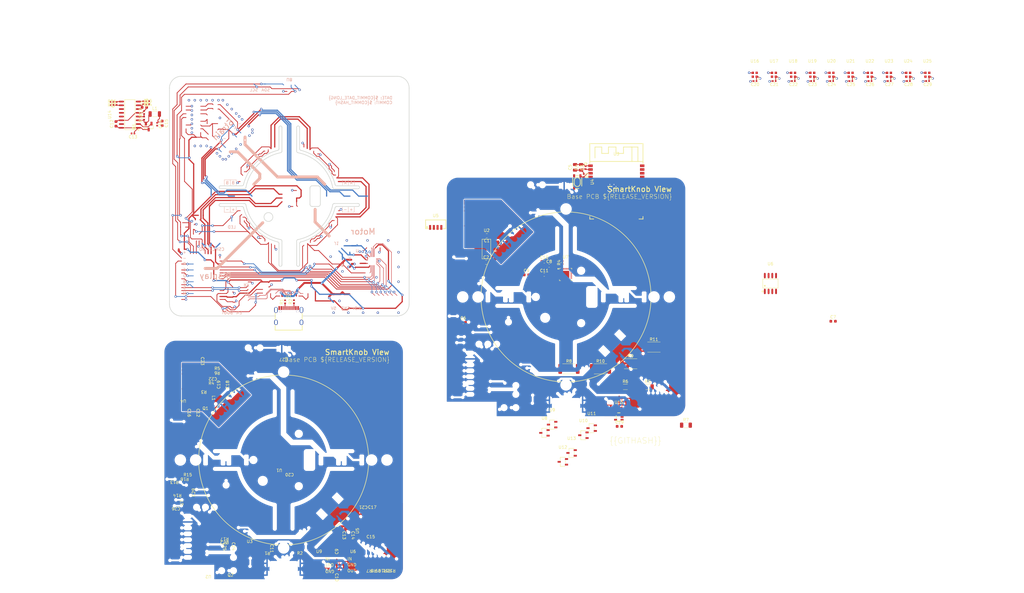
<source format=kicad_pcb>
(kicad_pcb (version 20221018) (generator pcbnew)
  (layers (0 "F.Cu" signal) (31 "B.Cu" signal) (34 "B.Paste" user) (35 "F.Paste" user) (36 "B.SilkS" user "B.Silkscreen") (37 "F.SilkS" user "F.Silkscreen") (38 "B.Mask" user) (39 "F.Mask" user) (44 "Edge.Cuts" user))
  (net 0 "")
  (net 1 "usbc-gnd")
  (net 2 "ldo3V3-vcc")
  (net 3 "gnd")
  (net 4 "vcc-1")
  (net 5 "en")
  (net 6 "io4")
  (net 7 "io5")
  (net 8 "io6")
  (net 9 "esp32s3.ic-sda-1")
  (net 10 "esp32s3.ic-sda")
  (net 11 "esp32s3.ic-vcc-3")
  (net 12 "esp32s3.ic-vcc-2")
  (net 13 "esp32s3.ic-vcc-1")
  (net 14 "scl")
  (net 15 "dm")
  (net 16 "dp")
  (net 17 "io3")
  (net 18 "io46")
  (net 19 "io9")
  (net 20 "io10")
  (net 21 "io11")
  (net 22 "io12")
  (net 23 "io13")
  (net 24 "io14")
  (net 25 "io21")
  (net 26 "io47")
  (net 27 "io48")
  (net 28 "io45")
  (net 29 "io0")
  (net 30 "esp32s3.ic-vcc")
  (net 31 "io36")
  (net 32 "io37")
  (net 33 "data")
  (net 34 "io39")
  (net 35 "io40")
  (net 36 "io41")
  (net 37 "io42")
  (net 38 "rxd0")
  (net 39 "txd0")
  (net 40 "clock")
  (net 41 "io1")
  (net 42 "power_stage.ic-vcc")
  (net 43 "power_stage-vcc-10")
  (net 44 "power_stage.ic-gnd")
  (net 45 "power_stage-vcc-3")
  (net 46 "power_stage-vcc-2")
  (net 47 "power_stage-vcc-1")
  (net 48 "power_stage-vcc-9")
  (net 49 "power_stage-vcc-6")
  (net 50 "power_stage.ic-vcc-3")
  (net 51 "power_stage-vcc-8")
  (net 52 "power_stage-vcc-5")
  (net 53 "power_stage.ic-vcc-2")
  (net 54 "power_stage-vcc-7")
  (net 55 "power_stage-vcc-4")
  (net 56 "power_stage.ic-vcc-1")
  (net 57 "vcc")
  (net 58 "sub2")
  (net 59 "cc1")
  (net 60 "cc2")
  (net 61 "sub1")
  (net 62 "usbc-vcc")
  (net 63 "nc")
  (net 64 "output")
  (net 65 "shifter.ic-gnd")
  (net 66 "strain_adc.ic-vcc")
  (net 67 "out")
  (net 68 "push")
  (net 69 "vfb")
  (net 70 "inna")
  (net 71 "inpa")
  (net 72 "strain_adc-n")
  (net 73 "innb")
  (net 74 "strain_adc-p")
  (net 75 "inpb")
  (net 76 "vbg")
  (net 77 "shifter.ic-vcc")
  (net 78 "hbc.nfet_low-source")
  (net 79 "hbb.nfet_low-source")
  (net 80 "hba.nfet_low-source")
  (net 81 "light_sensor.ic-vcc")
  (net 82 "light_sensor.ic-gnd")
  (net 83 "p2")
  (net 84 "p")
  (net 85 "phase_c")
  (net 86 "phase_b")
  (net 87 "phase_a")
  (net 88 "led10.ic-vcc")
  (net 89 "led9.ic-vcc")
  (net 90 "led8.ic-vcc")
  (net 91 "led7.ic-vcc")
  (net 92 "led6.ic-vcc")
  (net 93 "led5.ic-vcc")
  (net 94 "led4.ic-vcc")
  (net 95 "led3.ic-vcc")
  (net 96 "led2.ic-vcc")
  (net 97 "led1.ic-vcc")
  (net 98 "led1.ic-vcc-1")
  (net 99 "power_stage.bypass_cap-vcc")
  (net 100 "power_stage.bypass_cap-gnd")
  (net 101 "base")
  (net 102 "rate")
  (net 103 "xo")
  (footprint "lib:LED-SMD_4P-L2.0-W2.0-BR" (layer "F.Cu") (at 232.080871 19.888037)
    (fp_text reference "U18")
    (fp_text value "")
  )
  (footprint "lib:C0402" (layer "F.Cu") (at 219.196012 22.014179 180)
    (fp_text reference "C20")
    (fp_text value "16V 100nF X7R ±10% 0402  Multilayer Ceramic Capacitors MLCC - SMD/SMT ROHS")
  )
  (footprint "lib:R2512" (layer "F.Cu") (at 156.1425 119.53)
    (fp_text reference "R8")
    (fp_text value "1W Thick Film Resistors ±100ppm/℃ ±5% 330Ω 2512  Chip Resistor - Surface Mount ROHS")
  )
  (footprint "lib:SOT-23-3_L2.9-W1.6-P1.90-LS2.8-BR" (layer "F.Cu") (at 150.4375 138.4)
    (fp_text reference "U9")
    (fp_text value "")
  )
  (footprint "lib:C0402" (layer "F.Cu") (at 277.664049 22.014179 180)
    (fp_text reference "C29")
    (fp_text value "16V 100nF X7R ±10% 0402  Multilayer Ceramic Capacitors MLCC - SMD/SMT ROHS")
  )
  (footprint "lib:SOT-23-3_L2.9-W1.3-P1.90-LS2.4-BR" (layer "F.Cu") (at 13.761943 37.435937 90)
    (fp_text reference "Q1")
    (fp_text value "")
  )
  (footprint "lib:C0402" (layer "F.Cu") (at 161.764584 51.342368 90)
    (fp_text reference "C3")
    (fp_text value "16V 100nF X7R ±10% 0402  Multilayer Ceramic Capacitors MLCC - SMD/SMT ROHS")
  )
  (footprint "lib:C0402" (layer "F.Cu") (at 8.44 39.767253 180)
    (fp_text reference "C13")
    (fp_text value "6.3V 10uF X5R ±20% 0402  Multilayer Ceramic Capacitors MLCC - SMD/SMT ROHS")
  )
  (footprint "lib:SOP-16_L10.0-W3.9-P1.27-LS6.0-BL" (layer "F.Cu") (at 7.4 33.4 90)
    (fp_text reference "U14")
    (fp_text value "")
  )
  (footprint "lib:R0402" (layer "F.Cu") (at 13.445495 28.818804 180)
    (fp_text reference "R14")
    (fp_text value "62.5mW Thick Film Resistors ±1% ±200ppm/℃ 100Ω 0402  Chip Resistor - Surface Mount ROHS")
  )
  (footprint "lib:LED-SMD_4P-L2.0-W2.0-BR" (layer "F.Cu") (at 258.066663 19.888037)
    (fp_text reference "U22")
    (fp_text value "")
  )
  (footprint "lib:LED-SMD_4P-L2.0-W2.0-BR" (layer "F.Cu") (at 271.059559 19.888037)
    (fp_text reference "U24")
    (fp_text value "")
  )
  (footprint "lib:KEY-SMD_4P-L4.2-W3.2-P2.20-LS4.6" (layer "F.Cu") (at 158.9575 56.2125 -90)
    (fp_text reference "U4")
    (fp_text value "")
  )
  (footprint "lib:C0603" (layer "F.Cu") (at 141.7525 87.675)
    (fp_text reference "C9")
    (fp_text value "50V 1uF X5R ±10% 0603  Multilayer Ceramic Capacitors MLCC - SMD/SMT ROHS")
  )
  (footprint "lib:R0402" (layer "F.Cu") (at 62.973595 96.76293 90)
    (fp_text reference "R2")
    (fp_text value "62.5mW Thick Film Resistors ±100ppm/℃ ±1% 5.1kΩ 0402  Chip Resistor - Surface Mount ROHS")
  )
  (footprint "lib:C0402" (layer "F.Cu") (at 245.181804 22.014179 180)
    (fp_text reference "C24")
    (fp_text value "16V 100nF X7R ±10% 0402  Multilayer Ceramic Capacitors MLCC - SMD/SMT ROHS")
  )
  (footprint "lib:LED-SMD_4P-L2.0-W2.0-BR" (layer "F.Cu") (at 219.087975 19.888037)
    (fp_text reference "U16")
    (fp_text value "")
  )
  (footprint "lib:SOT-223-3_L6.5-W3.4-P2.30-LS7.0-BR" (layer "F.Cu") (at 128.274625 78.916072)
    (fp_text reference "U2")
    (fp_text value "")
  )
  (footprint "lib:C0603" (layer "F.Cu") (at 12.311122 30.915106)
    (fp_text reference "C18")
    (fp_text value "50V 100nF X7R ±10% 0603  Multilayer Ceramic Capacitors MLCC - SMD/SMT ROHS")
  )
  (footprint "lib:C0603" (layer "F.Cu") (at 2.674058 36.508966 90)
    (fp_text reference "C12")
    (fp_text value "50V 100nF X7R ±10% 0603  Multilayer Ceramic Capacitors MLCC - SMD/SMT ROHS")
  )
  (footprint "lib:C0805" (layer "F.Cu") (at 160.251261 51.246268 90)
    (fp_text reference "C4")
    (fp_text value "25V 10uF X5R ±10% 0805  Multilayer Ceramic Capacitors MLCC - SMD/SMT ROHS")
  )
  (footprint "lib:SOT-23-5_L2.9-W1.6-P0.95-LS2.8-BR" (layer "F.Cu") (at 173.0375 135.8)
    (fp_text reference "U15")
    (fp_text value "")
  )
  (footprint "lib:SOT-23-3_L2.9-W1.6-P1.90-LS2.8-BR" (layer "F.Cu") (at 147.8375 141.2)
    (fp_text reference "U8")
    (fp_text value "")
  )
  (footprint "lib:R0402" (layer "F.Cu") (at 1.323721 29.057742 180)
    (fp_text reference "R17")
    (fp_text value "62.5mW Thick Film Resistors ±1% ±200ppm/℃ 100Ω 0402  Chip Resistor - Surface Mount ROHS")
  )
  (footprint "lib:C0402" (layer "F.Cu") (at 238.685356 22.014179 180)
    (fp_text reference "C23")
    (fp_text value "16V 100nF X7R ±10% 0402  Multilayer Ceramic Capacitors MLCC - SMD/SMT ROHS")
  )
  (footprint "lib:C0402" (layer "F.Cu") (at 2.858544 29.599933 90)
    (fp_text reference "C17")
    (fp_text value "16V 100nF X7R ±10% 0402  Multilayer Ceramic Capacitors MLCC - SMD/SMT ROHS")
  )
  (footprint "lib:C0603" (layer "F.Cu") (at 149.433385 84.599639)
    (fp_text reference "C8")
    (fp_text value "50V 1uF X5R ±10% 0603  Multilayer Ceramic Capacitors MLCC - SMD/SMT ROHS")
  )
  (footprint "lib:VQFN-24_L4.0-W4.0-P0.50-TL-EP2.5" (layer "F.Cu") (at 155.02 87.535)
    (fp_text reference "U7")
    (fp_text value "")
  )
  (footprint "lib:R0402" (layer "F.Cu") (at 153.942852 83.498806 90)
    (fp_text reference "R4")
    (fp_text value "62.5mW Thick Film Resistors ±100ppm/℃ ±1% 40.2kΩ 0402  Chip Resistor - Surface Mount ROHS")
  )
  (footprint "lib:LED-SMD_4P-L2.0-W2.0-BR" (layer "F.Cu") (at 251.570215 19.888037)
    (fp_text reference "U21")
    (fp_text value "")
  )
  (footprint "lib:LED-SMD_4P-L2.0-W2.0-BR" (layer "F.Cu") (at 238.577319 19.888037)
    (fp_text reference "U19")
    (fp_text value "")
  )
  (footprint "lib:R1206" (layer "F.Cu") (at 182.8625 125.62)
    (fp_text reference "R5")
    (fp_text value "250mW Thick Film Resistors ±800ppm/℃ ±1% 1Ω 1206  Chip Resistor - Surface Mount ROHS")
  )
  (footprint "lib:SOT-23-3_L2.9-W1.6-P1.90-LS2.8-BR" (layer "F.Cu") (at 154.0725 151.01)
    (fp_text reference "U12")
    (fp_text value "")
  )
  (footprint "lib:SOT-23-3_L2.9-W1.6-P1.90-LS2.8-BR" (layer "F.Cu") (at 161.0375 142)
    (fp_text reference "U10")
    (fp_text value "")
  )
  (footprint "lib:C0603" (layer "F.Cu") (at 147.7625 87.675)
    (fp_text reference "C11")
    (fp_text value "50V 1uF X5R ±10% 0603  Multilayer Ceramic Capacitors MLCC - SMD/SMT ROHS")
  )
  (footprint "lib:C0603" (layer "F.Cu") (at 147.7625 83.165)
    (fp_text reference "C10")
    (fp_text value "50V 1uF X5R ±10% 0603  Multilayer Ceramic Capacitors MLCC - SMD/SMT ROHS")
  )
  (footprint "lib:LED-SMD_4P-L2.0-W2.0-BR" (layer "F.Cu") (at 245.073767 19.888037)
    (fp_text reference "U20")
    (fp_text value "")
  )
  (footprint "lib:SOT-23-3_L2.9-W1.6-P1.90-LS2.8-BR" (layer "F.Cu") (at 163.8375 139.6)
    (fp_text reference "U11")
    (fp_text value "")
  )
  (footprint "lib:R2512" (layer "F.Cu") (at 166.8325 119.53)
    (fp_text reference "R10")
    (fp_text value "1W Thick Film Resistors ±100ppm/℃ ±5% 330Ω 2512  Chip Resistor - Surface Mount ROHS")
  )
  (footprint "lib:R0402" (layer "F.Cu") (at 13.448577 29.874672)
    (fp_text reference "R15")
    (fp_text value "62.5mW Thick Film Resistors ±1% ±200ppm/℃ 100Ω 0402  Chip Resistor - Surface Mount ROHS")
  )
  (footprint "lib:C0402" (layer "F.Cu") (at 225.69246 22.014179 180)
    (fp_text reference "C21")
    (fp_text value "16V 100nF X7R ±10% 0402  Multilayer Ceramic Capacitors MLCC - SMD/SMT ROHS")
  )
  (footprint "lib:C0805" (layer "F.Cu") (at 128.1 83.4)
    (fp_text reference "C2")
    (fp_text value "25V 10uF X5R ±10% 0805  Multilayer Ceramic Capacitors MLCC - SMD/SMT ROHS")
  )
  (footprint "lib:C0402" (layer "F.Cu") (at 271.167596 22.014179 180)
    (fp_text reference "C28")
    (fp_text value "16V 100nF X7R ±10% 0402  Multilayer Ceramic Capacitors MLCC - SMD/SMT ROHS")
  )
  (footprint "lib:C0805" (layer "F.Cu") (at 128.298024 74.427985 180)
    (fp_text reference "C1")
    (fp_text value "25V 10uF X5R ±10% 0805  Multilayer Ceramic Capacitors MLCC - SMD/SMT ROHS")
  )
  (footprint "lib:R2512" (layer "F.Cu") (at 184.9225 112.13)
    (fp_text reference "R11")
    (fp_text value "1W Thick Film Resistors ±100ppm/℃ ±5% 330Ω 2512  Chip Resistor - Surface Mount ROHS")
  )
  (footprint "lib:LED-SMD_4P-L2.0-W2.0-BR" (layer "F.Cu") (at 277.556012 19.888037)
    (fp_text reference "U25")
    (fp_text value "")
  )
  (footprint "lib:C0603" (layer "F.Cu") (at 173.2375 139)
    (fp_text reference "C19")
    (fp_text value "50V 100nF X7R ±10% 0603  Multilayer Ceramic Capacitors MLCC - SMD/SMT ROHS")
  )
  (footprint "lib:C0402" (layer "F.Cu") (at 11.930305 29.347849 -90)
    (fp_text reference "C16")
    (fp_text value "16V 100nF X7R ±10% 0402  Multilayer Ceramic Capacitors MLCC - SMD/SMT ROHS")
  )
  (footprint "lib:R0402" (layer "F.Cu") (at 1.326957 30.103494)
    (fp_text reference "R16")
    (fp_text value "62.5mW Thick Film Resistors ±1% ±200ppm/℃ 100Ω 0402  Chip Resistor - Surface Mount ROHS")
  )
  (footprint "lib:C0402" (layer "F.Cu") (at 16.64 36.63 -90)
    (fp_text reference "C14")
    (fp_text value "6.3V 10uF X5R ±20% 0402  Multilayer Ceramic Capacitors MLCC - SMD/SMT ROHS")
  )
  (footprint "lib:R1206" (layer "F.Cu") (at 175.2525 125.62)
    (fp_text reference "R6")
    (fp_text value "250mW Thick Film Resistors ±800ppm/℃ ±1% 1Ω 1206  Chip Resistor - Surface Mount ROHS")
  )
  (footprint "lib:R0402" (layer "F.Cu") (at 12.207455 32.654307 90)
    (fp_text reference "R13")
    (fp_text value "62.5mW Thick Film Resistors ±100ppm/℃ ±1% 8.2kΩ 0402  Chip Resistor - Surface Mount ROHS")
  )
  (footprint "lib:C0603" (layer "F.Cu") (at 245.635 103.385)
    (fp_text reference "C7")
    (fp_text value "50V 100nF X7R ±10% 0603  Multilayer Ceramic Capacitors MLCC - SMD/SMT ROHS")
  )
  (footprint "lib:SOP-8_L4.9-W3.9-P1.27-LS6.0-BL" (layer "F.Cu") (at 224.4 90.6)
    (fp_text reference "U6")
    (fp_text value "")
  )
  (footprint "lib:R0402" (layer "F.Cu") (at 161.159547 54.018186 -90)
    (fp_text reference "R3")
    (fp_text value "62.5mW Thick Film Resistors ±100ppm/℃ ±1% 10kΩ 0402  Chip Resistor - Surface Mount ROHS")
  )
  (footprint "lib:L1206" (layer "F.Cu") (at 15.828247 33.18178)
    (fp_text reference "L1")
    (fp_text value "3.3uH ±10% 1206  Inductors (SMD) ROHS")
  )
  (footprint "lib:LED-SMD_4P-L2.0-W2.0-BR" (layer "F.Cu") (at 264.563111 19.888037)
    (fp_text reference "U23")
    (fp_text value "")
  )
  (footprint "lib:R0402" (layer "F.Cu") (at 12.18589 34.580084 90)
    (fp_text reference "R12")
    (fp_text value "62.5mW Thick Film Resistors ±100ppm/℃ ±1% 10kΩ 0402  Chip Resistor - Surface Mount ROHS")
  )
  (footprint "lib:C0805" (layer "F.Cu") (at 158.208882 51.246268 90)
    (fp_text reference "C5")
    (fp_text value "25V 10uF X5R ±10% 0805  Multilayer Ceramic Capacitors MLCC - SMD/SMT ROHS")
  )
  (footprint "lib:C0402" (layer "F.Cu") (at 258.1747 22.014179 180)
    (fp_text reference "C26")
    (fp_text value "16V 100nF X7R ±10% 0402  Multilayer Ceramic Capacitors MLCC - SMD/SMT ROHS")
  )
  (footprint "lib:C0402" (layer "F.Cu") (at 232.188908 22.014179 180)
    (fp_text reference "C22")
    (fp_text value "16V 100nF X7R ±10% 0402  Multilayer Ceramic Capacitors MLCC - SMD/SMT ROHS")
  )
  (footprint "lib:R1206" (layer "F.Cu") (at 195.775 138.6)
    (fp_text reference "R7")
    (fp_text value "250mW Thick Film Resistors ±800ppm/℃ ±1% 1Ω 1206  Chip Resistor - Surface Mount ROHS")
  )
  (footprint "lib:C0402" (layer "F.Cu") (at 251.678252 22.014179 180)
    (fp_text reference "C25")
    (fp_text value "16V 100nF X7R ±10% 0402  Multilayer Ceramic Capacitors MLCC - SMD/SMT ROHS")
  )
  (footprint "lib:C0603" (layer "F.Cu") (at 18.315161 36.326008 -90)
    (fp_text reference "C15")
    (fp_text value "50V 100nF X7R ±10% 0603  Multilayer Ceramic Capacitors MLCC - SMD/SMT ROHS")
  )
  (footprint "lib:C0603" (layer "F.Cu") (at 120.32 103.74)
    (fp_text reference "C6")
    (fp_text value "50V 100nF X7R ±10% 0603  Multilayer Ceramic Capacitors MLCC - SMD/SMT ROHS")
  )
  (footprint "lib:R0402" (layer "F.Cu") (at 59.972949 96.810003 90)
    (fp_text reference "R1")
    (fp_text value "62.5mW Thick Film Resistors ±100ppm/℃ ±1% 5.1kΩ 0402  Chip Resistor - Surface Mount ROHS")
  )
  (footprint "lib:SENSOR-SMD_EML7700-TT" (layer "F.Cu") (at 111 71.6)
    (fp_text reference "U5")
    (fp_text value "")
  )
  (footprint "lib:WIRELM-SMD_ESP32-S3-WROOM-1" (layer "F.Cu") (at 172.2 59.6)
    (fp_text reference "U3")
    (fp_text value "")
  )
  (footprint "lib:R2512" (layer "F.Cu") (at 177.0375 117.8)
    (fp_text reference "R9")
    (fp_text value "1W Thick Film Resistors ±100ppm/℃ ±5% 330Ω 2512  Chip Resistor - Surface Mount ROHS")
  )
  (footprint "lib:SOT-23-3_L2.9-W1.6-P1.90-LS2.8-BR" (layer "F.Cu") (at 157.0375 148)
    (fp_text reference "U13")
    (fp_text value "")
  )
  (footprint "lib:C0402" (layer "F.Cu") (at 264.671148 22.014179 180)
    (fp_text reference "C27")
    (fp_text value "16V 100nF X7R ±10% 0402  Multilayer Ceramic Capacitors MLCC - SMD/SMT ROHS")
  )
  (footprint "lib:USB-C-SMD_KH-TYPE-C-16P" (layer "F.Cu") (at 61.2 101.3325)
    (fp_text reference "U1")
    (fp_text value "")
  )
  (footprint "lib:LED-SMD_4P-L2.0-W2.0-BR" (layer "F.Cu") (at 225.584423 19.888037)
    (fp_text reference "U17")
    (fp_text value "")
  )
  (gr_line (start 83.4 66.5) (end 83.4 64.7) (stroke (width 0.12)) (layer "B.SilkS"))
  (gr_line (start 81.4 66.5) (end 81.4 64.7) (stroke (width 0.12)) (layer "B.SilkS"))
  (gr_line (start 39.4 66.5) (end 43.4 66.5) (stroke (width 0.12)) (layer "B.SilkS"))
  (gr_line (start 70.15 65.5) (end 70.15 69.75) (stroke (width 1)) (layer "B.SilkS"))
  (gr_line (start 73.4 57) (end 70.9 54.5) (stroke (width 1)) (layer "B.SilkS"))
  (gr_line (start 51.4 55) (end 51.4 53.5) (stroke (width 1)) (layer "B.SilkS"))
  (gr_line (start 39.4 64.7) (end 39.4 66.5) (stroke (width 0.12)) (layer "B.SilkS"))
  (gr_line (start 70.9 54.5) (end 57.4 54.5) (stroke (width 1)) (layer "B.SilkS"))
  (gr_line (start 79.4 57.3) (end 79.4 55.5) (stroke (width 0.12)) (layer "B.SilkS"))
  (gr_line (start 79.4 55.5) (end 83.4 55.5) (stroke (width 0.12)) (layer "B.SilkS"))
  (gr_line (start 39.4 55.5) (end 43.4 55.5) (stroke (width 0.12)) (layer "B.SilkS"))
  (gr_line (start 41.4 57.3) (end 41.4 55.5) (stroke (width 0.12)) (layer "B.SilkS"))
  (gr_line (start 70.15 69.75) (end 74.9 74.5) (stroke (width 1)) (layer "B.SilkS"))
  (gr_line (start 49.4 57) (end 51.4 55) (stroke (width 1)) (layer "B.SilkS"))
  (gr_line (start 46.4 43.5) (end 46.4 41) (stroke (width 1)) (layer "B.SilkS"))
  (gr_line (start 81.4 57.3) (end 81.4 55.5) (stroke (width 0.12)) (layer "B.SilkS"))
  (gr_line (start 79.4 66.5) (end 83.4 66.5) (stroke (width 0.12)) (layer "B.SilkS"))
  (gr_line (start 43.4 66.5) (end 43.4 64.7) (stroke (width 0.12)) (layer "B.SilkS"))
  (gr_line (start 79.4 64.7) (end 79.4 66.5) (stroke (width 0.12)) (layer "B.SilkS"))
  (gr_line (start 39.4 57.3) (end 39.4 55.5) (stroke (width 0.12)) (layer "B.SilkS"))
  (gr_line (start 43.9 46) (end 41.4 46) (stroke (width 1)) (layer "B.SilkS"))
  (gr_line (start 43.4 55.5) (end 43.4 57.3) (stroke (width 0.12)) (layer "B.SilkS"))
  (gr_line (start 41.4 66.5) (end 41.4 64.7) (stroke (width 0.12)) (layer "B.SilkS"))
  (gr_line (start 57.4 54.5) (end 46.4 43.5) (stroke (width 1)) (layer "B.SilkS"))
  (gr_line (start 52.4 70) (end 36.9 85.5) (stroke (width 1)) (layer "B.SilkS"))
  (gr_line (start 83.4 55.5) (end 83.4 57.3) (stroke (width 0.12)) (layer "B.SilkS"))
  (gr_line (start 36.9 85.5) (end 32.9 85.5) (stroke (width 1)) (layer "B.SilkS"))
  (gr_line (start 51.4 53.5) (end 43.9 46) (stroke (width 1)) (layer "B.SilkS"))
  (gr_arc (start 153.602153 123.908375) (mid 134.79214 115.521488) (end 126.392667 96.717092) (stroke (width 0.2)) (layer "F.SilkS"))
  (gr_arc (start 57.937724 179.150475) (mid 39.127711 170.763588) (end 30.728238 151.959192) (stroke (width 0.2)) (layer "F.SilkS"))
  (gr_arc (start 88.243946 151.939947) (mid 79.857059 170.74996) (end 61.052663 179.149433) (stroke (width 0.2)) (layer "F.SilkS"))
  (gr_arc (start 126.391625 93.602153) (mid 134.778512 74.79214) (end 153.582908 66.392667) (stroke (width 0.2)) (layer "F.SilkS"))
  (gr_arc (start 61.033418 121.633725) (mid 79.843431 130.020612) (end 88.242904 148.825008) (stroke (width 0.2)) (layer "F.SilkS"))
  (gr_arc (start 30.727196 148.844253) (mid 39.114083 130.03424) (end 57.918479 121.634767) (stroke (width 0.2)) (layer "F.SilkS"))
  (gr_arc (start 156.697847 66.391625) (mid 175.50786 74.778512) (end 183.907333 93.582908) (stroke (width 0.2)) (layer "F.SilkS"))
  (gr_arc (start 183.908375 96.697847) (mid 175.521488 115.50786) (end 156.717092 123.907333) (stroke (width 0.2)) (layer "F.SilkS"))
  (gr_line (start 24.800001 20.4) (end 98 20.4) (stroke (width 0.2)) (layer "Edge.Cuts"))
  (gr_arc (start 77.40781 57.500001) (mid 77.100091 57.394079) (end 76.922725 57.121213) (stroke (width 0.2)) (layer "Edge.Cuts"))
  (gr_line (start 68.399999 58.250001) (end 68.399999 63.75) (stroke (width 0.2)) (layer "Edge.Cuts"))
  (gr_arc (start 64.899999 77.00781) (mid 65.005909 76.700077) (end 65.278787 76.522725) (stroke (width 0.2)) (layer "Edge.Cuts"))
  (gr_line (start 20.800001 97.599999) (end 20.800001 24.4) (stroke (width 0.2)) (layer "Edge.Cuts"))
  (gr_arc (start 76.922726 64.878787) (mid 77.100081 64.605908) (end 77.40781 64.5) (stroke (width 0.2)) (layer "Edge.Cuts"))
  (gr_line (start 77.40781 64.5) (end 84.690199 64.5) (stroke (width 0.2)) (layer "Edge.Cuts"))
  (gr_arc (start 71.149999 57.500001) (mid 71.680329 57.719671) (end 71.899999 58.250001) (stroke (width 0.2)) (layer "Edge.Cuts"))
  (gr_line (start 64.899999 84.290199) (end 64.899999 77.00781) (stroke (width 0.2)) (layer "Edge.Cuts"))
  (gr_line (start 76.606906 58.500001) (end 84.690199 58.500001) (stroke (width 0.2)) (layer "Edge.Cuts"))
  (gr_line (start 58.900001 45.793094) (end 58.900001 37.709801) (stroke (width 0.2)) (layer "Edge.Cuts"))
  (gr_arc (start 45.877275 57.121212) (mid 50.086292 49.686291) (end 57.521213 45.477275) (stroke (width 0.2)) (layer "Edge.Cuts"))
  (gr_arc (start 64.303226 46.28364) (mid 72.006601 50.393399) (end 76.11636 58.096775) (stroke (width 0.2)) (layer "Edge.Cuts"))
  (gr_line (start 71.899999 63.75) (end 71.899999 58.250001) (stroke (width 0.2)) (layer "Edge.Cuts"))
  (gr_line (start 57.900001 37.709801) (end 57.900001 44.99219) (stroke (width 0.2)) (layer "Edge.Cuts"))
  (gr_arc (start 63.899998 76.206906) (mid 64.013739 75.889402) (end 64.303225 75.71636) (stroke (width 0.2)) (layer "Edge.Cuts"))
  (gr_line (start 63.9 37.709801) (end 63.9 45.793094) (stroke (width 0.2)) (layer "Edge.Cuts"))
  (gr_arc (start 76.11636 63.903226) (mid 72.006601 71.606601) (end 64.303225 75.71636) (stroke (width 0.2)) (layer "Edge.Cuts"))
  (gr_arc (start 57.900001 37.709801) (mid 58.400001 37.209801) (end 58.900001 37.709801) (stroke (width 0.2)) (layer "Edge.Cuts"))
  (gr_line (start 84.690199 57.500001) (end 77.40781 57.500001) (stroke (width 0.2)) (layer "Edge.Cuts"))
  (gr_arc (start 58.496774 75.71636) (mid 58.786255 75.889407) (end 58.900001 76.206906) (stroke (width 0.2)) (layer "Edge.Cuts"))
  (gr_arc (start 45.39219 64.499999) (mid 45.699923 64.605909) (end 45.877275 64.878787) (stroke (width 0.2)) (layer "Edge.Cuts"))
  (gr_arc (start 58.496774 75.71636) (mid 50.793399 71.606601) (end 46.68364 63.903225) (stroke (width 0.2)) (layer "Edge.Cuts"))
  (gr_line (start 71.149999 57.500001) (end 69.149999 57.500001) (stroke (width 0.2)) (layer "Edge.Cuts"))
  (gr_line (start 63.899999 76.206906) (end 63.899999 84.290199) (stroke (width 0.2)) (layer "Edge.Cuts"))
  (gr_line (start 56.78 101.6) (end 24.800001 101.599999) (stroke (width 0.2)) (layer "Edge.Cuts"))
  (gr_arc (start 63.9 37.709801) (mid 64.4 37.209801) (end 64.9 37.709801) (stroke (width 0.2)) (layer "Edge.Cuts"))
  (gr_arc (start 46.683638 58.096775) (mid 46.510592 58.386254) (end 46.193094 58.5) (stroke (width 0.2)) (layer "Edge.Cuts"))
  (gr_arc (start 38.109801 64.499999) (mid 37.609801 63.999999) (end 38.109801 63.499999) (stroke (width 0.2)) (layer "Edge.Cuts"))
  (gr_line (start 98 101.599999) (end 66.019999 101.6) (stroke (width 0.2)) (layer "Edge.Cuts"))
  (gr_arc (start 20.800001 24.4) (mid 21.971574 21.571573) (end 24.800001 20.4) (stroke (width 0.2)) (layer "Edge.Cuts"))
  (gr_arc (start 76.606906 58.500002) (mid 76.289417 58.386249) (end 76.11636 58.096775) (stroke (width 0.2)) (layer "Edge.Cuts"))
  (gr_arc (start 64.303226 46.283639) (mid 64.013746 46.110593) (end 63.9 45.793094) (stroke (width 0.2)) (layer "Edge.Cuts"))
  (gr_line (start 38.109801 64.499999) (end 45.39219 64.499999) (stroke (width 0.2)) (layer "Edge.Cuts"))
  (gr_arc (start 58.9 84.290199) (mid 58.4 84.790199) (end 57.9 84.290199) (stroke (width 0.2)) (layer "Edge.Cuts"))
  (gr_arc (start 69.149999 64.5) (mid 68.619669 64.28033) (end 68.399999 63.75) (stroke (width 0.2)) (layer "Edge.Cuts"))
  (gr_arc (start 57.900001 44.99219) (mid 57.794091 45.299923) (end 57.521213 45.477275) (stroke (width 0.2)) (layer "Edge.Cuts"))
  (gr_line (start 64.9 44.99219) (end 64.9 37.709801) (stroke (width 0.2)) (layer "Edge.Cuts"))
  (gr_arc (start 64.899999 84.290199) (mid 64.399999 84.790199) (end 63.899999 84.290199) (stroke (width 0.2)) (layer "Edge.Cuts"))
  (gr_arc (start 46.68364 58.096774) (mid 50.793399 50.393399) (end 58.496775 46.28364) (stroke (width 0.2)) (layer "Edge.Cuts"))
  (gr_arc (start 68.399999 58.250001) (mid 68.619669 57.71967) (end 69.149999 57.500001) (stroke (width 0.2)) (layer "Edge.Cuts"))
  (gr_arc (start 57.521212 76.522725) (mid 50.086291 72.313708) (end 45.877275 64.878787) (stroke (width 0.2)) (layer "Edge.Cuts"))
  (gr_line (start 45.39219 57.5) (end 38.109801 57.5) (stroke (width 0.2)) (layer "Edge.Cuts"))
  (gr_arc (start 46.193094 63.499998) (mid 46.510598 63.613739) (end 46.68364 63.903225) (stroke (width 0.2)) (layer "Edge.Cuts"))
  (gr_arc (start 98 20.4) (mid 100.828426 21.571573) (end 102 24.4) (stroke (width 0.2)) (layer "Edge.Cuts"))
  (gr_arc (start 45.877274 57.121213) (mid 45.699915 57.394082) (end 45.39219 57.5) (stroke (width 0.2)) (layer "Edge.Cuts"))
  (gr_line (start 38.109801 58.5) (end 46.193094 58.5) (stroke (width 0.2)) (layer "Edge.Cuts"))
  (gr_arc (start 58.900002 45.793094) (mid 58.786261 46.110598) (end 58.496775 46.28364) (stroke (width 0.2)) (layer "Edge.Cuts"))
  (gr_arc (start 65.278788 45.477275) (mid 72.713709 49.686292) (end 76.922725 57.121213) (stroke (width 0.2)) (layer "Edge.Cuts"))
  (gr_line (start 46.193094 63.499999) (end 38.109801 63.499999) (stroke (width 0.2)) (layer "Edge.Cuts"))
  (gr_line (start 102 24.4) (end 102 97.599999) (stroke (width 0.2)) (layer "Edge.Cuts"))
  (gr_line (start 58.9 84.290199) (end 58.900001 76.206906) (stroke (width 0.2)) (layer "Edge.Cuts"))
  (gr_arc (start 57.521213 76.522726) (mid 57.794082 76.700085) (end 57.9 77.00781) (stroke (width 0.2)) (layer "Edge.Cuts"))
  (gr_arc (start 76.922725 64.878788) (mid 72.713708 72.313709) (end 65.278787 76.522725) (stroke (width 0.2)) (layer "Edge.Cuts"))
  (gr_arc (start 65.278787 45.477274) (mid 65.005918 45.299915) (end 64.9 44.99219) (stroke (width 0.2)) (layer "Edge.Cuts"))
  (gr_arc (start 84.690199 57.500001) (mid 85.190198 58) (end 84.690199 58.500001) (stroke (width 0.2)) (layer "Edge.Cuts"))
  (gr_arc (start 38.109801 58.5) (mid 37.6098 58) (end 38.109801 57.5) (stroke (width 0.2)) (layer "Edge.Cuts"))
  (gr_arc (start 84.690199 63.5) (mid 85.190199 64) (end 84.690199 64.5) (stroke (width 0.2)) (layer "Edge.Cuts"))
  (gr_arc (start 71.899999 63.75) (mid 71.680329 64.28033) (end 71.149999 64.5) (stroke (width 0.2)) (layer "Edge.Cuts"))
  (gr_line (start 57.9 77.00781) (end 57.9 84.290199) (stroke (width 0.2)) (layer "Edge.Cuts"))
  (gr_arc (start 76.116361 63.903226) (mid 76.289404 63.613736) (end 76.606906 63.5) (stroke (width 0.2)) (layer "Edge.Cuts"))
  (gr_arc (start 102 97.599999) (mid 100.828428 100.428427) (end 98 101.599999) (stroke (width 0.2)) (layer "Edge.Cuts"))
  (gr_circle (center 54.328933 68.071067) (end 55.828933 68.071067) (stroke (width 0.2)) (fill none) (layer "Edge.Cuts"))
  (gr_line (start 69.149999 64.5) (end 71.149999 64.5) (stroke (width 0.2)) (layer "Edge.Cuts"))
  (gr_arc (start 24.800001 101.599999) (mid 21.971574 100.428426) (end 20.800001 97.599999) (stroke (width 0.2)) (layer "Edge.Cuts"))
  (gr_line (start 84.690199 63.5) (end 76.606906 63.5) (stroke (width 0.2)) (layer "Edge.Cuts"))
  (gr_text "RX" (at 46.9 91 -180) (layer "B.SilkS") (effects (font (size 1 1)) (justify mirror)))
  (gr_text "B" (at 25.9 90) (layer "B.SilkS") (effects (font (size 1 1)) (justify mirror)))
  (gr_text "DATE: ${COMMIT_DATE_LONG}\nCOMMIT: ${COMMIT_HASH}\n" (at 96.4 28.5) (layer "B.SilkS") (effects (font (size 1 1)) (justify left mirror)))
  (gr_text "M" (at 25.9 94) (layer "B.SilkS") (effects (font (size 1 1)) (justify mirror)))
  (gr_text "CLK" (at 34.9 79) (layer "B.SilkS") (effects (font (size 1 1)) (justify mirror)))
  (gr_text "CSN" (at 37.9 79) (layer "B.SilkS") (effects (font (size 1 1)) (justify mirror)))
  (gr_text "Display" (at 36.4 88) (layer "B.SilkS") (effects (font (size 2 2) (thickness 0.3)) (justify mirror)))
  (gr_text "C" (at 25.9 86) (layer "B.SilkS") (effects (font (size 1 1)) (justify mirror)))
  (gr_text "+" (at 25.9 80) (layer "B.SilkS") (effects (font (size 1 1)) (justify mirror)))
  (gr_text "SDA" (at 53.4 25) (layer "B.SilkS") (effects (font (size 1 1)) (justify mirror)))
  (gr_text "+" (at 42.4 65.5) (layer "B.SilkS") (effects (font (size 1 1)) (justify mirror)))
  (gr_text "U8" (at 61.4 21.5 -180) (layer "B.SilkS") (effects (font (size 1 1)) (justify mirror)))
  (gr_text "DO" (at 31.9 79) (layer "B.SilkS") (effects (font (size 1 1)) (justify mirror)))
  (gr_text "B" (at 38.046447 42.818019) (layer "B.SilkS") (effects (font (size 1 1)) (justify mirror)))
  (gr_text "3.3v" (at 84.4 99) (layer "B.SilkS") (effects (font (size 1 1)) (justify mirror)))
  (gr_text "D" (at 25.9 88) (layer "B.SilkS") (effects (font (size 1 1)) (justify mirror)))
  (gr_text "V" (at 81.9 82) (layer "B.SilkS") (effects (font (size 1 1)) (justify mirror)))
  (gr_text "GND" (at 80.4 99) (layer "B.SilkS") (effects (font (size 1 1)) (justify mirror)))
  (gr_text "A" (at 82.4 56.5) (layer "B.SilkS") (effects (font (size 1 1)) (justify mirror)))
  (gr_text "5V" (at 76.4 99) (layer "B.SilkS") (effects (font (size 1 1)) (justify mirror)))
  (gr_text "Motor" (at 86.4 73) (layer "B.SilkS") (effects (font (size 2 2) (thickness 0.3)) (justify mirror)))
  (gr_text "A" (at 43.21802 37.818019) (layer "B.SilkS") (effects (font (size 1 1)) (justify mirror)))
  (gr_text "W" (at 79.4 84.5) (layer "B.SilkS") (effects (font (size 1 1)) (justify mirror)))
  (gr_text "-" (at 39.46066 41.403806) (layer "B.SilkS") (effects (font (size 1 1)) (justify mirror)))
  (gr_text "A" (at 80.4 56.5) (layer "B.SilkS") (effects (font (size 1 1)) (justify mirror)))
  (gr_text "BOOT" (at 40.4 100.5) (layer "B.SilkS") (effects (font (size 1 1)) (justify mirror)))
  (gr_text "SCL" (at 49.4 25) (layer "B.SilkS") (effects (font (size 1 1)) (justify mirror)))
  (gr_text "-" (at 40.4 65.5) (layer "B.SilkS") (effects (font (size 1 1)) (justify mirror)))
  (gr_text "EN" (at 44.4 100.5) (layer "B.SilkS") (effects (font (size 1 1)) (justify mirror)))
  (gr_text "+" (at 41.803806 39.232233) (layer "B.SilkS") (effects (font (size 1 1)) (justify mirror)))
  (gr_text "B" (at 42.4 56.5) (layer "B.SilkS") (effects (font (size 1 1)) (justify mirror)))
  (gr_text "U" (at 84.4 79.5) (layer "B.SilkS") (effects (font (size 1 1)) (justify mirror)))
  (gr_text "Strain" (at 38.9 38.5 45) (layer "B.SilkS") (effects (font (size 2 2) (thickness 0.3)) (justify mirror)))
  (gr_text "R" (at 25.9 84) (layer "B.SilkS") (effects (font (size 1 1)) (justify mirror)))
  (gr_text "+" (at 36.632233 44.232233) (layer "B.SilkS") (effects (font (size 1 1)) (justify mirror)))
  (gr_text "-" (at 25.9 82) (layer "B.SilkS") (effects (font (size 1 1)) (justify mirror)))
  (gr_text "S" (at 25.9 92) (layer "B.SilkS") (effects (font (size 1 1)) (justify mirror)))
  (gr_text "+" (at 82.4 65.5) (layer "B.SilkS") (effects (font (size 1 1)) (justify mirror)))
  (gr_text "-" (at 80.4 65.5) (layer "B.SilkS") (effects (font (size 1 1)) (justify mirror)))
  (gr_text "TX" (at 46.9 94 -180) (layer "B.SilkS") (effects (font (size 1 1)) (justify mirror)))
  (gr_text "J1" (at 77.4 77 180) (layer "B.SilkS") (effects (font (size 1 1)) (justify mirror)))
  (gr_text "B" (at 40.4 56.5) (layer "B.SilkS") (effects (font (size 1 1)) (justify mirror)))
  (gr_text "-" (at 44.632233 36.403806) (layer "B.SilkS") (effects (font (size 1 1)) (justify mirror)))
  (gr_text "LED" (at 41.9 71.5) (layer "B.SilkS") (effects (font (size 1 1)) (justify mirror)))
  (gr_text "Q1" (at 32.985571 132.8921) (layer "F.SilkS") (effects (font (size 1 1))))
  (gr_text "R13" (at 22.485571 157.8921 -180) (layer "F.SilkS") (effects (font (size 1 1))))
  (gr_text "R8" (at 89.985571 187.8921 180) (layer "F.SilkS") (effects (font (size 1 1))))
  (gr_text "R15" (at 26.985571 155.3921) (layer "F.SilkS") (effects (font (size 1 1))))
  (gr_text "R2" (at 64.985571 181.9621) (layer "F.SilkS") (effects (font (size 1 1))))
  (gr_text "Base PCB ${RELEASE_VERSION}" (at 191.15 61.15) (layer "F.SilkS") (effects (font (size 1.5 1.5) (thickness 0.12)) (justify right)))
  (gr_text "U2" (at 33.985571 189.8921 -180) (layer "F.SilkS") (effects (font (size 1 1))))
  (gr_text "C21" (at 86.485571 166.3921 -180) (layer "F.SilkS") (effects (font (size 1 1))))
  (gr_text "L1" (at 35.735571 129.3921 270) (layer "F.SilkS") (effects (font (size 1 1))))
  (gr_text "R1" (at 53.985571 181.9641 -180) (layer "F.SilkS") (effects (font (size 1 1))))
  (gr_text "C9" (at 77.485571 181.3921 90) (layer "F.SilkS") (effects (font (size 1 1))))
  (gr_text "C11" (at 55.485571 180.3921 270) (layer "F.SilkS") (effects (font (size 1 1))))
  (gr_text "U4" (at 25.485571 130.3921 -180) (layer "F.SilkS") (effects (font (size 1 1))))
  (gr_text "R6" (at 36.985571 120.8921 -180) (layer "F.SilkS") (effects (font (size 1 1))))
  (gr_text "C16" (at 27.485571 134.3921 270) (layer "F.SilkS") (effects (font (size 1 1))))
  (gr_text "C12" (at 30.485571 134.3921 270) (layer "F.SilkS") (effects (font (size 1 1))))
  (gr_text "U9" (at 71.485571 181.3921) (layer "F.SilkS") (effects (font (size 1 1))))
  (gr_text "C29" (at 28.985571 161.3921 90) (layer "F.SilkS") (effects (font (size 1 1))))
  (gr_text "IN" (at 80.985571 183.8921) (layer "F.SilkS") (effects (font (size 1 1)) (justify left)))
  (gr_text "R14" (at 23.485571 162.3921 -180) (layer "F.SilkS") (effects (font (size 1 1))))
  (gr_text "R11" (at 94.485571 187.8921 180) (layer "F.SilkS") (effects (font (size 1 1))))
  (gr_text "R10" (at 92.985571 187.8921 180) (layer "F.SilkS") (effects (font (size 1 1))))
  (gr_text "C22" (at 35.485571 122.8921 -180) (layer "F.SilkS") (effects (font (size 1 1))))
  (gr_text "OUT" (at 80.985571 187.8921) (layer "F.SilkS") (effects (font (size 1 1)) (justify left)))
  (gr_text "U3" (at 47.985571 177.9921) (layer "F.SilkS") (effects (font (size 1 1))))
  (gr_text "C13" (at 79.985571 175.8921 270) (layer "F.SilkS") (effects (font (size 1 1))))
  (gr_text "R9" (at 91.485571 187.8921 180) (layer "F.SilkS") (effects (font (size 1 1))))
  (gr_text "C25" (at 39.485571 179.6421 270) (layer "F.SilkS") (effects (font (size 1 1))))
  (gr_text "R17" (at 39.485571 177.1421 -180) (layer "F.SilkS") (effects (font (size 1 1))))
  (gr_text "OUT" (at 73.485571 185.8921 -180) (layer "F.SilkS") (effects (font (size 1 1)) (justify right)))
  (gr_text "C17" (at 89.485571 166.3921) (layer "F.SilkS") (effects (font (size 1 1))))
  (gr_text "R16" (at 25.985571 156.8921 -180) (layer "F.SilkS") (effects (font (size 1 1))))
  (gr_text "C27" (at 59.485571 116.3221 -180) (layer "F.SilkS") (effects (font (size 1 1))))
  (gr_text "R3" (at 32.485571 127.3221 -180) (layer "F.SilkS") (effects (font (size 1 1))))
  (gr_text "SmartKnob View" (at 95.485571 113.8921) (layer "F.SilkS") (effects (font (size 1.8 1.8) (thickness 0.3)) (justify right)))
  (gr_text "C19" (at 37.485571 124.8921 90) (layer "F.SilkS") (effects (font (size 1 1))))
  (gr_text "GND" (at 73.485571 188.0921 -180) (layer "F.SilkS") (effects (font (size 1 1)) (justify right)))
  (gr_text "R5" (at 36.985571 119.3921) (layer "F.SilkS") (effects (font (size 1 1))))
  (gr_text "GND" (at 80.985571 185.8921) (layer "F.SilkS") (effects (font (size 1 1)) (justify left)))
  (gr_text "U7" (at 24.985571 164.8921 90) (layer "F.SilkS") (effects (font (size 1 1))))
  (gr_text "U6" (at 82.985571 181.3921) (layer "F.SilkS") (effects (font (size 1 1))))
  (gr_text "R12" (at 95.985571 187.8921 180) (layer "F.SilkS") (effects (font (size 1 1))))
  (gr_text "C10" (at 77.485571 190.1421 -90) (layer "F.SilkS") (effects (font (size 1 1))))
  (gr_text "IN" (at 73.485571 183.8921 -180) (layer "F.SilkS") (effects (font (size 1 1)) (justify right)))
  (gr_text "R4" (at 34.985571 124.3921) (layer "F.SilkS") (effects (font (size 1 1))))
  (gr_text "U1" (at 57.985571 153.8921 -180) (layer "F.SilkS") (effects (font (size 1 1))))
  (gr_text "C15" (at 88.985571 176.3921) (layer "F.SilkS") (effects (font (size 1 1))))
  (gr_text "R7" (at 88.485571 187.8921 180) (layer "F.SilkS") (effects (font (size 1 1))))
  (gr_text "Q2" (at 41.485571 189.3921) (layer "F.SilkS") (effects (font (size 1 1))))
  (gr_text "C23" (at 31.985571 116.8921 270) (layer "F.SilkS") (effects (font (size 1 1))))
  (gr_text "{{GITHASH}}" (at 169.8 145) (layer "F.SilkS") (effects (font (size 2 2) (thickness 0.1)) (justify left bottom)))
  (gr_text "C28" (at 39.485571 178.3921) (layer "F.SilkS") (effects (font (size 1 1))))
  (gr_text "U5" (at 84.485571 174.3921 90) (layer "F.SilkS") (effects (font (size 1 1))))
  (gr_text "C18" (at 40.485571 124.8921 90) (layer "F.SilkS") (effects (font (size 1 1))))
  (gr_text "SmartKnob View" (at 191.15 58.65) (layer "F.SilkS") (effects (font (size 1.8 1.8) (thickness 0.3)) (justify right)))
  (gr_text "C20" (at 61.485571 155.3221 -180) (layer "F.SilkS") (effects (font (size 1 1))))
  (gr_text "Base PCB ${RELEASE_VERSION}" (at 95.485571 116.3921) (layer "F.SilkS") (effects (font (size 1.5 1.5) (thickness 0.12)) (justify right)))
  (gr_text "C26" (at 22.985571 166.8921 -180) (layer "F.SilkS") (effects (font (size 1 1))))
  (gr_text "C24" (at 42.485571 179.6421 270) (layer "F.SilkS") (effects (font (size 1 1))))
  (gr_text "C14" (at 82.985571 175.8921 270) (layer "F.SilkS") (effects (font (size 1 1))))
  (segment (start 33.9 29.725) (end 35.3 29.725) (width 0.25) (layer "F.Cu") (net 0))
  (segment (start 76.55 94.2) (end 78.75 94.2) (width 0.65) (layer "F.Cu") (net 0))
  (segment (start 46.15166 69.263966) (end 46.15166 69.643892) (width 0.25) (layer "F.Cu") (net 0))
  (segment (start 81.4 85) (end 81.85 85) (width 0.65) (layer "F.Cu") (net 0))
  (segment (start 32.9 54) (end 33.4 54.5) (width 0.4) (layer "F.Cu") (net 0))
  (segment (start 36.505289 59.394711) (end 28.495999 67.404001) (width 0.4) (layer "F.Cu") (net 0))
  (segment (start 40.829998 98.85) (end 41.479998 99.5) (width 0.25) (layer "F.Cu") (net 0))
  (segment (start 39.899999 87.500001) (end 74.400001 87.500001) (width 0.25) (layer "F.Cu") (net 0))
  (segment (start 45.061979 53.409226) (end 45.635326 53.982573) (width 0.25) (layer "F.Cu") (net 0))
  (segment (start 92.4 91.5) (end 92.9 91) (width 0.25) (layer "F.Cu") (net 0))
  (segment (start 33.07 30.555) (end 33.9 29.725) (width 0.25) (layer "F.Cu") (net 0))
  (segment (start 71.104121 44.661979) (end 68.990774 44.661979) (width 0.25) (layer "F.Cu") (net 0))
  (segment (start 25.9 87) (end 26.9 88) (width 0.25) (layer "F.Cu") (net 0))
  (segment (start 49.9 58.5) (end 56.085 58.5) (width 0.4) (layer "F.Cu") (net 0))
  (segment (start 54.9 24) (end 50.4 24) (width 0.25) (layer "F.Cu") (net 0))
  (segment (start 66.466322 90.399999) (end 72.299999 90.399999) (width 0.65) (layer "F.Cu") (net 0))
  (segment (start 64.3 34.9) (end 58.37576 34.9) (width 0.4) (layer "F.Cu") (net 0))
  (segment (start 80.34999 82.55) (end 82.4 82.55) (width 0.65) (layer "F.Cu") (net 0))
  (segment (start 61.15 93.875907) (end 61.149024 93.874931) (width 0.15) (layer "F.Cu") (net 0))
  (segment (start 68.177719 77.701859) (end 70.739909 77.701859) (width 0.25) (layer "F.Cu") (net 0))
  (segment (start 42.400001 93.500001) (end 42.8 93.9) (width 0.25) (layer "F.Cu") (net 0))
  (segment (start 91.275 83.4) (end 93.3 85.425) (width 0.15) (layer "F.Cu") (net 0))
  (segment (start 34.8 82.6) (end 35.8 83.6) (width 0.4) (layer "F.Cu") (net 0))
  (segment (start 90.9 93.5) (end 90.9 93.675) (width 0.15) (layer "F.Cu") (net 0))
  (segment (start 35.4 36.675) (end 35.225 36.5) (width 0.25) (layer "F.Cu") (net 0))
  (segment (start 29.025001 40.175001) (end 29.9 41.05) (width 0.25) (layer "F.Cu") (net 0))
  (segment (start 36.4 78.778832) (end 36.4 79) (width 0.25) (layer "F.Cu") (net 0))
  (segment (start 24.9 93) (end 35.4 93) (width 0.25) (layer "F.Cu") (net 0))
  (segment (start 83.4 83.95) (end 82.582458 83.95) (width 0.65) (layer "F.Cu") (net 0))
  (segment (start 32.799979 77.899979) (end 32.799979 78.177812) (width 0.4) (layer "F.Cu") (net 0))
  (segment (start 31.9 78.304998) (end 32.9 79.304998) (width 0.25) (layer "F.Cu") (net 0))
  (segment (start 61.65 94.298957) (end 61.774025 94.174932) (width 0.15) (layer "F.Cu") (net 0))
  (segment (start 24.4 30) (end 22.4 32) (width 0.25) (layer "F.Cu") (net 0))
  (segment (start 95 79.6) (end 92.9 77.5) (width 0.4) (layer "F.Cu") (net 0))
  (segment (start 51.4 33.5) (end 50.9 33.5) (width 0.4) (layer "F.Cu") (net 0))
  (segment (start 96.4 94.675) (end 95.4 93.675) (width 0.15) (layer "F.Cu") (net 0))
  (segment (start 23.6 49.7) (end 23.6 68.878234) (width 0.25) (layer "F.Cu") (net 0))
  (segment (start 31.375 30.555) (end 33.07 30.555) (width 0.25) (layer "F.Cu") (net 0))
  (segment (start 77.738021 68.590774) (end 77.164674 68.017427) (width 0.25) (layer "F.Cu") (net 0))
  (segment (start 88.4 89.2) (end 89.2 89.2) (width 0.15) (layer "F.Cu") (net 0))
  (segment (start 63.875 61.635) (end 64.85 61.635) (width 0.4) (layer "F.Cu") (net 0))
  (segment (start 32.9 48.524247) (end 32.9 54) (width 0.4) (layer "F.Cu") (net 0))
  (segment (start 89.8 81.55) (end 89.85001 81.49999) (width 0.15) (layer "F.Cu") (net 0))
  (segment (start 70.706994 47.503068) (end 69.664664 46.460738) (width 0.25) (layer "F.Cu") (net 0))
  (segment (start 71.577013 46.677013) (end 71.9 47) (width 0.25) (layer "F.Cu") (net 0))
  (segment (start 56.725 94) (end 57.650002 93.074998) (width 0.15) (layer "F.Cu") (net 0))
  (segment (start 42.225 91.725) (end 40.677305 90.177305) (width 0.25) (layer "F.Cu") (net 0))
  (segment (start 35.225 36.5) (end 35.2875 36.4375) (width 0.25) (layer "F.Cu") (net 0))
  (segment (start 54.23 90.055) (end 54.4 90.225) (width 0.4) (layer "F.Cu") (net 0))
  (segment (start 66.338698 44.374289) (end 66.338698 43.438698) (width 0.25) (layer "F.Cu") (net 0))
  (segment (start 52.375 92.595) (end 50.271058 92.595) (width 0.25) (layer "F.Cu") (net 0))
  (segment (start 58.815668 93.760666) (end 58.607866 93.760666) (width 0.65) (layer "F.Cu") (net 0))
  (segment (start 48.029989 95.800011) (end 47.425 96.405) (width 0.15) (layer "F.Cu") (net 0))
  (segment (start 27.9 77.67501) (end 26.72499 76.5) (width 0.25) (layer "F.Cu") (net 0))
  (segment (start 26.425 38.175) (end 26.425 39.445) (width 0.25) (layer "F.Cu") (net 0))
  (segment (start 36.874999 94.429999) (end 36.874999 96.509299) (width 0.25) (layer "F.Cu") (net 0))
  (segment (start 90.2 78.925) (end 90.625 78.5) (width 0.15) (layer "F.Cu") (net 0))
  (segment (start 85.382573 68.017427) (end 88.4 65) (width 0.4) (layer "F.Cu") (net 0))
  (segment (start 26.425 36.905) (end 27.995 36.905) (width 0.25) (layer "F.Cu") (net 0))
  (segment (start 54.267786 45.282873) (end 54.267786 45.965378) (width 0.25) (layer "F.Cu") (net 0))
  (segment (start 26.425 39.445) (end 27.155001 40.175001) (width 0.25) (layer "F.Cu") (net 0))
  (segment (start 36.325011 62.449989) (end 47.849989 62.449989) (width 0.4) (layer "F.Cu") (net 0))
  (segment (start 74.896932 71.015783) (end 74.896932 70.306994) (width 0.25) (layer "F.Cu") (net 0))
  (segment (start 39.2 100.15) (end 39.95 100.15) (width 0.25) (layer "F.Cu") (net 0))
  (segment (start 63.875 62.905) (end 63.875 64.2) (width 0.25) (layer "F.Cu") (net 0))
  (segment (start 31.9 41.225) (end 33.2375 41.225) (width 0.25) (layer "F.Cu") (net 0))
  (segment (start 32.799979 78.177812) (end 33.9 79.277833) (width 0.4) (layer "F.Cu") (net 0))
  (segment (start 46.860738 52.735336) (end 46.151949 52.735336) (width 0.25) (layer "F.Cu") (net 0))
  (segment (start 45.682873 68.132214) (end 46.365378 68.132214) (width 0.25) (layer "F.Cu") (net 0))
  (segment (start 38.900006 71) (end 41.9 68.000006) (width 0.25) (layer "F.Cu") (net 0))
  (segment (start 58.970004 93.074998) (end 60.15 94.254994) (width 0.15) (layer "F.Cu") (net 0))
  (segment (start 24.9 91) (end 26.9 91) (width 0.25) (layer "F.Cu") (net 0))
  (segment (start 38.4 42.247135) (end 32.350499 48.296636) (width 0.4) (layer "F.Cu") (net 0))
  (segment (start 37.9 96) (end 39.625 96) (width 0.25) (layer "F.Cu") (net 0))
  (segment (start 68.990774 44.661979) (end 68.417427 45.235326) (width 0.25) (layer "F.Cu") (net 0))
  (segment (start 53.9 94.098944) (end 53.9 95.487501) (width 0.15) (layer "F.Cu") (net 0))
  (segment (start 26.4 23) (end 23.4 26) (width 0.25) (layer "F.Cu") (net 0))
  (segment (start 27.4 42) (end 27.4 48) (width 0.4) (layer "F.Cu") (net 0))
  (segment (start 33.575 35) (end 33.575 36.5) (width 0.25) (layer "F.Cu") (net 0))
  (segment (start 31.47499 65.42501) (end 36.4 60.5) (width 0.4) (layer "F.Cu") (net 0))
  (segment (start 35.3 29.725) (end 35.575 30) (width 0.25) (layer "F.Cu") (net 0))
  (segment (start 27.155001 40.175001) (end 29.025001 40.175001) (width 0.25) (layer "F.Cu") (net 0))
  (segment (start 59 93.944998) (end 58.815668 93.760666) (width 0.65) (layer "F.Cu") (net 0))
  (segment (start 26.4 95) (end 34.8 95) (width 0.25) (layer "F.Cu") (net 0))
  (segment (start 21.9 79) (end 24.9 82) (width 0.25) (layer "F.Cu") (net 0))
  (segment (start 28.9 72.275) (end 29.175 72.275) (width 0.25) (layer "F.Cu") (net 0))
  (segment (start 47.02 93) (end 44.4 93) (width 0.25) (layer "F.Cu") (net 0))
  (segment (start 47.796058 100.15) (end 41.85 100.15) (width 0.25) (layer "F.Cu") (net 0))
  (segment (start 31.800998 56.400998) (end 31.9 56.5) (width 0.4) (layer "F.Cu") (net 0))
  (segment (start 78.101859 51.660091) (end 77.011764 50.569996) (width 0.25) (layer "F.Cu") (net 0))
  (segment (start 24.2 67.12499) (end 24.57501 67.5) (width 0.25) (layer "F.Cu") (net 0))
  (segment (start 75.7 94.2) (end 76.55 94.2) (width 0.65) (layer "F.Cu") (net 0))
  (segment (start 39.9 92.195002) (end 39.9 90) (width 0.25) (layer "F.Cu") (net 0))
  (segment (start 96 79.999664) (end 96 91.3) (width 0.15) (layer "F.Cu") (net 0))
  (segment (start 44.698141 70.339909) (end 45.788236 71.430004) (width 0.25) (layer "F.Cu") (net 0))
  (segment (start 79.1 89.2) (end 75.65 85.75) (width 0.25) (layer "F.Cu") (net 0))
  (segment (start 75.65 85.75) (end 69.45 85.75) (width 0.25) (layer "F.Cu") (net 0))
  (segment (start 23.4 33.5) (end 23.4 47.5) (width 0.25) (layer "F.Cu") (net 0))
  (segment (start 32.350499 55.199999) (end 32.6505 55.5) (width 0.4) (layer "F.Cu") (net 0))
  (segment (start 92.175 78.5) (end 92.175 79.725) (width 0.25) (layer "F.Cu") (net 0))
  (segment (start 89.4 78.725) (end 89.175 78.5) (width 0.15) (layer "F.Cu") (net 0))
  (segment (start 22.9 83.804998) (end 22.9 95) (width 0.25) (layer "F.Cu") (net 0))
  (segment (start 92.4 93.675) (end 93.4 94.675) (width 0.15) (layer "F.Cu") (net 0))
  (segment (start 49.4 32.5) (end 49.4 33) (width 0.4) (layer "F.Cu") (net 0))
  (segment (start 76.55 94.2) (end 76.1 94.2) (width 0.65) (layer "F.Cu") (net 0))
  (segment (start 52.756108 45.75166) (end 51.830004 46.677764) (width 0.25) (layer "F.Cu") (net 0))
  (segment (start 30.85 76.1) (end 30.85 77.72501) (width 0.25) (layer "F.Cu") (net 0))
  (segment (start 77.164674 68.017427) (end 85.382573 68.017427) (width 0.4) (layer "F.Cu") (net 0))
  (segment (start 47.9 60.5) (end 49.9 58.5) (width 0.4) (layer "F.Cu") (net 0))
  (segment (start 38.9 99.1) (end 38.9 99.85) (width 0.25) (layer "F.Cu") (net 0))
  (segment (start 89.8 84.45) (end 89.8 88.6) (width 0.15) (layer "F.Cu") (net 0))
  (segment (start 22.4 48.5) (end 23.6 49.7) (width 0.25) (layer "F.Cu") (net 0))
  (segment (start 63.875 64.2) (end 64.175 64.5) (width 0.25) (layer "F.Cu") (net 0))
  (segment (start 64.300001 93.074999) (end 65.225002 94) (width 0.15) (layer "F.Cu") (net 0))
  (segment (start 59.218539 92.474976) (end 55.099689 92.474976) (width 0.15) (layer "F.Cu") (net 0))
  (segment (start 58.2 94.85) (end 56.93 94.85) (width 0.25) (layer "F.Cu") (net 0))
  (segment (start 34.47499 37.25001) (end 35.225 36.5) (width 0.25) (layer "F.Cu") (net 0))
  (segment (start 25.85 73.55) (end 27.4 72) (width 0.4) (layer "F.Cu") (net 0))
  (segment (start 41.374999 98.374999) (end 41.85 98.85) (width 0.25) (layer "F.Cu") (net 0))
  (segment (start 28.9 72.275) (end 28.9 73.85) (width 0.25) (layer "F.Cu") (net 0))
  (segment (start 62.15 93.526626) (end 61.573293 92.949919) (width 0.15) (layer "F.Cu") (net 0))
  (segment (start 75.722987 71.177013) (end 75.4 71.5) (width 0.25) (layer "F.Cu") (net 0))
  (segment (start 56.085 58.5) (end 57.95 60.365) (width 0.4) (layer "F.Cu") (net 0))
  (segment (start 31.800998 48.069025) (end 31.800998 56.400998) (width 0.4) (layer "F.Cu") (net 0))
  (segment (start 37.9 94) (end 37.304998 94) (width 0.25) (layer "F.Cu") (net 0))
  (segment (start 41.4 88.5) (end 73.4 88.5) (width 0.25) (layer "F.Cu") (net 0))
  (segment (start 50.9 33.5) (end 47.65 36.75) (width 0.4) (layer "F.Cu") (net 0))
  (segment (start 40.4 95.225) (end 42.225 95.225) (width 0.4) (layer "F.Cu") (net 0))
  (segment (start 41.44962 89.40499) (end 40.677305 90.177305) (width 0.4) (layer "F.Cu") (net 0))
  (segment (start 70.25 92.85) (end 70.25 96.5) (width 0.4) (layer "F.Cu") (net 0))
  (segment (start 32.799979 70.574979) (end 32.799979 77.899979) (width 0.4) (layer "F.Cu") (net 0))
  (segment (start 27.4 48) (end 27.575012 48) (width 0.4) (layer "F.Cu") (net 0))
  (segment (start 24.9 27.5) (end 24.9 32) (width 0.25) (layer "F.Cu") (net 0))
  (segment (start 49.9 64.5) (end 57.33 64.5) (width 0.4) (layer "F.Cu") (net 0))
  (segment (start 26.799999 68.100001) (end 26.4 68.5) (width 0.25) (layer "F.Cu") (net 0))
  (segment (start 67.585237 77.109377) (end 69.9 79.42414) (width 0.25) (layer "F.Cu") (net 0))
  (segment (start 51.9 23) (end 26.4 23) (width 0.25) (layer "F.Cu") (net 0))
  (segment (start 31.47499 68.75001) (end 31.47499 65.42501) (width 0.4) (layer "F.Cu") (net 0))
  (segment (start 82.4 87) (end 79.775 84.375) (width 0.25) (layer "F.Cu") (net 0))
  (segment (start 77.509377 54.814763) (end 78.101859 54.222281) (width 0.25) (layer "F.Cu") (net 0))
  (segment (start 76.64834 52.356108) (end 75.722236 51.430004) (width 0.25) (layer "F.Cu") (net 0))
  (segment (start 93.9 91.5) (end 93.4 92) (width 0.25) (layer "F.Cu") (net 0))
  (segment (start 25.9 89) (end 26.9 90) (width 0.25) (layer "F.Cu") (net 0))
  (segment (start 34.732168 77) (end 34.45001 77) (width 0.4) (layer "F.Cu") (net 0))
  (segment (start 29.4 70.5) (end 29.9 70.5) (width 0.25) (layer "F.Cu") (net 0))
  (segment (start 63.8 93.9) (end 64 93.7) (width 0.4) (layer "F.Cu") (net 0))
  (segment (start 93.3 90.6) (end 92.9 91) (width 0.15) (layer "F.Cu") (net 0))
  (segment (start 31.375 40.7) (end 31.9 41.225) (width 0.25) (layer "F.Cu") (net 0))
  (segment (start 68.417427 37.717427) (end 64.8 34.1) (width 0.4) (layer "F.Cu") (net 0))
  (segment (start 37.965685 30) (end 43.870023 35.904338) (width 0.25) (layer "F.Cu") (net 0))
  (segment (start 22.9 69.325) (end 23.575 70) (width 0.25) (layer "F.Cu") (net 0))
  (segment (start 39.095002 93) (end 39.9 92.195002) (width 0.25) (layer "F.Cu") (net 0))
  (segment (start 40.970002 100.15) (end 40.320002 99.5) (width 0.25) (layer "F.Cu") (net 0))
  (segment (start 39.95 98.85) (end 40.829998 98.85) (width 0.25) (layer "F.Cu") (net 0))
  (segment (start 24.54999 69.828224) (end 24.54999 71.47499) (width 0.25) (layer "F.Cu") (net 0))
  (segment (start 23.704998 83) (end 22.9 83.804998) (width 0.25) (layer "F.Cu") (net 0))
  (segment (start 31.725 41.05) (end 31.9 41.225) (width 0.25) (layer "F.Cu") (net 0))
  (segment (start 32.225 67.5) (end 32.225 68.525042) (width 0.4) (layer "F.Cu") (net 0))
  (segment (start 31.375 33.095) (end 33.22 33.095) (width 0.25) (layer "F.Cu") (net 0))
  (segment (start 30.85 73.9) (end 31.9 72.85) (width 0.25) (layer "F.Cu") (net 0))
  (segment (start 69.45 85.75) (end 68.4 84.7) (width 0.25) (layer "F.Cu") (net 0))
  (segment (start 28.345 30.555) (end 28.4 30.5) (width 0.25) (layer "F.Cu") (net 0))
  (segment (start 50.968871 76.610639) (end 50.968871 76.611013) (width 0.25) (layer "F.Cu") (net 0))
  (segment (start 92.4 93.5) (end 92.4 93.675) (width 0.15) (layer "F.Cu") (net 0))
  (segment (start 36.4 60.5) (end 47.9 60.5) (width 0.4) (layer "F.Cu") (net 0))
  (segment (start 59.693482 92.949919) (end 59.218539 92.474976) (width 0.15) (layer "F.Cu") (net 0))
  (segment (start 93.075835 77.075499) (end 96 79.999664) (width 0.15) (layer "F.Cu") (net 0))
  (segment (start 29 50.1) (end 29 66.9) (width 0.4) (layer "F.Cu") (net 0))
  (segment (start 60.65 94.85) (end 60.65 94.330715) (width 0.15) (layer "F.Cu") (net 0))
  (segment (start 34.34999 76.94999) (end 34.34999 64.42501) (width 0.4) (layer "F.Cu") (net 0))
  (segment (start 73.4 88.5) (end 77.4 92.5) (width 0.25) (layer "F.Cu") (net 0))
  (segment (start 38.4 42) (end 38.4 42.247135) (width 0.4) (layer "F.Cu") (net 0))
  (segment (start 51.695879 77.338021) (end 53.809226 77.338021) (width 0.25) (layer "F.Cu") (net 0))
  (segment (start 67.585237 77.109377) (end 68.177719 77.701859) (width 0.25) (layer "F.Cu") (net 0))
  (segment (start 60.15 94.254994) (end 60.15 94.85) (width 0.15) (layer "F.Cu") (net 0))
  (segment (start 47.903068 51.693006) (end 46.860738 52.735336) (width 0.25) (layer "F.Cu") (net 0))
  (segment (start 57.565689 86.599989) (end 65.85051 86.599989) (width 0.25) (layer "F.Cu") (net 0))
  (segment (start 37.225 30) (end 37.965685 30) (width 0.25) (layer "F.Cu") (net 0))
  (segment (start 89.4 81.55) (end 89.4 78.725) (width 0.15) (layer "F.Cu") (net 0))
  (segment (start 46.930841 69.334641) (end 47.903675 70.307475) (width 0.25) (layer "F.Cu") (net 0))
  (segment (start 33.799979 70.100021) (end 33.799979 77.177812) (width 0.4) (layer "F.Cu") (net 0))
  (segment (start 64.40709 92.459231) (end 66.466322 90.399999) (width 0.65) (layer "F.Cu") (net 0))
  (segment (start 51.384217 74.496932) (end 52.093006 74.496932) (width 0.25) (layer "F.Cu") (net 0))
  (segment (start 31.375 35.635) (end 32.94 35.635) (width 0.25) (layer "F.Cu") (net 0))
  (segment (start 87.4 82.6) (end 85.7 80.9) (width 0.25) (layer "F.Cu") (net 0))
  (segment (start 25.9 26.5) (end 24.9 27.5) (width 0.25) (layer "F.Cu") (net 0))
  (segment (start 50.535 93.865) (end 50.1 94.3) (width 0.25) (layer "F.Cu") (net 0))
  (segment (start 87.4 57.779779) (end 85.682221 56.062) (width 0.4) (layer "F.Cu") (net 0))
  (segment (start 63.699999 93.074999) (end 64.300001 93.074999) (width 0.15) (layer "F.Cu") (net 0))
  (segment (start 57.95 60.365) (end 58.925 60.365) (width 0.4) (layer "F.Cu") (net 0))
  (segment (start 51.9 31.5) (end 43.4 40) (width 0.4) (layer "F.Cu") (net 0))
  (segment (start 27.4 72) (end 27.4 71.5) (width 0.4) (layer "F.Cu") (net 0))
  (segment (start 74.400001 87.500001) (end 78.4 91.5) (width 0.25) (layer "F.Cu") (net 0))
  (segment (start 28.9 73.85) (end 28.95 73.9) (width 0.25) (layer "F.Cu") (net 0))
  (segment (start 81.1 99.45) (end 81.75 98.8) (width 0.4) (layer "F.Cu") (net 0))
  (segment (start 45.290623 67.185237) (end 44.698141 67.777719) (width 0.25) (layer "F.Cu") (net 0))
  (segment (start 61.449025 93.24993) (end 59.569215 93.24993) (width 0.15) (layer "F.Cu") (net 0))
  (segment (start 34.34999 64.42501) (end 34.5875 64.1875) (width 0.4) (layer "F.Cu") (net 0))
  (segment (start 37.4 45) (end 36.424247 45) (width 0.4) (layer "F.Cu") (net 0))
  (segment (start 47.849989 62.449989) (end 49.9 64.5) (width 0.4) (layer "F.Cu") (net 0))
  (segment (start 55.223957 92.774987) (end 53.9 94.098944) (width 0.15) (layer "F.Cu") (net 0))
  (segment (start 63.8 94.85) (end 63.8 93.9) (width 0.4) (layer "F.Cu") (net 0))
  (segment (start 53.135336 75.539262) (end 53.135336 76.248051) (width 0.25) (layer "F.Cu") (net 0))
  (segment (start 52.375 93.865) (end 50.535 93.865) (width 0.25) (layer "F.Cu") (net 0))
  (segment (start 27.4 48) (end 27.4 48.5) (width 0.4) (layer "F.Cu") (net 0))
  (segment (start 96.9 93.675) (end 96.9 93.5) (width 0.15) (layer "F.Cu") (net 0))
  (segment (start 52.375 90.055) (end 54.23 90.055) (width 0.4) (layer "F.Cu") (net 0))
  (segment (start 72.299999 90.399999) (end 72.4 90.5) (width 0.65) (layer "F.Cu") (net 0))
  (segment (start 47.903675 70.307475) (end 47.903675 71.01639) (width 0.25) (layer "F.Cu") (net 0))
  (segment (start 85.4 83.775) (end 87.3343 83.775) (width 0.4) (layer "F.Cu") (net 0))
  (segment (start 24.9 89) (end 25.9 89) (width 0.25) (layer "F.Cu") (net 0))
  (segment (start 34.8 95) (end 38.9 99.1) (width 0.25) (layer "F.Cu") (net 0))
  (segment (start 34.621168 77) (end 36.4 78.778832) (width 0.25) (layer "F.Cu") (net 0))
  (segment (start 43.870023 35.904338) (end 43.870023 38.470023) (width 0.25) (layer "F.Cu") (net 0))
  (segment (start 49.794711 57.5) (end 47.9 59.394711) (width 0.4) (layer "F.Cu") (net 0))
  (segment (start 24.9 83) (end 23.704998 83) (width 0.25) (layer "F.Cu") (net 0))
  (segment (start 25.45 33.095) (end 24.4 34.145) (width 0.25) (layer "F.Cu") (net 0))
  (segment (start 85.182185 67.07045) (end 87.4 64.852635) (width 0.4) (layer "F.Cu") (net 0))
  (segment (start 77.010639 71.431129) (end 77.011013 71.431129) (width 0.25) (layer "F.Cu") (net 0))
  (segment (start 95 89.75) (end 95 79.6) (width 0.4) (layer "F.Cu") (net 0))
  (segment (start 43.929977 38.470023) (end 43.870023 38.470023) (width 0.4) (layer "F.Cu") (net 0))
  (segment (start 27.9 75.025) (end 28.375 75.5) (width 0.25) (layer "F.Cu") (net 0))
  (segment (start 88.3 85.1) (end 83.799999 85.100001) (width 0.4) (layer "F.Cu") (net 0))
  (segment (start 76.7 96.5) (end 79.4 99.2) (width 0.4) (layer "F.Cu") (net 0))
  (segment (start 65.9 85.267649) (end 64.967671 86.199978) (width 0.25) (layer "F.Cu") (net 0))
  (segment (start 28.375 75.5) (end 31.600002 75.5) (width 0.25) (layer "F.Cu") (net 0))
  (segment (start 67.47045 44.843076) (end 67.47045 38.07045) (width 0.4) (layer "F.Cu") (net 0))
  (segment (start 77.4 92.5) (end 94.8 92.5) (width 0.25) (layer "F.Cu") (net 0))
  (segment (start 28.9 78) (end 28.9 80.5) (width 0.25) (layer "F.Cu") (net 0))
  (segment (start 87.5 80.45) (end 88.6 81.55) (width 0.25) (layer "F.Cu") (net 0))
  (segment (start 47.837124 93.865) (end 51.647124 90.055) (width 0.4) (layer "F.Cu") (net 0))
  (segment (start 34.4 77) (end 34.621168 77) (width 0.25) (layer "F.Cu") (net 0))
  (segment (start 62.15 94.85) (end 62.15 93.526626) (width 0.15) (layer "F.Cu") (net 0))
  (segment (start 69.9 79.42414) (end 71.32414 79.42414) (width 0.25) (layer "F.Cu") (net 0))
  (segment (start 87.4 64.852635) (end 87.4 57.779779) (width 0.4) (layer "F.Cu") (net 0))
  (segment (start 90.9 93.675) (end 91.9 94.675) (width 0.15) (layer "F.Cu") (net 0))
  (segment (start 89 86.675) (end 89 84.45) (width 0.15) (layer "F.Cu") (net 0))
  (segment (start 50.968871 76.611013) (end 47.357858 73) (width 0.25) (layer "F.Cu") (net 0))
  (segment (start 52.093006 74.496932) (end 53.135336 75.539262) (width 0.25) (layer "F.Cu") (net 0))
  (segment (start 47.077013 51.431129) (end 47.077013 50.822987) (width 0.25) (layer "F.Cu") (net 0))
  (segment (start 54.4 90.225) (end 54.9 89.725) (width 0.4) (layer "F.Cu") (net 0))
  (segment (start 34.4 77) (end 34.34999 76.94999) (width 0.4) (layer "F.Cu") (net 0))
  (segment (start 39.4 88) (end 39.899999 87.500001) (width 0.25) (layer "F.Cu") (net 0))
  (segment (start 90.938089 77.075499) (end 93.075835 77.075499) (width 0.15) (layer "F.Cu") (net 0))
  (segment (start 24.9 32) (end 23.4 33.5) (width 0.25) (layer "F.Cu") (net 0))
  (segment (start 46.930841 68.697677) (end 46.930841 69.334641) (width 0.25) (layer "F.Cu") (net 0))
  (segment (start 63.875 59.095) (end 62.495 59.095) (width 0.25) (layer "F.Cu") (net 0))
  (segment (start 53.599989 94.300011) (end 53.29001 94.60999) (width 0.15) (layer "F.Cu") (net 0))
  (segment (start 71.415783 47.503068) (end 70.706994 47.503068) (width 0.25) (layer "F.Cu") (net 0))
  (segment (start 25.225 70) (end 27.4 70) (width 0.25) (layer "F.Cu") (net 0))
  (segment (start 77.011013 71.431129) (end 77.738021 70.704121) (width 0.25) (layer "F.Cu") (net 0))
  (segment (start 28.225 31.825) (end 28.4 32) (width 0.25) (layer "F.Cu") (net 0))
  (segment (start 97.9 94.675) (end 96.9 93.675) (width 0.15) (layer "F.Cu") (net 0))
  (segment (start 68.9 91.5) (end 70.25 92.85) (width 0.4) (layer "F.Cu") (net 0))
  (segment (start 40.9 41.5) (end 40.9 38.45) (width 0.25) (layer "F.Cu") (net 0))
  (segment (start 79.775 84.375) (end 79.775 83.125) (width 0.25) (layer "F.Cu") (net 0))
  (segment (start 91.625 77.5) (end 90.625 78.5) (width 0.4) (layer "F.Cu") (net 0))
  (segment (start 71.545089 75.322236) (end 72.228626 74.638699) (width 0.25) (layer "F.Cu") (net 0))
  (segment (start 62.175 25.5) (end 63.4 25.5) (width 0.25) (layer "F.Cu") (net 0))
  (segment (start 52.375 90.055) (end 51.72499 89.40499) (width 0.4) (layer "F.Cu") (net 0))
  (segment (start 89.9 90) (end 90.2 89.7) (width 0.15) (layer "F.Cu") (net 0))
  (segment (start 91 90.9) (end 78.8 90.9) (width 0.25) (layer "F.Cu") (net 0))
  (segment (start 56.461302 78.561302) (end 56.9 79) (width 0.25) (layer "F.Cu") (net 0))
  (segment (start 29.9 80.5) (end 29.9 76.1) (width 0.25) (layer "F.Cu") (net 0))
  (segment (start 51.830004 46.677764) (end 51.254911 46.677764) (width 0.25) (layer "F.Cu") (net 0))
  (segment (start 66.424999 84.775999) (end 67.585237 83.615761) (width 0.25) (layer "F.Cu") (net 0))
  (segment (start 31.225 69) (end 32.799979 70.574979) (width 0.4) (layer "F.Cu") (net 0))
  (segment (start 92.095488 82.2) (end 94.2 84.304512) (width 0.15) (layer "F.Cu") (net 0))
  (segment (start 50.4 24) (end 27.15 24) (width 0.25) (layer "F.Cu") (net 0))
  (segment (start 88.6 84.8) (end 88.3 85.1) (width 0.25) (layer "F.Cu") (net 0))
  (segment (start 40.4 96.775) (end 42.225 96.775) (width 0.25) (layer "F.Cu") (net 0))
  (segment (start 64.6 94.85) (end 65.87 94.85) (width 0.25) (layer "F.Cu") (net 0))
  (segment (start 78.75 94.2) (end 79.4 93.55) (width 0.65) (layer "F.Cu") (net 0))
  (segment (start 40.9 38.45) (end 40.9 38.5) (width 0.25) (layer "F.Cu") (net 0))
  (segment (start 75.4 96.5) (end 76.7 96.5) (width 0.4) (layer "F.Cu") (net 0))
  (segment (start 74.896325 50.98361) (end 71.415783 47.503068) (width 0.25) (layer "F.Cu") (net 0))
  (segment (start 91.4 90.5) (end 92.1 89.8) (width 0.15) (layer "F.Cu") (net 0))
  (segment (start 61.774025 93.57493) (end 61.449025 93.24993) (width 0.15) (layer "F.Cu") (net 0))
  (segment (start 50.869654 95.135) (end 47.425 95.135) (width 0.15) (layer "F.Cu") (net 0))
  (segment (start 47.425 93.865) (end 47.837124 93.865) (width 0.4) (layer "F.Cu") (net 0))
  (segment (start 80.05 94.2) (end 79.4 93.55) (width 0.65) (layer "F.Cu") (net 0))
  (segment (start 47.9 61.5) (end 49.9 63.5) (width 0.4) (layer "F.Cu") (net 0))
  (segment (start 78.461302 65.938698) (end 78.9 65.5) (width 0.25) (layer "F.Cu") (net 0))
  (segment (start 32.225 65.661083) (end 36.386083 61.5) (width 0.4) (layer "F.Cu") (net 0))
  (segment (start 61.175 26.5) (end 25.9 26.5) (width 0.25) (layer "F.Cu") (net 0))
  (segment (start 63.15 93.624998) (end 63.699999 93.074999) (width 0.15) (layer "F.Cu") (net 0))
  (segment (start 31.225 69) (end 31.47499 68.75001) (width 0.4) (layer "F.Cu") (net 0))
  (segment (start 65.9 78.064) (end 65.9 85.267649) (width 0.25) (layer "F.Cu") (net 0))
  (segment (start 64.9 25) (end 64.500001 24.600001) (width 0.25) (layer "F.Cu") (net 0))
  (segment (start 42.95 96.95) (end 43.4 96.5) (width 0.25) (layer "F.Cu") (net 0))
  (segment (start 88.4 57) (end 86.214763 54.814763) (width 0.4) (layer "F.Cu") (net 0))
  (segment (start 74.9 84) (end 69.9 84) (width 0.25) (layer "F.Cu") (net 0))
  (segment (start 28.35 41.05) (end 27.4 42) (width 0.4) (layer "F.Cu") (net 0))
  (segment (start 92.175 79.725) (end 91.9 80) (width 0.25) (layer "F.Cu") (net 0))
  (segment (start 36.4 78.667832) (end 36.316084 78.583916) (width 0.4) (layer "F.Cu") (net 0))
  (segment (start 51.394664 94.60999) (end 50.869654 95.135) (width 0.15) (layer "F.Cu") (net 0))
  (segment (start 53.29001 94.60999) (end 51.394664 94.60999) (width 0.15) (layer "F.Cu") (net 0))
  (segment (start 54.9 89.725) (end 58.675 89.725) (width 0.4) (layer "F.Cu") (net 0))
  (segment (start 34.870023 45) (end 31.800998 48.069025) (width 0.4) (layer "F.Cu") (net 0))
  (segment (start 33.35 31.825) (end 33.9 31.275) (width 0.25) (layer "F.Cu") (net 0))
  (segment (start 95.4 93.675) (end 95.4 93.5) (width 0.15) (layer "F.Cu") (net 0))
  (segment (start 57.650002 93.074998) (end 58.970004 93.074998) (width 0.15) (layer "F.Cu") (net 0))
  (segment (start 45.2 83) (end 46.1 83.9) (width 0.25) (layer "F.Cu") (net 0))
  (segment (start 46.75 92) (end 44.4 92) (width 0.25) (layer "F.Cu") (net 0))
  (segment (start 74.896932 70.306994) (end 75.939262 69.264664) (width 0.25) (layer "F.Cu") (net 0))
  (segment (start 89.85001 81.49999) (end 89.85001 78.163578) (width 0.15) (layer "F.Cu") (net 0))
  (segment (start 55.214763 44.890623) (end 54.622281 44.298141) (width 0.25) (layer "F.Cu") (net 0))
  (segment (start 81.95 99) (end 86.399998 99) (width 0.4) (layer "F.Cu") (net 0))
  (segment (start 87.95 82.2) (end 87.95 81.908226) (width 0.25) (layer "F.Cu") (net 0))
  (segment (start 89.8 88.6) (end 89.2 89.2) (width 0.15) (layer "F.Cu") (net 0))
  (segment (start 93.9 93.675) (end 94.9 94.675) (width 0.15) (layer "F.Cu") (net 0))
  (segment (start 70.968871 46.677013) (end 71.577013 46.677013) (width 0.25) (layer "F.Cu") (net 0))
  (segment (start 85.682221 56.062) (end 78.026 56.062) (width 0.4) (layer "F.Cu") (net 0))
  (segment (start 71.831129 45.389361) (end 71.831129 45.388987) (width 0.25) (layer "F.Cu") (net 0))
  (segment (start 37.9 88) (end 39.4 88) (width 0.25) (layer "F.Cu") (net 0))
  (segment (start 27.4 70) (end 27.4 68.5) (width 0.4) (layer "F.Cu") (net 0))
  (segment (start 75.869159 53.302323) (end 75.869159 52.665359) (width 0.25) (layer "F.Cu") (net 0))
  (segment (start 90.85 83.8) (end 92.1 85.05) (width 0.15) (layer "F.Cu") (net 0))
  (segment (start 27.9 80.5) (end 27.9 77.67501) (width 0.25) (layer "F.Cu") (net 0))
  (segment (start 66.338698 43.438698) (end 65.9 43) (width 0.25) (layer "F.Cu") (net 0))
  (segment (start 27.4 48.5) (end 29 50.1) (width 0.4) (layer "F.Cu") (net 0))
  (segment (start 22.9 51) (end 22.9 69.325) (width 0.25) (layer "F.Cu") (net 0))
  (segment (start 34.4 64.375) (end 34.5875 64.1875) (width 0.4) (layer "F.Cu") (net 0))
  (segment (start 48.306068 94.55999) (end 46.423952 94.55999) (width 0.25) (layer "F.Cu") (net 0))
  (segment (start 55.075 95.295) (end 55.78 96) (width 0.25) (layer "F.Cu") (net 0))
  (segment (start 40.320002 99.5) (end 39.95 99.5) (width 0.25) (layer "F.Cu") (net 0))
  (segment (start 47.65 36.75) (end 47.65 37.25) (width 0.4) (layer "F.Cu") (net 0))
  (segment (start 78.101859 54.222281) (end 78.101859 51.660091) (width 0.25) (layer "F.Cu") (net 0))
  (segment (start 27.4 71.5) (end 27.4 70) (width 0.4) (layer "F.Cu") (net 0))
  (segment (start 76.1 94.2) (end 72.4 90.5) (width 0.65) (layer "F.Cu") (net 0))
  (segment (start 47.357858 73) (end 35.900008 73) (width 0.25) (layer "F.Cu") (net 0))
  (segment (start 28.495999 67.404001) (end 28.4 67.5) (width 0.4) (layer "F.Cu") (net 0))
  (segment (start 25.45 34.365) (end 24.9 34.915) (width 0.25) (layer "F.Cu") (net 0))
  (segment (start 31.9 75.799998) (end 31.9 78.304998) (width 0.25) (layer "F.Cu") (net 0))
  (segment (start 55.099689 92.474976) (end 53.599989 93.974676) (width 0.15) (layer "F.Cu") (net 0))
  (segment (start 56.461302 77.625711) (end 56.461302 78.561302) (width 0.25) (layer "F.Cu") (net 0))
  (segment (start 61.65 94.85) (end 61.65 94.298957) (width 0.15) (layer "F.Cu") (net 0))
  (segment (start 73.9 88) (end 40.095002 88) (width 0.25) (layer "F.Cu") (net 0))
  (segment (start 96 91.3) (end 94.8 92.5) (width 0.25) (layer "F.Cu") (net 0))
  (segment (start 35.8 83.6) (end 35.8 89.6) (width 0.4) (layer "F.Cu") (net 0))
  (segment (start 24.9 86) (end 26.9 86) (width 0.25) (layer "F.Cu") (net 0))
  (segment (start 24.9 96) (end 26.4 96) (width 0.25) (layer "F.Cu") (net 0))
  (segment (start 89.4 88) (end 88.9 88.5) (width 0.15) (layer "F.Cu") (net 0))
  (segment (start 67.725 94) (end 67.725 95.295) (width 0.25) (layer "F.Cu") (net 0))
  (segment (start 78.9 90) (end 89.9 90) (width 0.25) (layer "F.Cu") (net 0))
  (segment (start 71.41639 74.496325) (end 74.896932 71.015783) (width 0.25) (layer "F.Cu") (net 0))
  (segment (start 47.077013 50.822987) (end 47.4 50.5) (width 0.25) (layer "F.Cu") (net 0))
  (segment (start 45.788236 71.430004) (end 50.968871 76.610639) (width 0.25) (layer "F.Cu") (net 0))
  (segment (start 53.9 95.487501) (end 53.58749 95.800011) (width 0.15) (layer "F.Cu") (net 0))
  (segment (start 36.316084 78.583916) (end 34.732168 77) (width 0.4) (layer "F.Cu") (net 0))
  (segment (start 40.095002 88) (end 39.095002 89) (width 0.25) (layer "F.Cu") (net 0))
  (segment (start 83.447533 83.997533) (end 83.4 83.95) (width 0.65) (layer "F.Cu") (net 0))
  (segment (start 23.4 26) (end 23.4 30) (width 0.25) (layer "F.Cu") (net 0))
  (segment (start 40.625 92.05) (end 40.575 92) (width 0.25) (layer "F.Cu") (net 0))
  (segment (start 53.136034 45.75166) (end 52.756108 45.75166) (width 0.25) (layer "F.Cu") (net 0))
  (segment (start 42.4 36.275) (end 42.4 37) (width 0.25) (layer "F.Cu") (net 0))
  (segment (start 92.1 85.05) (end 92.1 89.8) (width 0.15) (layer "F.Cu") (net 0))
  (segment (start 89 80.3) (end 89 81.55) (width 0.15) (layer "F.Cu") (net 0))
  (segment (start 59.094272 92.774987) (end 55.223957 92.774987) (width 0.15) (layer "F.Cu") (net 0))
  (segment (start 74.9 87) (end 37.9 87) (width 0.25) (layer "F.Cu") (net 0))
  (segment (start 91.4 90.5) (end 91 90.9) (width 0.25) (layer "F.Cu") (net 0))
  (segment (start 31.9 72.85) (end 31.9 71) (width 0.25) (layer "F.Cu") (net 0))
  (segment (start 24.9 34.915) (end 24.9 40.5) (width 0.25) (layer "F.Cu") (net 0))
  (segment (start 30.85 77.72501) (end 30.57501 78) (width 0.25) (layer "F.Cu") (net 0))
  (segment (start 87.5 80.2) (end 87.5 80.45) (width 0.25) (layer "F.Cu") (net 0))
  (segment (start 24.9 92) (end 35.4 92) (width 0.25) (layer "F.Cu") (net 0))
  (segment (start 99.65 94.5) (end 99.65 96.75) (width 0.4) (layer "F.Cu") (net 0))
  (segment (start 34.870023 44.470023) (end 34.870023 45) (width 0.4) (layer "F.Cu") (net 0))
  (segment (start 55.214763 36.985237) (end 55.214763 44.890623) (width 0.4) (layer "F.Cu") (net 0))
  (segment (start 68.417427 45.235326) (end 68.417427 37.717427) (width 0.4) (layer "F.Cu") (net 0))
  (segment (start 40.175 95) (end 40.4 95.225) (width 0.4) (layer "F.Cu") (net 0))
  (segment (start 46.365378 68.132214) (end 46.930841 68.697677) (width 0.25) (layer "F.Cu") (net 0))
  (segment (start 85.7 80.9) (end 83.2 80.9) (width 0.4) (layer "F.Cu") (net 0))
  (segment (start 86.214763 54.814763) (end 77.509377 54.814763) (width 0.4) (layer "F.Cu") (net 0))
  (segment (start 49.9 63.5) (end 55.17 63.5) (width 0.4) (layer "F.Cu") (net 0))
  (segment (start 93.3 85.425) (end 93.3 90.6) (width 0.15) (layer "F.Cu") (net 0))
  (segment (start 89.4 84.45) (end 89.4 88) (width 0.15) (layer "F.Cu") (net 0))
  (segment (start 24.4 34.145) (end 24.4 41.5) (width 0.25) (layer "F.Cu") (net 0))
  (segment (start 33.9 31.275) (end 35.35 31.275) (width 0.25) (layer "F.Cu") (net 0))
  (segment (start 64.85 61.635) (end 65.4 61.085) (width 0.4) (layer "F.Cu") (net 0))
  (segment (start 90.2 81.55) (end 90.2 78.925) (width 0.15) (layer "F.Cu") (net 0))
  (segment (start 62.5 93.6) (end 62.15 93.95) (width 0.15) (layer "F.Cu") (net 0))
  (segment (start 79.4 99.2) (end 79.4 99.45) (width 0.4) (layer "F.Cu") (net 0))
  (segment (start 29.175 72.275) (end 29.9 73) (width 0.25) (layer "F.Cu") (net 0))
  (segment (start 79.4 99.45) (end 81.1 99.45) (width 0.4) (layer "F.Cu") (net 0))
  (segment (start 67.1 85.1) (end 68.5 86.5) (width 0.25) (layer "F.Cu") (net 0))
  (segment (start 28.524989 66.375011) (end 26.799999 68.100001) (width 0.25) (layer "F.Cu") (net 0))
  (segment (start 90.85 82.6) (end 91.5 82.6) (width 0.15) (layer "F.Cu") (net 0))
  (segment (start 36.4 83.230002) (end 36.4 79) (width 0.4) (layer "F.Cu") (net 0))
  (segment (start 32.9 79.304998) (end 32.9 80.5) (width 0.25) (layer "F.Cu") (net 0))
  (segment (start 88.9 88.5) (end 86.9 88.5) (width 0.15) (layer "F.Cu") (net 0))
  (segment (start 76.434622 53.867786) (end 75.869159 53.302323) (width 0.25) (layer "F.Cu") (net 0))
  (segment (start 55.32955 83.79815) (end 55.32955 77.156924) (width 0.25) (layer "F.Cu") (net 0))
  (segment (start 50.271058 92.595) (end 48.306068 94.55999) (width 0.25) (layer "F.Cu") (net 0))
  (segment (start 37.9 85) (end 48.1 85) (width 0.25) (layer "F.Cu") (net 0))
  (segment (start 29 66.9) (end 27.4 68.5) (width 0.4) (layer "F.Cu") (net 0))
  (segment (start 56.462 36.81376) (end 56.462 44.374) (width 0.4) (layer "F.Cu") (net 0))
  (segment (start 63.15 94.85) (end 63.15 93.624998) (width 0.15) (layer "F.Cu") (net 0))
  (segment (start 24.9 40.5) (end 25.9 41.5) (width 0.25) (layer "F.Cu") (net 0))
  (segment (start 63.962124 57.5) (end 49.794711 57.5) (width 0.4) (layer "F.Cu") (net 0))
  (segment (start 36.386083 61.5) (end 47.9 61.5) (width 0.4) (layer "F.Cu") (net 0))
  (segment (start 33.799979 77.177812) (end 34.511083 77.888917) (width 0.4) (layer "F.Cu") (net 0))
  (segment (start 43.4 40) (end 42.4 40) (width 0.4) (layer "F.Cu") (net 0))
  (segment (start 93.9 91.5) (end 94.2 91.2) (width 0.15) (layer "F.Cu") (net 0))
  (segment (start 32.350499 48.296636) (end 32.350499 55.199999) (width 0.4) (layer "F.Cu") (net 0))
  (segment (start 63.875 61.635) (end 63.875 62.905) (width 0.4) (layer "F.Cu") (net 0))
  (segment (start 30.575 67.5) (end 28.4 67.5) (width 0.4) (layer "F.Cu") (net 0))
  (segment (start 69.664664 46.460738) (end 69.664664 45.751949) (width 0.25) (layer "F.Cu") (net 0))
  (segment (start 44.338698 56.061302) (end 43.9 56.5) (width 0.25) (layer "F.Cu") (net 0))
  (segment (start 58.675 89.725) (end 58.9 89.5) (width 0.4) (layer "F.Cu") (net 0))
  (segment (start 71.831129 45.388987) (end 71.104121 44.661979) (width 0.25) (layer "F.Cu") (net 0))
  (segment (start 55.500001 24.600001) (end 54.9 24) (width 0.25) (layer "F.Cu") (net 0))
  (segment (start 87.95 81.908226) (end 87.389142 81.347368) (width 0.25) (layer "F.Cu") (net 0))
  (segment (start 66.338 77.626) (end 65.9 78.064) (width 0.25) (layer "F.Cu") (net 0))
  (segment (start 88.4 65) (end 88.4 57) (width 0.4) (layer "F.Cu") (net 0))
  (segment (start 37.169998 84) (end 36.4 83.230002) (width 0.4) (layer "F.Cu") (net 0))
  (segment (start 57.731378 86.199978) (end 55.32955 83.79815) (width 0.25) (layer "F.Cu") (net 0))
  (segment (start 29.9 41.05) (end 28.35 41.05) (width 0.4) (layer "F.Cu") (net 0))
  (segment (start 77.4 85.49999) (end 80.34999 82.55) (width 0.65) (layer "F.Cu") (net 0))
  (segment (start 54.4 91.775) (end 54.625 91.775) (width 0.25) (layer "F.Cu") (net 0))
  (segment (start 21.9 50) (end 22.9 51) (width 0.25) (layer "F.Cu") (net 0))
  (segment (start 34.5875 64.1875) (end 36.325011 62.449989) (width 0.4) (layer "F.Cu") (net 0))
  (segment (start 24.9 87) (end 25.9 87) (width 0.25) (layer "F.Cu") (net 0))
  (segment (start 23.4 30) (end 21.9 31.5) (width 0.25) (layer "F.Cu") (net 0))
  (segment (start 23.6 68.878234) (end 24.54999 69.828224) (width 0.25) (layer "F.Cu") (net 0))
  (segment (start 71.32414 79.42414) (end 75.9 84) (width 0.25) (layer "F.Cu") (net 0))
  (segment (start 28.524989 58.624989) (end 28.524989 66.375011) (width 0.25) (layer "F.Cu") (net 0))
  (segment (start 37.9 82) (end 37.9 81) (width 0.25) (layer "F.Cu") (net 0))
  (segment (start 54.382573 76.764674) (end 54.382573 83.416873) (width 0.25) (layer "F.Cu") (net 0))
  (segment (start 47.077764 71.145089) (end 47.761301 71.828626) (width 0.25) (layer "F.Cu") (net 0))
  (segment (start 34.9 78.277833) (end 34.511083 77.888917) (width 0.4) (layer "F.Cu") (net 0))
  (segment (start 26.425 34.365) (end 25.45 34.365) (width 0.25) (layer "F.Cu") (net 0))
  (segment (start 70.043892 76.24834) (end 70.969996 75.322236) (width 0.25) (layer "F.Cu") (net 0))
  (segment (start 42.175 93.5) (end 42.400001 93.500001) (width 0.25) (layer "F.Cu") (net 0))
  (segment (start 23.95 79) (end 23.95 79.55) (width 0.65) (layer "F.Cu") (net 0))
  (segment (start 93.4 92) (end 77.9 92) (width 0.25) (layer "F.Cu") (net 0))
  (segment (start 61.774025 94.174932) (end 61.774025 93.57493) (width 0.15) (layer "F.Cu") (net 0))
  (segment (start 81.75 98.8) (end 81.95 99) (width 0.4) (layer "F.Cu") (net 0))
  (segment (start 69.663966 76.24834) (end 70.043892 76.24834) (width 0.25) (layer "F.Cu") (net 0))
  (segment (start 74.9 95.5) (end 74.9 95) (width 0.65) (layer "F.Cu") (net 0))
  (segment (start 92.9 77.5) (end 91.625 77.5) (width 0.4) (layer "F.Cu") (net 0))
  (segment (start 47.425 90.055) (end 48.455 90.055) (width 0.25) (layer "F.Cu") (net 0))
  (segment (start 43.962006 65.938) (end 41.9 68.000006) (width 0.25) (layer "F.Cu") (net 0))
  (segment (start 28.4 67.5) (end 27.4 68.5) (width 0.4) (layer "F.Cu") (net 0))
  (segment (start 99.65 96.75) (end 97.4 99) (width 0.4) (layer "F.Cu") (net 0))
  (segment (start 47.903068 50.984217) (end 47.903068 51.693006) (width 0.25) (layer "F.Cu") (net 0))
  (segment (start 78.8 90.9) (end 74.9 87) (width 0.25) (layer "F.Cu") (net 0))
  (segment (start 24.9 84) (end 26.9 84) (width 0.25) (layer "F.Cu") (net 0))
  (segment (start 67.585237 83.615761) (end 67.585237 77.109377) (width 0.25) (layer "F.Cu") (net 0))
  (segment (start 39.075 38.45) (end 40.9 38.45) (width 0.25) (layer "F.Cu") (net 0))
  (segment (start 50 97) (end 50 97.946058) (width 0.25) (layer "F.Cu") (net 0))
  (segment (start 44.4 97.999003) (end 42.899003 99.5) (width 0.25) (layer "F.Cu") (net 0))
  (segment (start 77.9 92) (end 73.9 88) (width 0.25) (layer "F.Cu") (net 0))
  (segment (start 88.6 84.45) (end 88.6 84.8) (width 0.25) (layer "F.Cu") (net 0))
  (segment (start 59.364271 93.044986) (end 59.094272 92.774987) (width 0.15) (layer "F.Cu") (net 0))
  (segment (start 55.17 63.5) (end 57.035 61.635) (width 0.4) (layer "F.Cu") (net 0))
  (segment (start 22.4 32) (end 22.4 48.5) (width 0.25) (layer "F.Cu") (net 0))
  (segment (start 44.774 65.938) (end 43.962006 65.938) (width 0.25) (layer "F.Cu") (net 0))
  (segment (start 87.125 87) (end 82.4 87) (width 0.25) (layer "F.Cu") (net 0))
  (segment (start 51.647124 90.055) (end 52.375 90.055) (width 0.4) (layer "F.Cu") (net 0))
  (segment (start 61.15 94.85) (end 61.15 93.875907) (width 0.15) (layer "F.Cu") (net 0))
  (segment (start 35.8375 41) (end 35.4 40.5625) (width 0.25) (layer "F.Cu") (net 0))
  (segment (start 39.625 96) (end 40.4 96.775) (width 0.25) (layer "F.Cu") (net 0))
  (segment (start 74.896325 51.692525) (end 74.896325 50.98361) (width 0.25) (layer "F.Cu") (net 0))
  (segment (start 31.72001 37.25001) (end 34.47499 37.25001) (width 0.25) (layer "F.Cu") (net 0))
  (segment (start 42.4 95.05) (end 43.460004 95.05) (width 0.4) (layer "F.Cu") (net 0))
  (segment (start 88.6 79.9) (end 89 80.3) (width 0.15) (layer "F.Cu") (net 0))
  (segment (start 39.095002 89) (end 37.9 89) (width 0.25) (layer "F.Cu") (net 0))
  (segment (start 75.722236 50.854911) (end 75.038699 50.171374) (width 0.25) (layer "F.Cu") (net 0))
  (segment (start 62.495 59.095) (end 62.4 59) (width 0.25) (layer "F.Cu") (net 0))
  (segment (start 51.254911 46.677764) (end 50.571374 47.361301) (width 0.25) (layer "F.Cu") (net 0))
  (segment (start 51.72499 89.40499) (end 41.44962 89.40499) (width 0.4) (layer "F.Cu") (net 0))
  (segment (start 37.9 83) (end 45.2 83) (width 0.25) (layer "F.Cu") (net 0))
  (segment (start 33.9 79.277833) (end 33.9 80.5) (width 0.4) (layer "F.Cu") (net 0))
  (segment (start 26.425 30.555) (end 28.345 30.555) (width 0.25) (layer "F.Cu") (net 0))
  (segment (start 41.85 100.15) (end 40.970002 100.15) (width 0.25) (layer "F.Cu") (net 0))
  (segment (start 53.58749 95.800011) (end 48.029989 95.800011) (width 0.15) (layer "F.Cu") (net 0))
  (segment (start 59.569215 93.24993) (end 59.364271 93.044986) (width 0.15) (layer "F.Cu") (net 0))
  (segment (start 38.9 99.85) (end 39.2 100.15) (width 0.25) (layer "F.Cu") (net 0))
  (segment (start 70.969996 75.322236) (end 71.545089 75.322236) (width 0.25) (layer "F.Cu") (net 0))
  (segment (start 28.4 69.5) (end 27.9 70) (width 0.25) (layer "F.Cu") (net 0))
  (segment (start 42.899003 99.5) (end 41.85 99.5) (width 0.25) (layer "F.Cu") (net 0))
  (segment (start 67.47045 38.07045) (end 64.3 34.9) (width 0.4) (layer "F.Cu") (net 0))
  (segment (start 75.939262 69.264664) (end 76.648051 69.264664) (width 0.25) (layer "F.Cu") (net 0))
  (segment (start 26.425 31.825) (end 28.225 31.825) (width 0.25) (layer "F.Cu") (net 0))
  (segment (start 93.9 93.5) (end 93.9 93.675) (width 0.15) (layer "F.Cu") (net 0))
  (segment (start 70.25 96.5) (end 75.4 96.5) (width 0.4) (layer "F.Cu") (net 0))
  (segment (start 49.4 33) (end 43.929977 38.470023) (width 0.4) (layer "F.Cu") (net 0))
  (segment (start 66.424999 86.0255) (end 66.424999 84.775999) (width 0.25) (layer "F.Cu") (net 0))
  (segment (start 41.479998 99.5) (end 41.85 99.5) (width 0.25) (layer "F.Cu") (net 0))
  (segment (start 37.225 31.5) (end 37.625 31.5) (width 0.25) (layer "F.Cu") (net 0))
  (segment (start 48.455 90.055) (end 48.9 90.5) (width 0.25) (layer "F.Cu") (net 0))
  (segment (start 35.2875 36.4375) (end 37.15 36.4375) (width 0.25) (layer "F.Cu") (net 0))
  (segment (start 90.85 83.4) (end 91.275 83.4) (width 0.15) (layer "F.Cu") (net 0))
  (segment (start 76.64834 52.736034) (end 76.64834 52.356108) (width 0.25) (layer "F.Cu") (net 0))
  (segment (start 31.375 31.825) (end 33.35 31.825) (width 0.25) (layer "F.Cu") (net 0))
  (segment (start 24.9 94) (end 26.9 94) (width 0.25) (layer "F.Cu") (net 0))
  (segment (start 26.9 74.5) (end 27.4 75) (width 0.25) (layer "F.Cu") (net 0))
  (segment (start 58.37576 34.9) (end 56.462 36.81376) (width 0.4) (layer "F.Cu") (net 0))
  (segment (start 23.95 79.55) (end 24.9 80.5) (width 0.65) (layer "F.Cu") (net 0))
  (segment (start 89.4 93.675) (end 89.4 93.5) (width 0.15) (layer "F.Cu") (net 0))
  (segment (start 91.5 82.6) (end 91.9 83) (width 0.15) (layer "F.Cu") (net 0))
  (segment (start 31.600002 75.5) (end 31.9 75.799998) (width 0.25) (layer "F.Cu") (net 0))
  (segment (start 24.575 74.175) (end 24.9 74.5) (width 0.25) (layer "F.Cu") (net 0))
  (segment (start 35.4 71) (end 38.900006 71) (width 0.25) (layer "F.Cu") (net 0))
  (segment (start 67.725 95.295) (end 67.02 96) (width 0.25) (layer "F.Cu") (net 0))
  (segment (start 62.625 64.5) (end 61.4 64.5) (width 0.25) (layer "F.Cu") (net 0))
  (segment (start 27.9 70) (end 27.9 75.025) (width 0.25) (layer "F.Cu") (net 0))
  (segment (start 85.7 80.9) (end 87.17499 82.37499) (width 0.4) (layer "F.Cu") (net 0))
  (segment (start 47.425 92.595) (end 47.02 93) (width 0.25) (layer "F.Cu") (net 0))
  (segment (start 37.9 94) (end 40.125 94) (width 0.25) (layer "F.Cu") (net 0))
  (segment (start 27.4 76.5) (end 28.9 78) (width 0.25) (layer "F.Cu") (net 0))
  (segment (start 31.375 36.905) (end 31.72001 37.25001) (width 0.25) (layer "F.Cu") (net 0))
  (segment (start 37.9 95) (end 40.175 95) (width 0.4) (layer "F.Cu") (net 0))
  (segment (start 77.011764 50.569996) (end 71.831129 45.389361) (width 0.25) (layer "F.Cu") (net 0))
  (segment (start 25.85 79) (end 25.85 73.55) (width 0.4) (layer "F.Cu") (net 0))
  (segment (start 65.4 61.085) (end 65.4 58.937876) (width 0.4) (layer "F.Cu") (net 0))
  (segment (start 26.225 71.5) (end 27.4 71.5) (width 0.25) (layer "F.Cu") (net 0))
  (segment (start 75.869159 52.665359) (end 74.896325 51.692525) (width 0.25) (layer "F.Cu") (net 0))
  (segment (start 90.2 89.7) (end 90.2 84.45) (width 0.15) (layer "F.Cu") (net 0))
  (segment (start 37.4 45) (end 40.9 41.5) (width 0.25) (layer "F.Cu") (net 0))
  (segment (start 51.831129 75.322987) (end 51.222987 75.322987) (width 0.25) (layer "F.Cu") (net 0))
  (segment (start 21.9 67.5) (end 21.9 79) (width 0.25) (layer "F.Cu") (net 0))
  (segment (start 24.4 26.75) (end 24.4 30) (width 0.25) (layer "F.Cu") (net 0))
  (segment (start 23.575 75.675) (end 24.4 76.5) (width 0.25) (layer "F.Cu") (net 0))
  (segment (start 76.55 96.5) (end 76.7 96.5) (width 0.4) (layer "F.Cu") (net 0))
  (segment (start 46.423952 94.55999) (end 44.4 96.583942) (width 0.25) (layer "F.Cu") (net 0))
  (segment (start 29.175 70.725) (end 29.4 70.5) (width 0.25) (layer "F.Cu") (net 0))
  (segment (start 62.175 25.5) (end 61.175 26.5) (width 0.25) (layer "F.Cu") (net 0))
  (segment (start 46.15166 69.643892) (end 47.077764 70.569996) (width 0.25) (layer "F.Cu") (net 0))
  (segment (start 94.2 84.304512) (end 94.2 91.2) (width 0.15) (layer "F.Cu") (net 0))
  (segment (start 51.38361 47.503675) (end 47.903068 50.984217) (width 0.25) (layer "F.Cu") (net 0))
  (segment (start 44.774289 56.061302) (end 44.338698 56.061302) (width 0.25) (layer "F.Cu") (net 0))
  (segment (start 70.739909 77.701859) (end 71.830004 76.611764) (width 0.25) (layer "F.Cu") (net 0))
  (segment (start 79.4 88.5) (end 74.9 84) (width 0.25) (layer "F.Cu") (net 0))
  (segment (start 44.645004 93.865) (end 47.425 93.865) (width 0.4) (layer "F.Cu") (net 0))
  (segment (start 36.424247 45) (end 32.9 48.524247) (width 0.4) (layer "F.Cu") (net 0))
  (segment (start 83.799999 85.100001) (end 83.4 85.5) (width 0.4) (layer "F.Cu") (net 0))
  (segment (start 71.830004 76.611764) (end 77.010639 71.431129) (width 0.25) (layer "F.Cu") (net 0))
  (segment (start 60.65 94.37501) (end 60.65 94.85) (width 0.15) (layer "F.Cu") (net 0))
  (segment (start 27.15 24) (end 24.4 26.75) (width 0.25) (layer "F.Cu") (net 0))
  (segment (start 87.6 78.5) (end 86.3 79.8) (width 0.25) (layer "F.Cu") (net 0))
  (segment (start 54.267786 45.965378) (end 53.702323 46.530841) (width 0.25) (layer "F.Cu") (net 0))
  (segment (start 47.425 91.325) (end 46.75 92) (width 0.25) (layer "F.Cu") (net 0))
  (segment (start 31.375 38.175) (end 32.0875 38.175) (width 0.25) (layer "F.Cu") (net 0))
  (segment (start 59 94.85) (end 59 93.944998) (width 0.65) (layer "F.Cu") (net 0))
  (segment (start 69.734641 75.469159) (end 70.707475 74.496325) (width 0.25) (layer "F.Cu") (net 0))
  (segment (start 53.702323 46.530841) (end 53.065359 46.530841) (width 0.25) (layer "F.Cu") (net 0))
  (segment (start 47.077764 70.569996) (end 47.077764 71.145089) (width 0.25) (layer "F.Cu") (net 0))
  (segment (start 57.33 64.5) (end 58.925 62.905) (width 0.4) (layer "F.Cu") (net 0))
  (segment (start 75.4 96.5) (end 76.55 96.5) (width 0.4) (layer "F.Cu") (net 0))
  (segment (start 64.500001 24.600001) (end 55.500001 24.600001) (width 0.25) (layer "F.Cu") (net 0))
  (segment (start 42.4 96.95) (end 42.95 96.95) (width 0.25) (layer "F.Cu") (net 0))
  (segment (start 23.575 70) (end 23.575 75.675) (width 0.25) (layer "F.Cu") (net 0))
  (segment (start 42.550042 98.85) (end 42.900042 98.5) (width 0.25) (layer "F.Cu") (net 0))
  (segment (start 68.532214 76.034622) (end 69.097677 75.469159) (width 0.25) (layer "F.Cu") (net 0))
  (segment (start 36.4 79) (end 36.4 78.667832) (width 0.4) (layer "F.Cu") (net 0))
  (segment (start 32.0875 38.175) (end 33.9625 40.05) (width 0.25) (layer "F.Cu") (net 0))
  (segment (start 38.740699 98.374999) (end 41.374999 98.374999) (width 0.25) (layer "F.Cu") (net 0))
  (segment (start 32.225 67.5) (end 32.225 65.661083) (width 0.4) (layer "F.Cu") (net 0))
  (segment (start 53.599989 93.974676) (end 53.599989 94.300011) (width 0.15) (layer "F.Cu") (net 0))
  (segment (start 52.092525 47.503675) (end 51.38361 47.503675) (width 0.25) (layer "F.Cu") (net 0))
  (segment (start 42.225 95.225) (end 42.4 95.05) (width 0.4) (layer "F.Cu") (net 0))
  (segment (start 65.225002 94) (end 66.075 94) (width 0.15) (layer "F.Cu") (net 0))
  (segment (start 97.4 99) (end 86.399998 99) (width 0.4) (layer "F.Cu") (net 0))
  (segment (start 32.225 68.525042) (end 33.799979 70.100021) (width 0.4) (layer "F.Cu") (net 0))
  (segment (start 47.9 59.394711) (end 36.505289 59.394711) (width 0.4) (layer "F.Cu") (net 0))
  (segment (start 68.5 86.5) (end 75.4 86.5) (width 0.25) (layer "F.Cu") (net 0))
  (segment (start 74.9 95) (end 75.7 94.2) (width 0.65) (layer "F.Cu") (net 0))
  (segment (start 53.065359 46.530841) (end 52.092525 47.503675) (width 0.25) (layer "F.Cu") (net 0))
  (segment (start 90.4 94.675) (end 89.4 93.675) (width 0.15) (layer "F.Cu") (net 0))
  (segment (start 24.575 71.5) (end 24.575 74.175) (width 0.25) (layer "F.Cu") (net 0))
  (segment (start 57.035 61.635) (end 58.925 61.635) (width 0.4) (layer "F.Cu") (net 0))
  (segment (start 56.93 94.85) (end 55.78 96) (width 0.25) (layer "F.Cu") (net 0))
  (segment (start 32.94 35.635) (end 33.575 35) (width 0.25) (layer "F.Cu") (net 0))
  (segment (start 40.9 38.5) (end 42.4 40) (width 0.25) (layer "F.Cu") (net 0))
  (segment (start 75.9 84) (end 78.9 84) (width 0.25) (layer "F.Cu") (net 0))
  (segment (start 62.15 93.95) (end 62.15 94.85) (width 0.15) (layer "F.Cu") (net 0))
  (segment (start 33.2375 41.225) (end 33.9625 41.95) (width 0.25) (layer "F.Cu") (net 0))
  (segment (start 75.4 86.5) (end 78.9 90) (width 0.25) (layer "F.Cu") (net 0))
  (segment (start 65.4 58.937876) (end 63.962124 57.5) (width 0.4) (layer "F.Cu") (net 0))
  (segment (start 50.968871 76.611013) (end 51.695879 77.338021) (width 0.25) (layer "F.Cu") (net 0))
  (segment (start 58.1 34.1) (end 55.214763 36.985237) (width 0.4) (layer "F.Cu") (net 0))
  (segment (start 55.075 94) (end 55.075 95.295) (width 0.25) (layer "F.Cu") (net 0))
  (segment (start 41.85 98.85) (end 42.550042 98.85) (width 0.25) (layer "F.Cu") (net 0))
  (segment (start 43.460004 95.05) (end 44.645004 93.865) (width 0.4) (layer "F.Cu") (net 0))
  (segment (start 81.85 85) (end 82.4 84.45) (width 0.65) (layer "F.Cu") (net 0))
  (segment (start 25.9 56) (end 28.524989 58.624989) (width 0.25) (layer "F.Cu") (net 0))
  (segment (start 26.425 33.095) (end 25.45 33.095) (width 0.25) (layer "F.Cu") (net 0))
  (segment (start 69.097677 75.469159) (end 69.734641 75.469159) (width 0.25) (layer "F.Cu") (net 0))
  (segment (start 75.722987 70.568871) (end 75.722987 71.177013) (width 0.25) (layer "F.Cu") (net 0))
  (segment (start 47.903675 71.01639) (end 51.384217 74.496932) (width 0.25) (layer "F.Cu") (net 0))
  (segment (start 77.738021 70.704121) (end 77.738021 68.590774) (width 0.25) (layer "F.Cu") (net 0))
  (segment (start 40.125 94) (end 40.625 93.5) (width 0.25) (layer "F.Cu") (net 0))
  (segment (start 81.75 94.2) (end 80.05 94.2) (width 0.65) (layer "F.Cu") (net 0))
  (segment (start 29.575 68.675) (end 28.4 67.5) (width 0.4) (layer "F.Cu") (net 0))
  (segment (start 38.9 38.275) (end 39.075 38.45) (width 0.25) (layer "F.Cu") (net 0))
  (segment (start 37.9 84) (end 37.169998 84) (width 0.4) (layer "F.Cu") (net 0))
  (segment (start 48.1 85) (end 48.2 85.1) (width 0.25) (layer "F.Cu") (net 0))
  (segment (start 26.9 79) (end 25.85 79) (width 0.4) (layer "F.Cu") (net 0))
  (segment (start 27.995 36.905) (end 28.4 36.5) (width 0.25) (layer "F.Cu") (net 0))
  (segment (start 37.15 38.5625) (end 37.4375 38.275) (width 0.25) (layer "F.Cu") (net 0))
  (segment (start 37.625 31.5) (end 42.4 36.275) (width 0.25) (layer "F.Cu") (net 0))
  (segment (start 50.969996 45.388236) (end 45.789361 50.568871) (width 0.25) (layer "F.Cu") (net 0))
  (segment (start 37.304998 94) (end 36.874999 94.429999) (width 0.25) (layer "F.Cu") (net 0))
  (segment (start 63.9 89.5) (end 68.9 89.5) (width 0.4) (layer "F.Cu") (net 0))
  (segment (start 42.225 96.775) (end 42.4 96.95) (width 0.25) (layer "F.Cu") (net 0))
  (segment (start 68.532214 76.717127) (end 68.532214 76.034622) (width 0.25) (layer "F.Cu") (net 0))
  (segment (start 52.060091 44.298141) (end 50.969996 45.388236) (width 0.25) (layer "F.Cu") (net 0))
  (segment (start 86.9 88.5) (end 79.4 88.5) (width 0.25) (layer "F.Cu") (net 0))
  (segment (start 35.4 40.5625) (end 35.4 36.675) (width 0.25) (layer "F.Cu") (net 0))
  (segment (start 27.4 75) (end 27.4 76.5) (width 0.25) (layer "F.Cu") (net 0))
  (segment (start 45.788987 50.568871) (end 45.061979 51.295879) (width 0.25) (layer "F.Cu") (net 0))
  (segment (start 60.65 94.330715) (end 59.364271 93.044986) (width 0.15) (layer "F.Cu") (net 0))
  (segment (start 34.9 80.5) (end 34.9 78.277833) (width 0.4) (layer "F.Cu") (net 0))
  (segment (start 29.575 69) (end 29.575 68.675) (width 0.4) (layer "F.Cu") (net 0))
  (segment (start 88.4 89.2) (end 79.1 89.2) (width 0.25) (layer "F.Cu") (net 0))
  (segment (start 24.2 41.7) (end 24.2 67.12499) (width 0.25) (layer "F.Cu") (net 0))
  (segment (start 75.722236 51.430004) (end 75.722236 50.854911) (width 0.25) (layer "F.Cu") (net 0))
  (segment (start 60.625 25.5) (end 59.4 25.5) (width 0.25) (layer "F.Cu") (net 0))
  (segment (start 89.85001 78.163578) (end 90.938089 77.075499) (width 0.15) (layer "F.Cu") (net 0))
  (segment (start 54.382573 83.416873) (end 57.565689 86.599989) (width 0.25) (layer "F.Cu") (net 0))
  (segment (start 39.9 90) (end 41.4 88.5) (width 0.25) (layer "F.Cu") (net 0))
  (segment (start 78.4 91.5) (end 92.4 91.5) (width 0.25) (layer "F.Cu") (net 0))
  (segment (start 87.95 83.8) (end 85.425 83.8) (width 0.25) (layer "F.Cu") (net 0))
  (segment (start 54.625 91.775) (end 55.4 91) (width 0.25) (layer "F.Cu") (net 0))
  (segment (start 77.556924 67.07045) (end 85.182185 67.07045) (width 0.4) (layer "F.Cu") (net 0))
  (segment (start 36.874999 96.509299) (end 38.740699 98.374999) (width 0.25) (layer "F.Cu") (net 0))
  (segment (start 42.225 92) (end 42.225 91.725) (width 0.25) (layer "F.Cu") (net 0))
  (segment (start 31.375 39.445) (end 31.375 40.7) (width 0.25) (layer "F.Cu") (net 0))
  (segment (start 54.622281 44.298141) (end 52.060091 44.298141) (width 0.25) (layer "F.Cu") (net 0))
  (segment (start 65.85051 86.599989) (end 66.424999 86.0255) (width 0.25) (layer "F.Cu") (net 0))
  (segment (start 33.22 33.095) (end 33.625 33.5) (width 0.25) (layer "F.Cu") (net 0))
  (segment (start 45.061979 51.295879) (end 45.061979 53.409226) (width 0.25) (layer "F.Cu") (net 0))
  (segment (start 24.54999 71.47499) (end 24.575 71.5) (width 0.25) (layer "F.Cu") (net 0))
  (segment (start 88.3 85.1) (end 88.54999 84.85001) (width 0.4) (layer "F.Cu") (net 0))
  (segment (start 24.4 41.5) (end 24.2 41.7) (width 0.25) (layer "F.Cu") (net 0))
  (segment (start 65.87 94.85) (end 67.02 96) (width 0.25) (layer "F.Cu") (net 0))
  (segment (start 29.9 41.05) (end 31.725 41.05) (width 0.25) (layer "F.Cu") (net 0))
  (segment (start 90.85 83) (end 91.9 83) (width 0.15) (layer "F.Cu") (net 0))
  (segment (start 37.4375 38.275) (end 38.9 38.275) (width 0.25) (layer "F.Cu") (net 0))
  (segment (start 61.573293 92.949919) (end 59.693482 92.949919) (width 0.15) (layer "F.Cu") (net 0))
  (segment (start 70.707475 74.496325) (end 71.41639 74.496325) (width 0.25) (layer "F.Cu") (net 0))
  (segment (start 32.8 82.6) (end 34.8 82.6) (width 0.4) (layer "F.Cu") (net 0))
  (segment (start 88.675 87) (end 89 86.675) (width 0.15) (layer "F.Cu") (net 0))
  (segment (start 77.117127 53.867786) (end 76.434622 53.867786) (width 0.25) (layer "F.Cu") (net 0))
  (segment (start 45.789361 50.568871) (end 45.788987 50.568871) (width 0.25) (layer "F.Cu") (net 0))
  (segment (start 78.025711 65.938698) (end 78.461302 65.938698) (width 0.25) (layer "F.Cu") (net 0))
  (segment (start 21.9 31.5) (end 21.9 50) (width 0.25) (layer "F.Cu") (net 0))
  (segment (start 87.95 82.6) (end 87.4 82.6) (width 0.25) (layer "F.Cu") (net 0))
  (segment (start 51.222987 75.322987) (end 50.9 75) (width 0.25) (layer "F.Cu") (net 0))
  (segment (start 25.9 41.5) (end 25.9 56) (width 0.25) (layer "F.Cu") (net 0))
  (segment (start 87.625 78.5) (end 87.6 78.5) (width 0.25) (layer "F.Cu") (net 0))
  (segment (start 90.85 82.2) (end 92.095488 82.2) (width 0.15) (layer "F.Cu") (net 0))
  (segment (start 44.698141 67.777719) (end 44.698141 70.339909) (width 0.25) (layer "F.Cu") (net 0))
  (segment (start 37.9 86) (end 49.7 86) (width 0.25) (layer "F.Cu") (net 0))
  (segment (start 40.625 93.5) (end 40.625 92.05) (width 0.25) (layer "F.Cu") (net 0))
  (segment (start 64.967671 86.199978) (end 57.731378 86.199978) (width 0.25) (layer "F.Cu") (net 0))
  (segment (start 37.9 93) (end 39.095002 93) (width 0.25) (layer "F.Cu") (net 0))
  (segment (start 64.8 34.1) (end 58.1 34.1) (width 0.4) (layer "F.Cu") (net 0))
  (segment (start 35.35 31.275) (end 35.575 31.5) (width 0.25) (layer "F.Cu") (net 0))
  (segment (start 53.809226 77.338021) (end 54.382573 76.764674) (width 0.25) (layer "F.Cu") (net 0))
  (segment (start 50 97.946058) (end 47.796058 100.15) (width 0.25) (layer "F.Cu") (net 0))
  (segment (start 85.425 83.8) (end 85.4 83.775) (width 0.25) (layer "F.Cu") (net 0))
  (segment (start 44.4 96.583942) (end 44.4 97.999003) (width 0.25) (layer "F.Cu") (net 0))
  (via (at 33.4 54.5) (size 0.8) (drill 0.4) (layers "F.Cu" "B.Cu") (net 0))
  (via (at 80.9 76) (size 0.8) (drill 0.4) (layers "F.Cu" "B.Cu") (net 0))
  (via (at 37.4 41) (size 0.8) (drill 0.4) (layers "F.Cu" "B.Cu") (net 0))
  (via (at 86.3 79.8) (size 0.8) (drill 0.4) (layers "F.Cu" "B.Cu") (net 0))
  (via (at 31.4 28.5) (size 0.8) (drill 0.4) (layers "F.Cu" "B.Cu") (net 0))
  (via (at 49.4 32.5) (size 0.8) (drill 0.4) (layers "F.Cu" "B.Cu") (net 0))
  (via (at 40.4 30) (size 0.8) (drill 0.4) (layers "F.Cu" "B.Cu") (net 0))
  (via (at 24.9 74.5) (size 0.8) (drill 0.4) (layers "F.Cu" "B.Cu") (net 0))
  (via (at 47.65 37.25) (size 0.8) (drill 0.4) (layers "F.Cu" "B.Cu") (net 0))
  (via (at 48.9 39.5) (size 0.8) (drill 0.4) (layers "F.Cu" "B.Cu") (net 0))
  (via (at 28.4 39.5) (size 0.8) (drill 0.4) (layers "F.Cu" "B.Cu") (net 0))
  (via (at 38.9 28.5) (size 0.8) (drill 0.4) (layers "F.Cu" "B.Cu") (net 0))
  (via (at 26.9 94) (size 0.8) (drill 0.4) (layers "F.Cu" "B.Cu") (net 0))
  (via (at 65.9 43) (size 0.8) (drill 0.4) (layers "F.Cu" "B.Cu") (net 0))
  (via (at 26.4 96) (size 0.8) (drill 0.4) (layers "F.Cu" "B.Cu") (net 0))
  (via (at 63.9 89.5) (size 0.8) (drill 0.4) (layers "F.Cu" "B.Cu") (net 0))
  (via (at 28.4 36.5) (size 0.8) (drill 0.4) (layers "F.Cu" "B.Cu") (net 0))
  (via (at 44.4 34) (size 0.8) (drill 0.4) (layers "F.Cu" "B.Cu") (net 0))
  (via (at 91.9 80) (size 0.8) (drill 0.4) (layers "F.Cu" "B.Cu") (net 0))
  (via (at 31.9 71) (size 0.8) (drill 0.4) (layers "F.Cu" "B.Cu") (net 0))
  (via (at 48.9 90.5) (size 0.8) (drill 0.4) (layers "F.Cu" "B.Cu") (net 0))
  (via (at 49.7 86) (size 0.8) (drill 0.4) (layers "F.Cu" "B.Cu") (net 0))
  (via (at 63.4 25.5) (size 0.8) (drill 0.4) (layers "F.Cu" "B.Cu") (net 0))
  (via (at 85.3 79.8) (size 0.8) (drill 0.4) (layers "F.Cu" "B.Cu") (net 0))
  (via (at 38.4 42) (size 0.8) (drill 0.4) (layers "F.Cu" "B.Cu") (net 0))
  (via (at 51.4 33.5) (size 0.8) (drill 0.4) (layers "F.Cu" "B.Cu") (net 0))
  (via (at 35.4 71) (size 0.8) (drill 0.4) (layers "F.Cu" "B.Cu") (net 0))
  (via (at 44.9 43.5) (size 0.8) (drill 0.4) (layers "F.Cu" "B.Cu") (net 0))
  (via (at 41.9 31.5) (size 0.8) (drill 0.4) (layers "F.Cu" "B.Cu") (net 0))
  (via (at 86.4 100.5) (size 0.8) (drill 0.4) (layers "F.Cu" "B.Cu") (net 0))
  (via (at 46.1 83.9) (size 0.8) (drill 0.4) (layers "F.Cu" "B.Cu") (net 0))
  (via (at 88.6 79.9) (size 0.8) (drill 0.4) (layers "F.Cu" "B.Cu") (net 0))
  (via (at 68.9 91.5) (size 0.8) (drill 0.4) (layers "F.Cu" "B.Cu") (net 0))
  (via (at 34.511083 77.888917) (size 0.8) (drill 0.4) (layers "F.Cu" "B.Cu") (net 0))
  (via (at 24.57501 67.5) (size 0.8) (drill 0.4) (layers "F.Cu" "B.Cu") (net 0))
  (via (at 92.9 91) (size 0.8) (drill 0.4) (layers "F.Cu" "B.Cu") (net 0))
  (via (at 46.4 42) (size 0.8) (drill 0.4) (layers "F.Cu" "B.Cu") (net 0))
  (via (at 37.4 45) (size 0.8) (drill 0.4) (layers "F.Cu" "B.Cu") (net 0))
  (via (at 37.9 34.5) (size 0.8) (drill 0.4) (layers "F.Cu" "B.Cu") (net 0))
  (via (at 24.4 76.5) (size 0.8) (drill 0.4) (layers "F.Cu" "B.Cu") (net 0))
  (via (at 81.4 85) (size 0.8) (drill 0.4) (layers "F.Cu" "B.Cu") (net 0))
  (via (at 99.65 94.5) (size 0.8) (drill 0.4) (layers "F.Cu" "B.Cu") (net 0))
  (via (at 44.4 92) (size 0.8) (drill 0.4) (layers "F.Cu" "B.Cu") (net 0))
  (via (at 83.4 85.5) (size 0.8) (drill 0.4) (layers "F.Cu" "B.Cu") (net 0))
  (via (at 51.9 23) (size 0.8) (drill 0.4) (layers "F.Cu" "B.Cu") (net 0))
  (via (at 71.9 47) (size 0.8) (drill 0.4) (layers "F.Cu" "B.Cu") (net 0))
  (via (at 39.9 48.5) (size 0.8) (drill 0.4) (layers "F.Cu" "B.Cu") (net 0))
  (via (at 61.4 64.5) (size 0.8) (drill 0.4) (layers "F.Cu" "B.Cu") (net 0))
  (via (at 27.575012 48) (size 0.8) (drill 0.4) (layers "F.Cu" "B.Cu") (net 0))
  (via (at 48.9 38.5) (size 0.8) (drill 0.4) (layers "F.Cu" "B.Cu") (net 0))
  (via (at 37.4 28.5) (size 0.8) (drill 0.4) (layers "F.Cu" "B.Cu") (net 0))
  (via (at 98.4 80) (size 0.8) (drill 0.4) (layers "F.Cu" "B.Cu") (net 0))
  (via (at 98.4 85) (size 0.8) (drill 0.4) (layers "F.Cu" "B.Cu") (net 0))
  (via (at 34.870023 44.470023) (size 0.8) (drill 0.4) (layers "F.Cu" "B.Cu") (net 0))
  (via (at 91.4 100.5) (size 0.8) (drill 0.4) (layers "F.Cu" "B.Cu") (net 0))
  (via (at 44.4 93) (size 0.8) (drill 0.4) (layers "F.Cu" "B.Cu") (net 0))
  (via (at 41.9 68.000006) (size 0.8) (drill 0.4) (layers "F.Cu" "B.Cu") (net 0))
  (via (at 76.4 100.5) (size 0.8) (drill 0.4) (layers "F.Cu" "B.Cu") (net 0))
  (via (at 92.4 93.5) (size 0.8) (drill 0.4) (layers "F.Cu" "B.Cu") (net 0))
  (via (at 29.9 70.5) (size 0.8) (drill 0.4) (layers "F.Cu" "B.Cu") (net 0))
  (via (at 83.2 80.9) (size 0.8) (drill 0.4) (layers "F.Cu" "B.Cu") (net 0))
  (via (at 35.4 93) (size 0.8) (drill 0.4) (layers "F.Cu" "B.Cu") (net 0))
  (via (at 96.9 93.5) (size 0.8) (drill 0.4) (layers "F.Cu" "B.Cu") (net 0))
  (via (at 87.389142 81.347368) (size 0.8) (drill 0.4) (layers "F.Cu" "B.Cu") (net 0))
  (via (at 26.9 86) (size 0.8) (drill 0.4) (layers "F.Cu" "B.Cu") (net 0))
  (via (at 29.4 28.5) (size 0.8) (drill 0.4) (layers "F.Cu" "B.Cu") (net 0))
  (via (at 90.9 88.5) (size 0.8) (drill 0.4) (layers "F.Cu" "B.Cu") (net 0))
  (via (at 43.4 96.5) (size 0.8) (drill 0.4) (layers "F.Cu" "B.Cu") (net 0))
  (via (at 43.4 33) (size 0.8) (drill 0.4) (layers "F.Cu" "B.Cu") (net 0))
  (via (at 89.4 93.5) (size 0.8) (drill 0.4) (layers "F.Cu" "B.Cu") (net 0))
  (via (at 30.57501 78) (size 0.8) (drill 0.4) (layers "F.Cu" "B.Cu") (net 0))
  (via (at 72.4 90.5) (size 0.8) (drill 0.4) (layers "F.Cu" "B.Cu") (net 0))
  (via (at 50.571374 47.361301) (size 0.8) (drill 0.4) (layers "F.Cu" "B.Cu") (net 0))
  (via (at 26.9 79) (size 0.8) (drill 0.4) (layers "F.Cu" "B.Cu") (net 0))
  (via (at 94.9 76) (size 0.8) (drill 0.4) (layers "F.Cu" "B.Cu") (net 0))
  (via (at 86.399998 99) (size 0.8) (drill 0.4) (layers "F.Cu" "B.Cu") (net 0))
  (via (at 22.9 95) (size 0.8) (drill 0.4) (layers "F.Cu" "B.Cu") (net 0))
  (via (at 42.4 40) (size 0.8) (drill 0.4) (layers "F.Cu" "B.Cu") (net 0))
  (via (at 40.677305 90.177305) (size 0.8) (drill 0.4) (layers "F.Cu" "B.Cu") (net 0))
  (via (at 87.5 80.2) (size 0.8) (drill 0.4) (layers "F.Cu" "B.Cu") (net 0))
  (via (at 42.8 93.9) (size 0.8) (drill 0.4) (layers "F.Cu" "B.Cu") (net 0))
  (via (at 26.9 84) (size 0.8) (drill 0.4) (layers "F.Cu" "B.Cu") (net 0))
  (via (at 89.9 90) (size 0.8) (drill 0.4) (layers "F.Cu" "B.Cu") (net 0))
  (via (at 24.9 80.5) (size 0.8) (drill 0.4) (layers "F.Cu" "B.Cu") (net 0))
  (via (at 50.9 75) (size 0.8) (drill 0.4) (layers "F.Cu" "B.Cu") (net 0))
  (via (at 26.9 91) (size 0.8) (drill 0.4) (layers "F.Cu" "B.Cu") (net 0))
  (via (at 67.1 85.1) (size 0.8) (drill 0.4) (layers "F.Cu" "B.Cu") (net 0))
  (via (at 91.9 83) (size 0.8) (drill 0.4) (layers "F.Cu" "B.Cu") (net 0))
  (via (at 75.4 71.5) (size 0.8) (drill 0.4) (layers "F.Cu" "B.Cu") (net 0))
  (via (at 83.501428 84) (size 0.8) (drill 0.4) (layers "F.Cu" "B.Cu") (net 0))
  (via (at 21.9 67.5) (size 0.8) (drill 0.4) (layers "F.Cu" "B.Cu") (net 0))
  (via (at 61.149024 93.874931) (size 0.8) (drill 0.4) (layers "F.Cu" "B.Cu") (net 0))
  (via (at 35.900008 73) (size 0.8) (drill 0.4) (layers "F.Cu" "B.Cu") (net 0))
  (via (at 62.4 59) (size 0.8) (drill 0.4) (layers "F.Cu" "B.Cu") (net 0))
  (via (at 38.9 99.1) (size 0.8) (drill 0.4) (layers "F.Cu" "B.Cu") (net 0))
  (via (at 43.4 45) (size 0.8) (drill 0.4) (layers "F.Cu" "B.Cu") (net 0))
  (via (at 56.9 79) (size 0.8) (drill 0.4) (layers "F.Cu" "B.Cu") (net 0))
  (via (at 87.9 76) (size 0.8) (drill 0.4) (layers "F.Cu" "B.Cu") (net 0))
  (via (at 74.9 95.5) (size 0.8) (drill 0.4) (layers "F.Cu" "B.Cu") (net 0))
  (via (at 59.4 25.5) (size 0.8) (drill 0.4) (layers "F.Cu" "B.Cu") (net 0))
  (via (at 28.4 35) (size 0.8) (drill 0.4) (layers "F.Cu" "B.Cu") (net 0))
  (via (at 68.9 89.5) (size 0.8) (drill 0.4) (layers "F.Cu" "B.Cu") (net 0))
  (via (at 31.4 44) (size 0.8) (drill 0.4) (layers "F.Cu" "B.Cu") (net 0))
  (via (at 26.9 90) (size 0.8) (drill 0.4) (layers "F.Cu" "B.Cu") (net 0))
  (via (at 28.4 32) (size 0.8) (drill 0.4) (layers "F.Cu" "B.Cu") (net 0))
  (via (at 29.9 73) (size 0.8) (drill 0.4) (layers "F.Cu" "B.Cu") (net 0))
  (via (at 42.900042 98.5) (size 0.8) (drill 0.4) (layers "F.Cu" "B.Cu") (net 0))
  (via (at 75.4 81.5) (size 0.8) (drill 0.4) (layers "F.Cu" "B.Cu") (net 0))
  (via (at 45.4 35) (size 0.8) (drill 0.4) (layers "F.Cu" "B.Cu") (net 0))
  (via (at 28.4 30.5) (size 0.8) (drill 0.4) (layers "F.Cu" "B.Cu") (net 0))
  (via (at 55.4 91) (size 0.8) (drill 0.4) (layers "F.Cu" "B.Cu") (net 0))
  (via (at 26.72499 76.5) (size 0.8) (drill 0.4) (layers "F.Cu" "B.Cu") (net 0))
  (via (at 26.4 95) (size 0.8) (drill 0.4) (layers "F.Cu" "B.Cu") (net 0))
  (via (at 98.4 100.5) (size 0.8) (drill 0.4) (layers "F.Cu" "B.Cu") (net 0))
  (via (at 28.4 33.5) (size 0.8) (drill 0.4) (layers "F.Cu" "B.Cu") (net 0))
  (via (at 79.4 86.5) (size 0.8) (drill 0.4) (layers "F.Cu" "B.Cu") (net 0))
  (via (at 23.4 47.5) (size 0.8) (drill 0.4) (layers "F.Cu" "B.Cu") (net 0))
  (via (at 98.4 90) (size 0.8) (drill 0.4) (layers "F.Cu" "B.Cu") (net 0))
  (via (at 68.4 84.7) (size 0.8) (drill 0.4) (layers "F.Cu" "B.Cu") (net 0))
  (via (at 64 93.7) (size 0.8) (drill 0.4) (layers "F.Cu" "B.Cu") (net 0))
  (via (at 40.9 47.5) (size 0.8) (drill 0.4) (layers "F.Cu" "B.Cu") (net 0))
  (via (at 69.9 84) (size 0.8) (drill 0.4) (layers "F.Cu" "B.Cu") (net 0))
  (via (at 50.4 24) (size 0.8) (drill 0.4) (layers "F.Cu" "B.Cu") (net 0))
  (via (at 51.9 31.5) (size 0.8) (drill 0.4) (layers "F.Cu" "B.Cu") (net 0))
  (via (at 29.4 44) (size 0.8) (drill 0.4) (layers "F.Cu" "B.Cu") (net 0))
  (via (at 91.4 90.5) (size 0.8) (drill 0.4) (layers "F.Cu" "B.Cu") (net 0))
  (via (at 35.4 92) (size 0.8) (drill 0.4) (layers "F.Cu" "B.Cu") (net 0))
  (via (at 58.9 89.5) (size 0.8) (drill 0.4) (layers "F.Cu" "B.Cu") (net 0))
  (via (at 27.4 28.5) (size 0.8) (drill 0.4) (layers "F.Cu" "B.Cu") (net 0))
  (via (at 81.4 100.5) (size 0.8) (drill 0.4) (layers "F.Cu" "B.Cu") (net 0))
  (via (at 35.8 89.6) (size 0.8) (drill 0.4) (layers "F.Cu" "B.Cu") (net 0))
  (via (at 37.9 47.5) (size 0.8) (drill 0.4) (layers "F.Cu" "B.Cu") (net 0))
  (via (at 42.4 37) (size 0.8) (drill 0.4) (layers "F.Cu" "B.Cu") (net 0))
  (via (at 32.799979 77.899979) (size 0.8) (drill 0.4) (layers "F.Cu" "B.Cu") (net 0))
  (via (at 43.870023 38.470023) (size 0.8) (drill 0.4) (layers "F.Cu" "B.Cu") (net 0))
  (via (at 95 89.75) (size 0.8) (drill 0.4) (layers "F.Cu" "B.Cu") (net 0))
  (via (at 26.9 74.5) (size 0.8) (drill 0.4) (layers "F.Cu" "B.Cu") (net 0))
  (via (at 93.9 93.5) (size 0.8) (drill 0.4) (layers "F.Cu" "B.Cu") (net 0))
  (via (at 47.4 50.5) (size 0.8) (drill 0.4) (layers "F.Cu" "B.Cu") (net 0))
  (via (at 31.9 56.5) (size 0.8) (drill 0.4) (layers "F.Cu" "B.Cu") (net 0))
  (via (at 33.4 28.5) (size 0.8) (drill 0.4) (layers "F.Cu" "B.Cu") (net 0))
  (via (at 33.4 44) (size 0.8) (drill 0.4) (layers "F.Cu" "B.Cu") (net 0))
  (via (at 50.1 94.3) (size 0.8) (drill 0.4) (layers "F.Cu" "B.Cu") (net 0))
  (via (at 88.4 89.2) (size 0.8) (drill 0.4) (layers "F.Cu" "B.Cu") (net 0))
  (via (at 58.607866 93.760666) (size 0.8) (drill 0.4) (layers "F.Cu" "B.Cu") (net 0))
  (via (at 95.4 93.5) (size 0.8) (drill 0.4) (layers "F.Cu" "B.Cu") (net 0))
  (via (at 38.9 48.5) (size 0.8) (drill 0.4) (layers "F.Cu" "B.Cu") (net 0))
  (via (at 78.9 65.5) (size 0.8) (drill 0.4) (layers "F.Cu" "B.Cu") (net 0))
  (via (at 37.9 81) (size 0.8) (drill 0.4) (layers "F.Cu" "B.Cu") (net 0))
  (via (at 26.4 68.5) (size 0.8) (drill 0.4) (layers "F.Cu" "B.Cu") (net 0))
  (via (at 62.5 93.6) (size 0.8) (drill 0.4) (layers "F.Cu" "B.Cu") (net 0))
  (via (at 43.9 56.5) (size 0.8) (drill 0.4) (layers "F.Cu" "B.Cu") (net 0))
  (via (at 50 97) (size 0.8) (drill 0.4) (layers "F.Cu" "B.Cu") (net 0))
  (via (at 47.9 40.5) (size 0.8) (drill 0.4) (layers "F.Cu" "B.Cu") (net 0))
  (via (at 28.4 69.5) (size 0.8) (drill 0.4) (layers "F.Cu" "B.Cu") (net 0))
  (via (at 64.9 25) (size 0.8) (drill 0.4) (layers "F.Cu" "B.Cu") (net 0))
  (via (at 93.9 91.5) (size 0.8) (drill 0.4) (layers "F.Cu" "B.Cu") (net 0))
  (via (at 64.40709 92.459231) (size 0.8) (drill 0.4) (layers "F.Cu" "B.Cu") (net 0))
  (via (at 32.8 82.6) (size 0.8) (drill 0.4) (layers "F.Cu" "B.Cu") (net 0))
  (via (at 86.9 88.5) (size 0.8) (drill 0.4) (layers "F.Cu" "B.Cu") (net 0))
  (via (at 47.761301 71.828626) (size 0.8) (drill 0.4) (layers "F.Cu" "B.Cu") (net 0))
  (via (at 36.316084 78.583916) (size 0.8) (drill 0.4) (layers "F.Cu" "B.Cu") (net 0))
  (via (at 32.6505 55.5) (size 0.8) (drill 0.4) (layers "F.Cu" "B.Cu") (net 0))
  (via (at 77.4 85.49999) (size 0.8) (drill 0.4) (layers "F.Cu" "B.Cu") (net 0))
  (via (at 72.228626 74.638699) (size 0.8) (drill 0.4) (layers "F.Cu" "B.Cu") (net 0))
  (via (at 36.9 46.5) (size 0.8) (drill 0.4) (layers "F.Cu" "B.Cu") (net 0))
  (via (at 26.9 88) (size 0.8) (drill 0.4) (layers "F.Cu" "B.Cu") (net 0))
  (via (at 75.038699 50.171374) (size 0.8) (drill 0.4) (layers "F.Cu" "B.Cu") (net 0))
  (via (at 35.4 28.5) (size 0.8) (drill 0.4) (layers "F.Cu" "B.Cu") (net 0))
  (via (at 41.9 46.5) (size 0.8) (drill 0.4) (layers "F.Cu" "B.Cu") (net 0))
  (via (at 78.4 96.5) (size 0.8) (drill 0.4) (layers "F.Cu" "B.Cu") (net 0))
  (via (at 28.4 38) (size 0.8) (drill 0.4) (layers "F.Cu" "B.Cu") (net 0))
  (via (at 90.9 93.5) (size 0.8) (drill 0.4) (layers "F.Cu" "B.Cu") (net 0))
  (via (at 48.2 85.1) (size 0.8) (drill 0.4) (layers "F.Cu" "B.Cu") (net 0))
  (segment (start 26.4 68.5) (end 27.4 69.5) (width 0.25) (layer "B.Cu") (net 0))
  (segment (start 81.9375 61) (end 79.9625 61) (width 0.4) (layer "B.Cu") (net 0))
  (segment (start 95.016116 93.5) (end 92.9 91.383884) (width 0.15) (layer "B.Cu") (net 0))
  (segment (start 49.7 86) (end 51.2 87.5) (width 0.25) (layer "B.Cu") (net 0))
  (segment (start 59.145 23) (end 51.9 23) (width 0.25) (layer "B.Cu") (net 0))
  (segment (start 81.9 80) (end 81.9 80.5) (width 0.4) (layer "B.Cu") (net 0))
  (segment (start 63.305 23.35) (end 63.305 23.405) (width 0.25) (layer "B.Cu") (net 0))
  (segment (start 40.8625 61) (end 42.8375 61) (width 0.4) (layer "B.Cu") (net 0))
  (segment (start 57.355222 31.900998) (end 52.300998 31.900998) (width 0.4) (layer "B.Cu") (net 0))
  (segment (start 62.035 24.135) (end 62.035 23.35) (width 0.25) (layer "B.Cu") (net 0))
  (segment (start 32.850499 55.673387) (end 32.677112 55.5) (width 0.4) (layer "B.Cu") (net 0))
  (segment (start 63.9 89.5) (end 63.099999 88.699999) (width 0.4) (layer "B.Cu") (net 0))
  (segment (start 42.571573 40) (end 43.571573 41) (width 0.25) (layer "B.Cu") (net 0))
  (segment (start 63.099999 88.699999) (end 59.700001 88.699999) (width 0.4) (layer "B.Cu") (net 0))
  (segment (start 61.9 51.945776) (end 61.9 36.445776) (width 0.4) (layer "B.Cu") (net 0))
  (segment (start 34.9 77) (end 34.9 77.5) (width 0.4) (layer "B.Cu") (net 0))
  (segment (start 23.9 48) (end 27.575012 48) (width 0.25) (layer "B.Cu") (net 0))
  (segment (start 79.099883 78.700117) (end 81.299766 80.9) (width 0.4) (layer "B.Cu") (net 0))
  (segment (start 68.9 91.5) (end 71.65 94.25) (width 0.4) (layer "B.Cu") (net 0))
  (segment (start 86.9 89) (end 89.4 91.5) (width 0.15) (layer "B.Cu") (net 0))
  (segment (start 51.2 87.5) (end 66.965685 87.5) (width 0.25) (layer "B.Cu") (net 0))
  (segment (start 84.4 97) (end 86.399998 99) (width 0.4) (layer "B.Cu") (net 0))
  (segment (start 21.9 67.5) (end 24.57501 67.5) (width 0.25) (layer "B.Cu") (net 0))
  (segment (start 40.251472 58.975) (end 39.275973 59.950499) (width 0.4) (layer "B.Cu") (net 0))
  (segment (start 77.4 85.500004) (end 72.400004 90.5) (width 0.65) (layer "B.Cu") (net 0))
  (segment (start 74.5875 58.909682) (end 70.727319 55.049501) (width 0.4) (layer "B.Cu") (net 0))
  (segment (start 75.401139 58.950499) (end 75.137001 58.686361) (width 0.4) (layer "B.Cu") (net 0))
  (segment (start 38.9 99.1) (end 39.8 99.1) (width 0.25) (layer "B.Cu") (net 0))
  (segment (start 49.3 83.9) (end 52.1 86.7) (width 0.25) (layer "B.Cu") (net 0))
  (segment (start 81.9 80.5) (end 82.3 80.9) (width 0.4) (layer "B.Cu") (net 0))
  (segment (start 82.583767 77.816233) (end 84.083767 77.816233) (width 0.4) (layer "B.Cu") (net 0))
  (segment (start 71.65 94.25) (end 81.65 94.25) (width 0.4) (layer "B.Cu") (net 0))
  (segment (start 60.800998 52.400998) (end 60.800998 36.900998) (width 0.4) (layer "B.Cu") (net 0))
  (segment (start 75.137001 58.686361) (end 75.137001 58.682071) (width 0.4) (layer "B.Cu") (net 0))
  (segment (start 38.4 41) (end 42.4 37) (width 0.25) (layer "B.Cu") (net 0))
  (segment (start 70.95493 54.5) (end 64.454224 54.5) (width 0.4) (layer "B.Cu") (net 0))
  (segment (start 84.083767 77.816233) (end 84.4 77.5) (width 0.4) (layer "B.Cu") (net 0))
  (segment (start 79.9625 61) (end 78.4625 59.5) (width 0.4) (layer "B.Cu") (net 0))
  (segment (start 53.4 23) (end 52.9 23) (width 0.25) (layer "B.Cu") (net 0))
  (segment (start 93.9 91.5) (end 94.4 91.5) (width 0.15) (layer "B.Cu") (net 0))
  (segment (start 88.4 89.5) (end 90.9 92) (width 0.15) (layer "B.Cu") (net 0))
  (segment (start 79.983767 77.816233) (end 82.583767 77.816233) (width 0.4) (layer "B.Cu") (net 0))
  (segment (start 22.9 95) (end 26.4 95) (width 0.25) (layer "B.Cu") (net 0))
  (segment (start 96.4 93.5) (end 96.9 93.5) (width 0.15) (layer "B.Cu") (net 0))
  (segment (start 68.4 85.265685) (end 68.4 84.7) (width 0.25) (layer "B.Cu") (net 0))
  (segment (start 88.4 89.2) (end 88.4 89.5) (width 0.15) (layer "B.Cu") (net 0))
  (segment (start 70.727319 55.049501) (end 64.226613 55.049501) (width 0.4) (layer "B.Cu") (net 0))
  (segment (start 26.9 94) (end 28.9 94) (width 0.25) (layer "B.Cu") (net 0))
  (segment (start 35.799999 92.600001) (end 44.000001 92.600001) (width 0.25) (layer "B.Cu") (net 0))
  (segment (start 72.400004 90.5) (end 72.4 90.5) (width 0.65) (layer "B.Cu") (net 0))
  (segment (start 26.9 84) (end 28.9 84) (width 0.25) (layer "B.Cu") (net 0))
  (segment (start 64.226613 55.049501) (end 61.350499 52.173387) (width 0.4) (layer "B.Cu") (net 0))
  (segment (start 63.305 23.405) (end 64.9 25) (width 0.25) (layer "B.Cu") (net 0))
  (segment (start 26.9 91) (end 27.9 91) (width 0.25) (layer "B.Cu") (net 0))
  (segment (start 83.4 85.5) (end 79.4 81.5) (width 0.4) (layer "B.Cu") (net 0))
  (segment (start 27.9 80) (end 26.9 79) (width 0.4) (layer "B.Cu") (net 0))
  (segment (start 59.495 23.35) (end 59.145 23) (width 0.25) (layer "B.Cu") (net 0))
  (segment (start 82.3 80.9) (end 83.2 80.9) (width 0.4) (layer "B.Cu") (net 0))
  (segment (start 31.9 77) (end 32.799979 77.899979) (width 0.4) (layer "B.Cu") (net 0))
  (segment (start 94.4 91.5) (end 96.4 93.5) (width 0.15) (layer "B.Cu") (net 0))
  (segment (start 66.965685 87.5) (end 69.9 84.565685) (width 0.25) (layer "B.Cu") (net 0))
  (segment (start 91.4 91) (end 91.4 90.5) (width 0.15) (layer "B.Cu") (net 0))
  (segment (start 56.9 33) (end 51.9 33) (width 0.4) (layer "B.Cu") (net 0))
  (segment (start 44.985787 39.585786) (end 43.870023 38.470023) (width 0.25) (layer "B.Cu") (net 0))
  (segment (start 52.300998 31.900998) (end 51.9 31.5) (width 0.4) (layer "B.Cu") (net 0))
  (segment (start 63.999002 55.599002) (end 60.800998 52.400998) (width 0.4) (layer "B.Cu") (net 0))
  (segment (start 57.127611 32.450499) (end 49.449501 32.450499) (width 0.4) (layer "B.Cu") (net 0))
  (segment (start 64 92.866321) (end 64.40709 92.459231) (width 0.65) (layer "B.Cu") (net 0))
  (segment (start 46.7375 58.975) (end 40.251472 58.975) (width 0.4) (layer "B.Cu") (net 0))
  (segment (start 50.1 96.9) (end 50 97) (width 0.25) (layer "B.Cu") (net 0))
  (segment (start 32.75 82.55) (end 32.8 82.6) (width 0.4) (layer "B.Cu") (net 0))
  (segment (start 99.65 94.5) (end 95 89.85) (width 0.4) (layer "B.Cu") (net 0))
  (segment (start 26.9 86) (end 28.9 86) (width 0.25) (layer "B.Cu") (net 0))
  (segment (start 37.9 77) (end 36.316084 78.583916) (width 0.4) (layer "B.Cu") (net 0))
  (segment (start 32.677112 55.5) (end 32.6505 55.5) (width 0.4) (layer "B.Cu") (net 0))
  (segment (start 61.350499 36.673387) (end 57.127611 32.450499) (width 0.4) (layer "B.Cu") (net 0))
  (segment (start 48.2 85.1) (end 49.9343 85.1) (width 0.25) (layer "B.Cu") (net 0))
  (segment (start 40.8625 61) (end 40.3625 60.5) (width 0.4) (layer "B.Cu") (net 0))
  (segment (start 65.5 86.7) (end 67.1 85.1) (width 0.25) (layer "B.Cu") (net 0))
  (segment (start 79.4 80.768) (end 78.216 79.584) (width 0.4) (layer "B.Cu") (net 0))
  (segment (start 28.9 80) (end 27.9 80) (width 0.4) (layer "B.Cu") (net 0))
  (segment (start 27.4 69.5) (end 28.4 69.5) (width 0.25) (layer "B.Cu") (net 0))
  (segment (start 39.814214 44.585786) (end 38.4 43.171572) (width 0.25) (layer "B.Cu") (net 0))
  (segment (start 39.8 99.1) (end 40.4 98.5) (width 0.25) (layer "B.Cu") (net 0))
  (segment (start 35.4 92) (end 44.4 92) (width 0.25) (layer "B.Cu") (net 0))
  (segment (start 32.845776 56.5) (end 31.9 56.5) (width 0.4) (layer "B.Cu") (net 0))
  (segment (start 95.4 93.5) (end 95.016116 93.5) (width 0.15) (layer "B.Cu") (net 0))
  (segment (start 48.7625 61) (end 46.7375 58.975) (width 0.4) (layer "B.Cu") (net 0))
  (segment (start 58.607866 93.760666) (end 59.71219 94.86499) (width 0.65) (layer "B.Cu") (net 0))
  (segment (start 76.4 97) (end 74.9 95.5) (width 0.4) (layer "B.Cu") (net 0))
  (segment (start 87.5 80.2) (end 87.5 79.560284) (width 0.4) (layer "B.Cu") (net 0))
  (segment (start 50.1 94.3) (end 50.1 96.9) (width 0.25) (layer "B.Cu") (net 0))
  (segment (start 61.350499 52.173387) (end 61.350499 36.673387) (width 0.4) (layer "B.Cu") (net 0))
  (segment (start 59.71219 94.86499) (end 62.83501 94.86499) (width 0.65) (layer "B.Cu") (net 0))
  (segment (start 26.9 90) (end 28.9 90) (width 0.25) (layer "B.Cu") (net 0))
  (segment (start 92.4 92.75) (end 89.9 90.25) (width 0.15) (layer "B.Cu") (net 0))
  (segment (start 51.9343 87.1) (end 66.565685 87.1) (width 0.25) (layer "B.Cu") (net 0))
  (segment (start 40.1 89.6) (end 40.677305 90.177305) (width 0.4) (layer "B.Cu") (net 0))
  (segment (start 60.800998 36.900998) (end 56.9 33) (width 0.4) (layer "B.Cu") (net 0))
  (segment (start 74.0375 59.1375) (end 70.499002 55.599002) (width 0.4) (layer "B.Cu") (net 0))
  (segment (start 41.9 69.5) (end 41.9 68.000006) (width 0.25) (layer "B.Cu") (net 0))
  (segment (start 84.9 61) (end 82.850499 58.950499) (width 0.4) (layer "B.Cu") (net 0))
  (segment (start 24.4 76.5) (end 26.72499 76.5) (width 0.25) (layer "B.Cu") (net 0))
  (segment (start 59.700001 88.699999) (end 58.9 89.5) (width 0.4) (layer "B.Cu") (net 0))
  (segment (start 38.4 46) (end 37.4 45) (width 0.25) (layer "B.Cu") (net 0))
  (segment (start 40.3625 60.5) (end 37.622888 60.5) (width 0.4) (layer "B.Cu") (net 0))
  (segment (start 64 93.7) (end 64 92.866321) (width 0.65) (layer "B.Cu") (net 0))
  (segment (start 26.9 88) (end 28.9 88) (width 0.25) (layer "B.Cu") (net 0))
  (segment (start 30.5 80) (end 28.9 80) (width 0.4) (layer "B.Cu") (net 0))
  (segment (start 35.900008 73) (end 29.9 73) (width 0.25) (layer "B.Cu") (net 0))
  (segment (start 87.8625 61) (end 84.9 61) (width 0.4) (layer "B.Cu") (net 0))
  (segment (start 38.4 43.171572) (end 38.4 41) (width 0.25) (layer "B.Cu") (net 0))
  (segment (start 50.4 24) (end 49.4 23) (width 0.25) (layer "B.Cu") (net 0))
  (segment (start 49.449501 32.450499) (end 49.4 32.5) (width 0.4) (layer "B.Cu") (net 0))
  (segment (start 81.299766 80.9) (end 82.3 80.9) (width 0.4) (layer "B.Cu") (net 0))
  (segment (start 95 89.85) (end 95 89.75) (width 0.4) (layer "B.Cu") (net 0))
  (segment (start 35.4 93) (end 35.799999 92.600001) (width 0.25) (layer "B.Cu") (net 0))
  (segment (start 82.850499 58.950499) (end 75.401139 58.950499) (width 0.4) (layer "B.Cu") (net 0))
  (segment (start 39.275973 59.950499) (end 37.850499 59.950499) (width 0.4) (layer "B.Cu") (net 0))
  (segment (start 81.65 94.25) (end 84.4 97) (width 0.4) (layer "B.Cu") (net 0))
  (segment (start 43.4 98.5) (end 42.900042 98.5) (width 0.25) (layer "B.Cu") (net 0))
  (segment (start 93.9 93.5) (end 91.4 91) (width 0.15) (layer "B.Cu") (net 0))
  (segment (start 61.9 36.445776) (end 57.355222 31.900998) (width 0.4) (layer "B.Cu") (net 0))
  (segment (start 52.1 86.7) (end 65.5 86.7) (width 0.25) (layer "B.Cu") (net 0))
  (segment (start 51.9 33) (end 51.4 33.5) (width 0.4) (layer "B.Cu") (net 0))
  (segment (start 62.83501 94.86499) (end 64 93.7) (width 0.65) (layer "B.Cu") (net 0))
  (segment (start 66.565685 87.1) (end 68.4 85.265685) (width 0.25) (layer "B.Cu") (net 0))
  (segment (start 61.149024 93.874931) (end 62.225069 93.874931) (width 0.15) (layer "B.Cu") (net 0))
  (segment (start 35.8 89.6) (end 40.1 89.6) (width 0.4) (layer "B.Cu") (net 0))
  (segment (start 89.4 91.5) (end 89.4 93.5) (width 0.15) (layer "B.Cu") (net 0))
  (segment (start 74.5875 58.913972) (end 74.5875 58.909682) (width 0.4) (layer "B.Cu") (net 0))
  (segment (start 32.75 82.25) (end 32.75 82.55) (width 0.4) (layer "B.Cu") (net 0))
  (segment (start 44.000001 92.600001) (end 44.4 93) (width 0.25) (layer "B.Cu") (net 0))
  (segment (start 75.173528 59.5) (end 74.5875 58.913972) (width 0.4) (layer "B.Cu") (net 0))
  (segment (start 92.4 93.5) (end 92.4 92.75) (width 0.15) (layer "B.Cu") (net 0))
  (segment (start 34.9 77.5) (end 34.511083 77.888917) (width 0.4) (layer "B.Cu") (net 0))
  (segment (start 90.9 92) (end 90.9 93.5) (width 0.15) (layer "B.Cu") (net 0))
  (segment (start 64.454224 54.5) (end 61.9 51.945776) (width 0.4) (layer "B.Cu") (net 0))
  (segment (start 70.499002 55.599002) (end 63.999002 55.599002) (width 0.4) (layer "B.Cu") (net 0))
  (segment (start 87.5 79.560284) (end 85.755949 77.816233) (width 0.4) (layer "B.Cu") (net 0))
  (segment (start 37.850499 59.950499) (end 33.4 55.5) (width 0.4) (layer "B.Cu") (net 0))
  (segment (start 77.4 85.49999) (end 77.4 85.500004) (width 0.65) (layer "B.Cu") (net 0))
  (segment (start 37.622888 60.5) (end 32.850499 55.727611) (width 0.4) (layer "B.Cu") (net 0))
  (segment (start 79.983767 77.816233) (end 85.755949 77.816233) (width 0.25) (layer "B.Cu") (net 0))
  (segment (start 49.9343 85.1) (end 51.9343 87.1) (width 0.25) (layer "B.Cu") (net 0))
  (segment (start 32.75 82.25) (end 30.5 80) (width 0.4) (layer "B.Cu") (net 0))
  (segment (start 23.4 47.5) (end 23.9 48) (width 0.25) (layer "B.Cu") (net 0))
  (segment (start 92.9 91.383884) (end 92.9 91) (width 0.15) (layer "B.Cu") (net 0))
  (segment (start 89.9 90.25) (end 89.9 90) (width 0.15) (layer "B.Cu") (net 0))
  (segment (start 63.4 25.5) (end 62.035 24.135) (width 0.25) (layer "B.Cu") (net 0))
  (segment (start 27.9 91) (end 28.9 92) (width 0.25) (layer "B.Cu") (net 0))
  (segment (start 68.9 89.5) (end 68.9 91.5) (width 0.4) (layer "B.Cu") (net 0))
  (segment (start 32.850499 55.727611) (end 32.850499 55.673387) (width 0.4) (layer "B.Cu") (net 0))
  (segment (start 34.9375 58.591724) (end 32.845776 56.5) (width 0.4) (layer "B.Cu") (net 0))
  (segment (start 42.4 40) (end 42.571573 40) (width 0.25) (layer "B.Cu") (net 0))
  (segment (start 78.4625 59.5) (end 75.173528 59.5) (width 0.4) (layer "B.Cu") (net 0))
  (segment (start 69.9 84.565685) (end 69.9 84) (width 0.25) (layer "B.Cu") (net 0))
  (segment (start 34.9375 61) (end 34.9375 58.591724) (width 0.4) (layer "B.Cu") (net 0))
  (segment (start 31.9 71) (end 35.4 71) (width 0.25) (layer "B.Cu") (net 0))
  (segment (start 62.225069 93.874931) (end 62.5 93.6) (width 0.15) (layer "B.Cu") (net 0))
  (segment (start 33.4 55.5) (end 33.4 54.5) (width 0.4) (layer "B.Cu") (net 0))
  (segment (start 86.9 88.5) (end 86.9 89) (width 0.15) (layer "B.Cu") (net 0))
  (segment (start 75.137001 58.682071) (end 70.95493 54.5) (width 0.4) (layer "B.Cu") (net 0))
  (segment (start 74.0375 61) (end 74.0375 59.1375) (width 0.4) (layer "B.Cu") (net 0))
  (segment (start 79.4 82.5) (end 79.4 80.768) (width 0.4) (layer "B.Cu") (net 0))
  (segment (start 46.1 83.9) (end 49.3 83.9) (width 0.25) (layer "B.Cu") (net 0))
  (segment (start 24.9 74.5) (end 26.9 74.5) (width 0.25) (layer "B.Cu") (net 0))
  (segment (start 85.755949 77.816233) (end 82.583767 77.816233) (width 0.4) (layer "B.Cu") (net 0))
  (segment (start 79.4 81.5) (end 79.4 80.768) (width 0.4) (layer "B.Cu") (net 0))
  (segment (start 270.687596 22.014179) (end 269.713984 22.014179) (width 0.25) (layer "F.Cu") (net 1))
  (segment (start 10.27 32.77) (end 11.581762 32.77) (width 0.25) (layer "F.Cu") (net 1))
  (segment (start 12.791122 31.56064) (end 12.791122 30.915106) (width 0.25) (layer "F.Cu") (net 1))
  (segment (start 269.713984 22.014179) (end 269.597252 22.130911) (width 0.25) (layer "F.Cu") (net 1))
  (segment (start 238.205356 22.014179) (end 237.231744 22.014179) (width 0.25) (layer "F.Cu") (net 1))
  (segment (start 129.291175 77.707622) (end 132.79489 77.707622) (width 0.5) (layer "F.Cu") (net 1))
  (segment (start 250.920215 19.238037) (end 249.719532 19.238037) (width 0.25) (layer "F.Cu") (net 1))
  (segment (start 225.21246 22.014179) (end 224.238848 22.014179) (width 0.25) (layer "F.Cu") (net 1))
  (segment (start 2.674058 36.028966) (end 3.393024 35.31) (width 0.25) (layer "F.Cu") (net 1))
  (segment (start 161.198484 50.296268) (end 161.764584 50.862368) (width 0.25) (layer "F.Cu") (net 1))
  (segment (start 10.27 32.77) (end 9.274138 32.77) (width 0.25) (layer "F.Cu") (net 1))
  (segment (start 131.244625 81.216072) (end 131.233928 81.216072) (width 0.25) (layer "F.Cu") (net 1))
  (segment (start 276.210437 22.014179) (end 276.093705 22.130911) (width 0.25) (layer "F.Cu") (net 1))
  (segment (start 264.191148 22.014179) (end 263.217536 22.014179) (width 0.25) (layer "F.Cu") (net 1))
  (segment (start 262.712428 19.238037) (end 262.653572 19.179181) (width 0.25) (layer "F.Cu") (net 1))
  (segment (start 269.208876 19.238037) (end 269.15002 19.179181) (width 0.25) (layer "F.Cu") (net 1))
  (segment (start 249.719532 19.238037) (end 249.660676 19.179181) (width 0.25) (layer "F.Cu") (net 1))
  (segment (start 160.251261 50.296268) (end 161.198484 50.296268) (width 0.25) (layer "F.Cu") (net 1))
  (segment (start 256.21598 19.238037) (end 256.157124 19.179181) (width 0.25) (layer "F.Cu") (net 1))
  (segment (start 230.230188 19.238037) (end 230.171332 19.179181) (width 0.25) (layer "F.Cu") (net 1))
  (segment (start 132.39602 81.216072) (end 131.244625 81.216072) (width 0.5) (layer "F.Cu") (net 1))
  (segment (start 250.22464 22.014179) (end 250.107908 22.130911) (width 0.25) (layer "F.Cu") (net 1))
  (segment (start 244.423767 19.238037) (end 243.223084 19.238037) (width 0.25) (layer "F.Cu") (net 1))
  (segment (start 251.198252 22.014179) (end 250.22464 22.014179) (width 0.25) (layer "F.Cu") (net 1))
  (segment (start 244.701804 22.014179) (end 243.728192 22.014179) (width 0.25) (layer "F.Cu") (net 1))
  (segment (start 231.708908 22.014179) (end 230.735296 22.014179) (width 0.25) (layer "F.Cu") (net 1))
  (segment (start 263.913111 19.238037) (end 262.712428 19.238037) (width 0.25) (layer "F.Cu") (net 1))
  (segment (start 275.705329 19.238037) (end 275.646473 19.179181) (width 0.25) (layer "F.Cu") (net 1))
  (segment (start 218.437975 19.238037) (end 217.237292 19.238037) (width 0.25) (layer "F.Cu") (net 1))
  (segment (start 133.135 78.047732) (end 133.135 80.477092) (width 0.5) (layer "F.Cu") (net 1))
  (segment (start 237.927319 19.238037) (end 236.726636 19.238037) (width 0.25) (layer "F.Cu") (net 1))
  (segment (start 276.906012 19.238037) (end 275.705329 19.238037) (width 0.25) (layer "F.Cu") (net 1))
  (segment (start 243.728192 22.014179) (end 243.61146 22.130911) (width 0.25) (layer "F.Cu") (net 1))
  (segment (start 224.238848 22.014179) (end 224.122116 22.130911) (width 0.25) (layer "F.Cu") (net 1))
  (segment (start 158.208882 50.296268) (end 160.251261 50.296268) (width 0.25) (layer "F.Cu") (net 1))
  (segment (start 243.223084 19.238037) (end 243.164228 19.179181) (width 0.25) (layer "F.Cu") (net 1))
  (segment (start 12.207455 32.144307) (end 12.791122 31.56064) (width 0.25) (layer "F.Cu") (net 1))
  (segment (start 237.231744 22.014179) (end 237.115012 22.130911) (width 0.25) (layer "F.Cu") (net 1))
  (segment (start 236.726636 19.238037) (end 236.66778 19.179181) (width 0.25) (layer "F.Cu") (net 1))
  (segment (start 3.393024 35.31) (end 4.53 35.31) (width 0.25) (layer "F.Cu") (net 1))
  (segment (start 277.184049 22.014179) (end 276.210437 22.014179) (width 0.25) (layer "F.Cu") (net 1))
  (segment (start 130.017743 83.4) (end 129.05 83.4) (width 1) (layer "F.Cu") (net 1))
  (segment (start 131.233928 82.183815) (end 130.017743 83.4) (width 1) (layer "F.Cu") (net 1))
  (segment (start 231.430871 19.238037) (end 230.230188 19.238037) (width 0.25) (layer "F.Cu") (net 1))
  (segment (start 133.135 80.477092) (end 132.39602 81.216072) (width 0.5) (layer "F.Cu") (net 1))
  (segment (start 127.348024 74.427985) (end 127.348024 75.764471) (width 0.5) (layer "F.Cu") (net 1))
  (segment (start 223.73374 19.238037) (end 223.674884 19.179181) (width 0.25) (layer "F.Cu") (net 1))
  (segment (start 9.274138 32.77) (end 6.734138 35.31) (width 0.25) (layer "F.Cu") (net 1))
  (segment (start 161.916952 50.71) (end 161.764584 50.862368) (width 0.25) (layer "F.Cu") (net 1))
  (segment (start 132.79489 77.707622) (end 133.135 78.047732) (width 0.5) (layer "F.Cu") (net 1))
  (segment (start 11.581762 32.77) (end 12.207455 32.144307) (width 0.25) (layer "F.Cu") (net 1))
  (segment (start 257.6947 22.014179) (end 256.721088 22.014179) (width 0.25) (layer "F.Cu") (net 1))
  (segment (start 6.734138 35.31) (end 4.53 35.31) (width 0.25) (layer "F.Cu") (net 1))
  (segment (start 163.45 50.71) (end 161.916952 50.71) (width 0.25) (layer "F.Cu") (net 1))
  (segment (start 257.416663 19.238037) (end 256.21598 19.238037) (width 0.25) (layer "F.Cu") (net 1))
  (segment (start 263.217536 22.014179) (end 263.100804 22.130911) (width 0.25) (layer "F.Cu") (net 1))
  (segment (start 256.721088 22.014179) (end 256.604356 22.130911) (width 0.25) (layer "F.Cu") (net 1))
  (segment (start 217.7424 22.014179) (end 217.625668 22.130911) (width 0.25) (layer "F.Cu") (net 1))
  (segment (start 224.934423 19.238037) (end 223.73374 19.238037) (width 0.25) (layer "F.Cu") (net 1))
  (segment (start 218.716012 22.014179) (end 217.7424 22.014179) (width 0.25) (layer "F.Cu") (net 1))
  (segment (start 131.233928 81.216072) (end 131.233928 82.183815) (width 1) (layer "F.Cu") (net 1))
  (segment (start 217.237292 19.238037) (end 217.178436 19.179181) (width 0.25) (layer "F.Cu") (net 1))
  (segment (start 270.409559 19.238037) (end 269.208876 19.238037) (width 0.25) (layer "F.Cu") (net 1))
  (segment (start 127.348024 75.764471) (end 129.291175 77.707622) (width 0.5) (layer "F.Cu") (net 1))
  (segment (start 230.735296 22.014179) (end 230.618564 22.130911) (width 0.25) (layer "F.Cu") (net 1))
  (via (at 230.171332 19.179181) (size 0.8) (drill 0.4) (layers "F.Cu" "B.Cu") (net 1))
  (via (at 269.597252 22.130911) (size 0.8) (drill 0.4) (layers "F.Cu" "B.Cu") (net 1))
  (via (at 263.100804 22.130911) (size 0.8) (drill 0.4) (layers "F.Cu" "B.Cu") (net 1))
  (via (at 230.618564 22.130911) (size 0.8) (drill 0.4) (layers "F.Cu" "B.Cu") (net 1))
  (via (at 269.15002 19.179181) (size 0.8) (drill 0.4) (layers "F.Cu" "B.Cu") (net 1))
  (via (at 250.107908 22.130911) (size 0.8) (drill 0.4) (layers "F.Cu" "B.Cu") (net 1))
  (via (at 223.674884 19.179181) (size 0.8) (drill 0.4) (layers "F.Cu" "B.Cu") (net 1))
  (via (at 237.115012 22.130911) (size 0.8) (drill 0.4) (layers "F.Cu" "B.Cu") (net 1))
  (via (at 249.660676 19.179181) (size 0.8) (drill 0.4) (layers "F.Cu" "B.Cu") (net 1))
  (via (at 256.157124 19.179181) (size 0.8) (drill 0.4) (layers "F.Cu" "B.Cu") (net 1))
  (via (at 262.653572 19.179181) (size 0.8) (drill 0.4) (layers "F.Cu" "B.Cu") (net 1))
  (via (at 243.164228 19.179181) (size 0.8) (drill 0.4) (layers "F.Cu" "B.Cu") (net 1))
  (via (at 276.093705 22.130911) (size 0.8) (drill 0.4) (layers "F.Cu" "B.Cu") (net 1))
  (via (at 275.646473 19.179181) (size 0.8) (drill 0.4) (layers "F.Cu" "B.Cu") (net 1))
  (via (at 217.625668 22.130911) (size 0.8) (drill 0.4) (layers "F.Cu" "B.Cu") (net 1))
  (via (at 256.604356 22.130911) (size 0.8) (drill 0.4) (layers "F.Cu" "B.Cu") (net 1))
  (via (at 217.178436 19.179181) (size 0.8) (drill 0.4) (layers "F.Cu" "B.Cu") (net 1))
  (via (at 224.122116 22.130911) (size 0.8) (drill 0.4) (layers "F.Cu" "B.Cu") (net 1))
  (via (at 243.61146 22.130911) (size 0.8) (drill 0.4) (layers "F.Cu" "B.Cu") (net 1))
  (via (at 236.66778 19.179181) (size 0.8) (drill 0.4) (layers "F.Cu" "B.Cu") (net 1))
  (segment (start 3.535092 37.85) (end 4.53 37.85) (width 0.25) (layer "F.Cu") (net 2))
  (segment (start 126.201776 83.4) (end 125.304625 82.502849) (width 1) (layer "F.Cu") (net 2))
  (segment (start 127.15 83.4) (end 126.201776 83.4) (width 1) (layer "F.Cu") (net 2))
  (segment (start 11.804291 38.435937) (end 11.209449 37.841095) (width 0.25) (layer "F.Cu") (net 2))
  (segment (start 10.278905 37.841095) (end 10.27 37.85) (width 0.25) (layer "F.Cu") (net 2))
  (segment (start 158.208882 52.196268) (end 160.251261 52.196268) (width 0.25) (layer "F.Cu") (net 2))
  (segment (start 161.764584 51.822368) (end 160.625161 51.822368) (width 0.25) (layer "F.Cu") (net 2))
  (segment (start 8.921758 39.198242) (end 10.27 37.85) (width 0.25) (layer "F.Cu") (net 2))
  (segment (start 161.922216 51.98) (end 161.764584 51.822368) (width 0.25) (layer "F.Cu") (net 2))
  (segment (start 163.45 51.98) (end 161.922216 51.98) (width 0.25) (layer "F.Cu") (net 2))
  (segment (start 11.209449 37.841095) (end 10.278905 37.841095) (width 0.25) (layer "F.Cu") (net 2))
  (segment (start 4.53 37.85) (end 10.27 37.85) (width 0.25) (layer "F.Cu") (net 2))
  (segment (start 131.244625 78.916072) (end 125.304625 78.916072) (width 1) (layer "F.Cu") (net 2))
  (segment (start 161.159547 53.508186) (end 161.159547 53.104554) (width 0.25) (layer "F.Cu") (net 2))
  (segment (start 13.761943 38.435937) (end 11.804291 38.435937) (width 0.25) (layer "F.Cu") (net 2))
  (segment (start 125.304625 82.502849) (end 125.304625 78.916072) (width 1) (layer "F.Cu") (net 2))
  (segment (start 161.159547 53.104554) (end 160.251261 52.196268) (width 0.25) (layer "F.Cu") (net 2))
  (segment (start 160.625161 51.822368) (end 160.251261 52.196268) (width 0.25) (layer "F.Cu") (net 2))
  (segment (start 8.921758 39.767253) (end 8.921758 39.198242) (width 0.25) (layer "F.Cu") (net 2))
  (segment (start 2.674058 36.988966) (end 3.535092 37.85) (width 0.25) (layer "F.Cu") (net 2))
  (segment (start 16.618624 36.26331) (end 16.881356 36.000578) (width 0.25) (layer "F.Cu") (net 4))
  (segment (start 16.881356 35.257393) (end 17.428247 34.710502) (width 0.25) (layer "F.Cu") (net 4))
  (segment (start 17.428247 34.710502) (end 17.428247 33.18178) (width 0.25) (layer "F.Cu") (net 4))
  (segment (start 16.881356 36.000578) (end 16.881356 35.257393) (width 0.25) (layer "F.Cu") (net 4))
  (segment (start 18.315161 35.846008) (end 17.035926 35.846008) (width 0.25) (layer "F.Cu") (net 4))
  (segment (start 17.035926 35.846008) (end 16.618624 36.26331) (width 0.25) (layer "F.Cu") (net 4))
  (segment (start 161.159547 54.528186) (end 162.437733 53.25) (width 0.25) (layer "F.Cu") (net 5))
  (segment (start 161.143266 54.511905) (end 161.159547 54.528186) (width 0.25) (layer "F.Cu") (net 5))
  (segment (start 160.586233 54.511905) (end 161.143266 54.511905) (width 0.25) (layer "F.Cu") (net 5))
  (segment (start 160.022894 58.148566) (end 160.022894 53.948566) (width 0.25) (layer "F.Cu") (net 5))
  (segment (start 160.022894 53.948566) (end 160.586233 54.511905) (width 0.25) (layer "F.Cu") (net 5))
  (segment (start 162.437733 53.25) (end 163.45 53.25) (width 0.25) (layer "F.Cu") (net 5))
  (segment (start 12.938577 29.874672) (end 11.977128 29.874672) (width 0.25) (layer "F.Cu") (net 7))
  (segment (start 11.977128 29.874672) (end 11.930305 29.827849) (width 0.25) (layer "F.Cu") (net 7))
  (segment (start 11.528154 30.23) (end 11.930305 29.827849) (width 0.25) (layer "F.Cu") (net 7))
  (segment (start 10.27 30.23) (end 11.528154 30.23) (width 0.25) (layer "F.Cu") (net 7))
  (segment (start 12.935495 28.818804) (end 11.97935 28.818804) (width 0.25) (layer "F.Cu") (net 8))
  (segment (start 10.362151 28.867849) (end 10.27 28.96) (width 0.25) (layer "F.Cu") (net 8))
  (segment (start 11.97935 28.818804) (end 11.930305 28.867849) (width 0.25) (layer "F.Cu") (net 8))
  (segment (start 11.930305 28.867849) (end 10.362151 28.867849) (width 0.25) (layer "F.Cu") (net 8))
  (segment (start 1.836957 30.103494) (end 1.963463 30.23) (width 0.25) (layer "F.Cu") (net 13))
  (segment (start 1.963463 30.23) (end 4.53 30.23) (width 0.25) (layer "F.Cu") (net 13))
  (segment (start 1.931463 28.96) (end 4.53 28.96) (width 0.25) (layer "F.Cu") (net 14))
  (segment (start 1.833721 29.057742) (end 1.931463 28.96) (width 0.25) (layer "F.Cu") (net 14))
  (segment (start 59.972949 97.320003) (end 59.972949 98.889551) (width 0.25) (layer "F.Cu") (net 59))
  (segment (start 59.972949 98.889551) (end 59.95 98.9125) (width 0.25) (layer "F.Cu") (net 59))
  (segment (start 62.973595 97.27293) (end 62.973595 98.888905) (width 0.25) (layer "F.Cu") (net 60))
  (segment (start 62.973595 98.888905) (end 62.95 98.9125) (width 0.25) (layer "F.Cu") (net 60))
  (segment (start 232.668908 22.014179) (end 232.668908 20.6) (width 0.25) (layer "F.Cu") (net 62))
  (segment (start 239.165356 20.6) (end 239.227319 20.538037) (width 0.25) (layer "F.Cu") (net 62))
  (segment (start 239.841747 20.6) (end 239.165356 20.6) (width 0.25) (layer "F.Cu") (net 62))
  (segment (start 226.17246 22.014179) (end 226.17246 20.6) (width 0.25) (layer "F.Cu") (net 62))
  (segment (start 220.881515 21.129112) (end 220.352403 20.6) (width 0.25) (layer "F.Cu") (net 62))
  (segment (start 271.647596 20.6) (end 271.709559 20.538037) (width 0.25) (layer "F.Cu") (net 62))
  (segment (start 246.867307 21.129112) (end 246.338195 20.6) (width 0.25) (layer "F.Cu") (net 62))
  (segment (start 252.158252 20.6) (end 252.220215 20.538037) (width 0.25) (layer "F.Cu") (net 62))
  (segment (start 253.363755 21.129112) (end 252.834643 20.6) (width 0.25) (layer "F.Cu") (net 62))
  (segment (start 220.352403 20.6) (end 219.676012 20.6) (width 0.25) (layer "F.Cu") (net 62))
  (segment (start 258.6547 22.014179) (end 258.6547 20.6) (width 0.25) (layer "F.Cu") (net 62))
  (segment (start 240.370859 21.129112) (end 239.841747 20.6) (width 0.25) (layer "F.Cu") (net 62))
  (segment (start 245.661804 20.6) (end 245.723767 20.538037) (width 0.25) (layer "F.Cu") (net 62))
  (segment (start 265.151148 20.6) (end 265.213111 20.538037) (width 0.25) (layer "F.Cu") (net 62))
  (segment (start 233.345299 20.6) (end 232.668908 20.6) (width 0.25) (layer "F.Cu") (net 62))
  (segment (start 259.860203 21.129112) (end 259.331091 20.6) (width 0.25) (layer "F.Cu") (net 62))
  (segment (start 258.6547 20.6) (end 258.716663 20.538037) (width 0.25) (layer "F.Cu") (net 62))
  (segment (start 226.17246 20.6) (end 226.234423 20.538037) (width 0.25) (layer "F.Cu") (net 62))
  (segment (start 233.874411 21.129112) (end 233.345299 20.6) (width 0.25) (layer "F.Cu") (net 62))
  (segment (start 226.848851 20.6) (end 226.17246 20.6) (width 0.25) (layer "F.Cu") (net 62))
  (segment (start 252.158252 22.014179) (end 252.158252 20.6) (width 0.25) (layer "F.Cu") (net 62))
  (segment (start 278.82044 20.6) (end 278.144049 20.6) (width 0.25) (layer "F.Cu") (net 62))
  (segment (start 271.647596 22.014179) (end 271.647596 20.6) (width 0.25) (layer "F.Cu") (net 62))
  (segment (start 265.827539 20.6) (end 265.151148 20.6) (width 0.25) (layer "F.Cu") (net 62))
  (segment (start 272.853099 21.129112) (end 272.323987 20.6) (width 0.25) (layer "F.Cu") (net 62))
  (segment (start 259.331091 20.6) (end 258.6547 20.6) (width 0.25) (layer "F.Cu") (net 62))
  (segment (start 129.80844 76.616072) (end 131.244625 76.616072) (width 1) (layer "F.Cu") (net 62))
  (segment (start 245.661804 22.014179) (end 245.661804 20.6) (width 0.25) (layer "F.Cu") (net 62))
  (segment (start 219.676012 22.014179) (end 219.676012 20.6) (width 0.25) (layer "F.Cu") (net 62))
  (segment (start 279.349552 21.129112) (end 278.82044 20.6) (width 0.25) (layer "F.Cu") (net 62))
  (segment (start 265.151148 22.014179) (end 265.151148 20.6) (width 0.25) (layer "F.Cu") (net 62))
  (segment (start 266.356651 21.129112) (end 265.827539 20.6) (width 0.25) (layer "F.Cu") (net 62))
  (segment (start 272.323987 20.6) (end 271.647596 20.6) (width 0.25) (layer "F.Cu") (net 62))
  (segment (start 129.248024 74.427985) (end 129.248024 76.055656) (width 1) (layer "F.Cu") (net 62))
  (segment (start 232.668908 20.6) (end 232.730871 20.538037) (width 0.25) (layer "F.Cu") (net 62))
  (segment (start 239.165356 22.014179) (end 239.165356 20.6) (width 0.25) (layer "F.Cu") (net 62))
  (segment (start 246.338195 20.6) (end 245.661804 20.6) (width 0.25) (layer "F.Cu") (net 62))
  (segment (start 278.144049 20.6) (end 278.206012 20.538037) (width 0.25) (layer "F.Cu") (net 62))
  (segment (start 129.248024 76.055656) (end 129.80844 76.616072) (width 1) (layer "F.Cu") (net 62))
  (segment (start 252.834643 20.6) (end 252.158252 20.6) (width 0.25) (layer "F.Cu") (net 62))
  (segment (start 219.676012 20.6) (end 219.737975 20.538037) (width 0.25) (layer "F.Cu") (net 62))
  (segment (start 278.144049 22.014179) (end 278.144049 20.6) (width 0.25) (layer "F.Cu") (net 62))
  (segment (start 227.377963 21.129112) (end 226.848851 20.6) (width 0.25) (layer "F.Cu") (net 62))
  (via (at 240.370859 21.129112) (size 0.8) (drill 0.4) (layers "F.Cu" "B.Cu") (net 62))
  (via (at 233.874411 21.129112) (size 0.8) (drill 0.4) (layers "F.Cu" "B.Cu") (net 62))
  (via (at 259.860203 21.129112) (size 0.8) (drill 0.4) (layers "F.Cu" "B.Cu") (net 62))
  (via (at 266.356651 21.129112) (size 0.8) (drill 0.4) (layers "F.Cu" "B.Cu") (net 62))
  (via (at 279.349552 21.129112) (size 0.8) (drill 0.4) (layers "F.Cu" "B.Cu") (net 62))
  (via (at 227.377963 21.129112) (size 0.8) (drill 0.4) (layers "F.Cu" "B.Cu") (net 62))
  (via (at 253.363755 21.129112) (size 0.8) (drill 0.4) (layers "F.Cu" "B.Cu") (net 62))
  (via (at 272.853099 21.129112) (size 0.8) (drill 0.4) (layers "F.Cu" "B.Cu") (net 62))
  (via (at 246.867307 21.129112) (size 0.8) (drill 0.4) (layers "F.Cu" "B.Cu") (net 62))
  (via (at 220.881515 21.129112) (size 0.8) (drill 0.4) (layers "F.Cu" "B.Cu") (net 62))
  (segment (start 12.18589 35.090084) (end 12.18589 35.809884) (width 0.25) (layer "F.Cu") (net 66))
  (segment (start 13.774568 33.635459) (end 14.228247 33.18178) (width 0.25) (layer "F.Cu") (net 66))
  (segment (start 12.811943 36.435937) (end 13.774568 35.473312) (width 0.25) (layer "F.Cu") (net 66))
  (segment (start 11.965974 35.31) (end 12.18589 35.090084) (width 0.25) (layer "F.Cu") (net 66))
  (segment (start 13.774568 35.473312) (end 13.774568 33.635459) (width 0.25) (layer "F.Cu") (net 66))
  (segment (start 10.27 35.31) (end 11.965974 35.31) (width 0.25) (layer "F.Cu") (net 66))
  (segment (start 12.18589 35.809884) (end 12.811943 36.435937) (width 0.25) (layer "F.Cu") (net 66))
  (segment (start 12.18589 34.070084) (end 10.310084 34.070084) (width 0.25) (layer "F.Cu") (net 69))
  (segment (start 12.207455 33.164307) (end 12.207455 34.048519) (width 0.25) (layer "F.Cu") (net 69))
  (segment (start 12.207455 34.048519) (end 12.18589 34.070084) (width 0.25) (layer "F.Cu") (net 69))
  (segment (start 10.310084 34.070084) (end 10.27 34.03) (width 0.25) (layer "F.Cu") (net 69))
  (segment (start 11.415354 31.330874) (end 11.415354 31.370827) (width 0.25) (layer "F.Cu") (net 76))
  (segment (start 11.286181 31.5) (end 10.27 31.5) (width 0.25) (layer "F.Cu") (net 76))
  (segment (start 11.415354 31.370827) (end 11.286181 31.5) (width 0.25) (layer "F.Cu") (net 76))
  (segment (start 11.831122 30.915106) (end 11.415354 31.330874) (width 0.25) (layer "F.Cu") (net 76))
  (segment (start 14.711943 36.435937) (end 13.661943 37.485937) (width 0.25) (layer "F.Cu") (net 101))
  (segment (start 10.88 36.58) (end 10.27 36.58) (width 0.25) (layer "F.Cu") (net 101))
  (segment (start 13.661943 37.485937) (end 11.785937 37.485937) (width 0.25) (layer "F.Cu") (net 101))
  (segment (start 11.785937 37.485937) (end 10.88 36.58) (width 0.25) (layer "F.Cu") (net 101))
  (zone (net 0) (net_name "") (layer "F.Cu") (connect_pads (clearance 0.254)) (min_thickness 0.254) (fill yes (thermal_gap 0.254) (thermal_bridge_width 0.508))
    (polygon (pts (xy 104.485571 195.3921) (xy 72.485571 195.3921) (xy 72.485571 171.3921) (xy 78.985571 164.8921) (xy 104.485571 164.8921)))
  )
  (zone (net 0) (net_name "") (layer "F.Cu") (priority 1) (connect_pads yes (clearance 0.15)) (min_thickness 0.15) (fill yes (thermal_gap 0.508) (thermal_bridge_width 0.508))
    (polygon (pts (xy 182.05 118.55) (xy 175.65 118.55) (xy 175.65 117.65) (xy 182.05 117.65)))
  )
  (zone (net 0) (net_name "") (layer "F.Cu") (priority 1) (connect_pads yes (clearance 0.15)) (min_thickness 0.15) (fill yes (thermal_gap 0.508) (thermal_bridge_width 0.508))
    (polygon (pts (xy 86.385571 173.7921) (xy 79.985571 173.7921) (xy 79.985571 172.8921) (xy 86.385571 172.8921)))
  )
  (zone (net 0) (net_name "") (layer "F.Cu") (connect_pads (clearance 0.254)) (min_thickness 0.254) (fill yes (thermal_gap 0.254) (thermal_bridge_width 0.508))
    (polygon (pts (xy 200.15 140.15) (xy 168.15 140.15) (xy 168.15 116.15) (xy 174.65 109.65) (xy 200.15 109.65)))
  )
  (zone (net 0) (net_name "") (layer "F.Cu") (priority 1) (connect_pads yes (clearance 0.15)) (min_thickness 0.15) (fill yes (thermal_gap 0.508) (thermal_bridge_width 0.508))
    (polygon (pts (xy 85.885571 172.1921) (xy 86.485571 172.1921) (xy 86.485571 172.6921) (xy 83.985571 172.3921) (xy 80.485571 172.3921) (xy 80.485571 171.3921) (xy 83.985571 171.3921)))
  )
  (zone (net 0) (net_name "") (layer "F.Cu") (priority 2) (connect_pads (clearance 0.254)) (min_thickness 0.254) (fill yes (thermal_gap 0.508) (thermal_bridge_width 0.508))
    (polygon (pts (xy 144.15 73.15) (xy 133.15 84.15) (xy 127.65 78.65) (xy 120.65 78.65) (xy 120.65 62.15) (xy 133.15 62.15)))
  )
  (zone (net 0) (net_name "") (layer "F.Cu") (connect_pads yes (clearance 0.15)) (min_thickness 0.15) (fill yes (thermal_gap 0.508) (thermal_bridge_width 0.508))
    (polygon (pts (xy 180.65 114.5) (xy 182.05 114.55) (xy 182.05 116.45) (xy 181.25 116.45) (xy 180.25 115.55) (xy 177.65 115.55) (xy 177.65 113.45) (xy 180.65 113.45)))
  )
  (zone (net 0) (net_name "") (layer "F.Cu") (priority 1) (connect_pads yes (clearance 0.15)) (min_thickness 0.15) (fill yes (thermal_gap 0.508) (thermal_bridge_width 0.508))
    (polygon (pts (xy 181.55 116.95) (xy 182.15 116.95) (xy 182.15 117.45) (xy 179.65 117.15) (xy 176.15 117.15) (xy 176.15 116.15) (xy 179.65 116.15)))
  )
  (zone (net 0) (net_name "") (layer "F.Cu") (connect_pads (clearance 0)) (min_thickness 0.254)
    (keepout (tracks allowed) (vias allowed) (pads allowed) (copperpour not_allowed) (footprints allowed))
    (fill (thermal_gap 0.508) (thermal_bridge_width 0.508))
    (polygon (pts (xy 88.235571 173.1421) (xy 86.735571 173.1421) (xy 86.735571 171.6421) (xy 88.235571 171.6421)))
  )
  (zone (net 0) (net_name "") (layer "F.Cu") (connect_pads (clearance 0)) (min_thickness 0.254)
    (keepout (tracks allowed) (vias allowed) (pads allowed) (copperpour not_allowed) (footprints allowed))
    (fill (thermal_gap 0.508) (thermal_bridge_width 0.508))
    (polygon (pts (xy 183.9 117.9) (xy 182.4 117.9) (xy 182.4 116.4) (xy 183.9 116.4)))
  )
  (zone (net 0) (net_name "") (layer "F.Cu") (priority 2) (connect_pads (clearance 0.254)) (min_thickness 0.254) (fill yes (thermal_gap 0.508) (thermal_bridge_width 0.508))
    (polygon (pts (xy 48.485571 128.3921) (xy 37.485571 139.3921) (xy 31.985571 133.8921) (xy 24.985571 133.8921) (xy 24.985571 117.3921) (xy 37.485571 117.3921)))
  )
  (zone (net 0) (net_name "") (layer "F.Cu") (connect_pads yes (clearance 0.15)) (min_thickness 0.15) (fill yes (thermal_gap 0.508) (thermal_bridge_width 0.508))
    (polygon (pts (xy 84.985571 169.7421) (xy 86.385571 169.7921) (xy 86.385571 171.6921) (xy 85.585571 171.6921) (xy 84.585571 170.7921) (xy 81.985571 170.7921) (xy 81.985571 168.6921) (xy 84.985571 168.6921)))
  )
  (zone (net 0) (net_name "") (layers "F&B.Cu") (connect_pads (clearance 0)) (min_thickness 0.254)
    (keepout (tracks allowed) (vias allowed) (pads allowed) (copperpour not_allowed) (footprints allowed))
    (fill (thermal_gap 0.508) (thermal_bridge_width 0.508))
    (polygon (pts (xy 131.65 140.15) (xy 110.15 140.15) (xy 110.15 130.65) (xy 131.65 130.65)))
  )
  (zone (net 0) (net_name "") (layers "F&B.Cu") (connect_pads (clearance 0)) (min_thickness 0.254)
    (keepout (tracks allowed) (vias allowed) (pads allowed) (copperpour not_allowed) (footprints allowed))
    (fill (thermal_gap 0.508) (thermal_bridge_width 0.508))
    (polygon (pts (xy 35.985571 195.3921) (xy 14.485571 195.3921) (xy 14.485571 185.8921) (xy 35.985571 185.8921)))
  )
  (zone (net 0) (net_name "") (layer "B.Cu") (connect_pads (clearance 0.2)) (min_thickness 0.2) (fill yes (thermal_gap 0.508) (thermal_bridge_width 0.508))
    (polygon (pts (xy 200.15 140.15) (xy 110.15 140.15) (xy 110.15 50.15) (xy 200.15 50.15)))
  )
  (zone (net 0) (net_name "") (layer "B.Cu") (priority 2) (connect_pads (clearance 0.254)) (min_thickness 0.254) (fill yes (thermal_gap 0.508) (thermal_bridge_width 0.508))
    (polygon (pts (xy 48.485571 128.3921) (xy 37.485571 139.3921) (xy 31.985571 133.8921) (xy 24.985571 133.8921) (xy 24.985571 117.3921) (xy 37.485571 117.3921)))
  )
  (zone (net 0) (net_name "") (layer "B.Cu") (priority 2) (connect_pads (clearance 0.254)) (min_thickness 0.254) (fill yes (thermal_gap 0.508) (thermal_bridge_width 0.508))
    (polygon (pts (xy 144.15 73.15) (xy 133.15 84.15) (xy 127.65 78.65) (xy 120.65 78.65) (xy 120.65 62.15) (xy 133.15 62.15)))
  )
  (zone (net 0) (net_name "") (layer "B.Cu") (connect_pads (clearance 0.2)) (min_thickness 0.2) (fill yes (thermal_gap 0.508) (thermal_bridge_width 0.508))
    (polygon (pts (xy 104.485571 195.3921) (xy 14.485571 195.3921) (xy 14.485571 105.3921) (xy 104.485571 105.3921)))
  )
)
</source>
